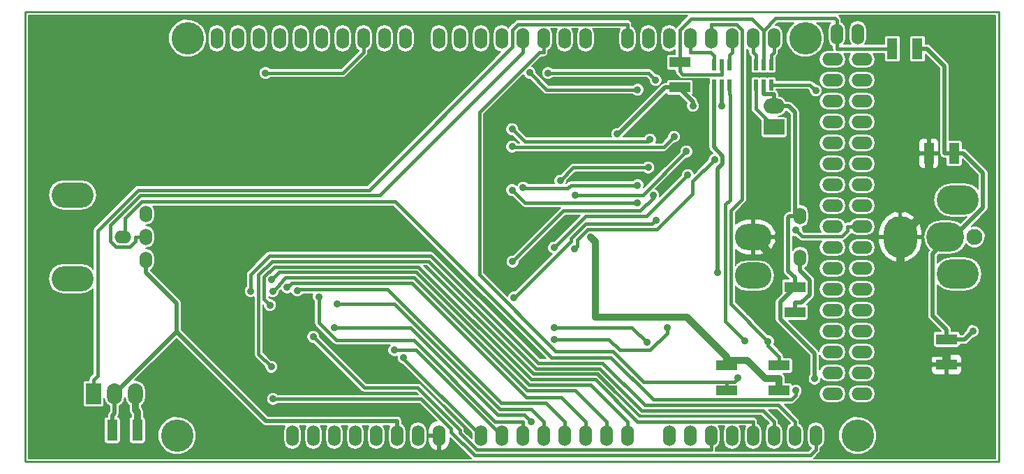
<source format=gbl>
G04 #@! TF.FileFunction,Copper,L2,Bot,Signal*
%FSLAX46Y46*%
G04 Gerber Fmt 4.6, Leading zero omitted, Abs format (unit mm)*
G04 Created by KiCad (PCBNEW 0.201505061231+5645~23~ubuntu14.04.1-product) date Fri 08 May 2015 03:52:48 PM EDT*
%MOMM*%
G01*
G04 APERTURE LIST*
%ADD10C,0.100000*%
%ADD11C,0.228600*%
%ADD12O,2.540000X1.854200*%
%ADD13R,2.540000X1.854200*%
%ADD14O,1.854200X2.540000*%
%ADD15R,1.854200X2.540000*%
%ADD16O,4.445000X3.175000*%
%ADD17O,1.524000X2.032000*%
%ADD18O,5.080000X3.048000*%
%ADD19O,2.032000X1.524000*%
%ADD20R,2.540000X1.270000*%
%ADD21C,3.937000*%
%ADD22O,1.524000X2.540000*%
%ADD23O,2.540000X1.524000*%
%ADD24C,1.930400*%
%ADD25O,4.572000X3.556000*%
%ADD26O,4.064000X5.080000*%
%ADD27O,5.080000X3.556000*%
%ADD28R,1.270000X2.540000*%
%ADD29R,0.558800X1.330960*%
%ADD30C,0.889000*%
%ADD31C,1.016000*%
%ADD32C,0.508000*%
%ADD33C,0.812800*%
%ADD34C,0.406400*%
%ADD35C,0.203200*%
G04 APERTURE END LIST*
D10*
D11*
X211455000Y-75565000D02*
X93345000Y-75565000D01*
X211455000Y-130175000D02*
X211455000Y-75565000D01*
X93345000Y-130175000D02*
X211455000Y-130175000D01*
X93345000Y-75565000D02*
X93345000Y-130175000D01*
D12*
X184150000Y-86995000D03*
D13*
X184150000Y-89535000D03*
D14*
X104140000Y-121920000D03*
X106680000Y-121920000D03*
D15*
X101600000Y-121920000D03*
D16*
X181610000Y-102870000D03*
X181610000Y-107569000D03*
D17*
X187325000Y-105410000D03*
X187325000Y-100330000D03*
D18*
X99060000Y-107950000D03*
X99060000Y-97790000D03*
D19*
X105156000Y-102870000D03*
D17*
X107950000Y-102870000D03*
X107950000Y-100076000D03*
X107950000Y-105664000D03*
D20*
X186690000Y-112014000D03*
X186690000Y-108966000D03*
D21*
X111760000Y-127000000D03*
X113030000Y-78740000D03*
X194310000Y-127000000D03*
X187960000Y-78740000D03*
D22*
X125730000Y-127000000D03*
X128270000Y-127000000D03*
X130810000Y-127000000D03*
X133350000Y-127000000D03*
X135890000Y-127000000D03*
X138430000Y-127000000D03*
X140970000Y-127000000D03*
X143510000Y-127000000D03*
X148590000Y-127000000D03*
X151130000Y-127000000D03*
X153670000Y-127000000D03*
X156210000Y-127000000D03*
X158750000Y-127000000D03*
X161290000Y-127000000D03*
X163830000Y-127000000D03*
X166370000Y-127000000D03*
X171450000Y-127000000D03*
X173990000Y-127000000D03*
X176530000Y-127000000D03*
X179070000Y-127000000D03*
X181610000Y-127000000D03*
X184150000Y-127000000D03*
X186690000Y-127000000D03*
X189230000Y-127000000D03*
X116586000Y-78740000D03*
X119126000Y-78740000D03*
X121666000Y-78740000D03*
X124206000Y-78740000D03*
X126746000Y-78740000D03*
X129286000Y-78740000D03*
X131826000Y-78740000D03*
X134366000Y-78740000D03*
X136906000Y-78740000D03*
X139446000Y-78740000D03*
X143510000Y-78740000D03*
X161290000Y-78740000D03*
X158750000Y-78740000D03*
X156210000Y-78740000D03*
X153670000Y-78740000D03*
X151130000Y-78740000D03*
X148590000Y-78740000D03*
X146050000Y-78740000D03*
X166370000Y-78740000D03*
X168910000Y-78740000D03*
X171450000Y-78740000D03*
X173990000Y-78740000D03*
X176530000Y-78740000D03*
X179070000Y-78740000D03*
X181610000Y-78740000D03*
X184150000Y-78740000D03*
X191770000Y-78232000D03*
X194310000Y-78232000D03*
D23*
X191262000Y-81280000D03*
X194818000Y-81280000D03*
X191262000Y-83820000D03*
X194818000Y-83820000D03*
X191262000Y-86360000D03*
X194818000Y-86360000D03*
X191262000Y-88900000D03*
X194818000Y-88900000D03*
X191262000Y-91440000D03*
X194818000Y-91440000D03*
X191262000Y-93980000D03*
X194818000Y-93980000D03*
X191262000Y-96520000D03*
X194818000Y-96520000D03*
X191262000Y-99060000D03*
X194818000Y-99060000D03*
X191262000Y-101600000D03*
X194818000Y-101600000D03*
X191262000Y-104140000D03*
X194818000Y-104140000D03*
X191262000Y-106680000D03*
X194818000Y-106680000D03*
X191262000Y-109220000D03*
X194818000Y-109220000D03*
X191262000Y-111760000D03*
X194818000Y-111760000D03*
X191262000Y-114300000D03*
X194818000Y-114300000D03*
X191262000Y-116840000D03*
X194818000Y-116840000D03*
X191262000Y-119380000D03*
X194818000Y-119380000D03*
X191262000Y-121920000D03*
X194818000Y-121920000D03*
D24*
X208457800Y-102870000D03*
D25*
X204952600Y-102870000D03*
D26*
X199466200Y-102870000D03*
D27*
X206451200Y-98374200D03*
X206451200Y-107365800D03*
D28*
X202946000Y-92710000D03*
X205994000Y-92710000D03*
D20*
X205105000Y-118364000D03*
X205105000Y-115316000D03*
D28*
X106934000Y-126365000D03*
X103886000Y-126365000D03*
D20*
X172720000Y-81661000D03*
X172720000Y-84709000D03*
D28*
X198501000Y-80010000D03*
X201549000Y-80010000D03*
D20*
X184785000Y-121539000D03*
X184785000Y-118491000D03*
X178435000Y-118491000D03*
X178435000Y-121539000D03*
D29*
X178749960Y-84383880D03*
X177800000Y-84383880D03*
X176850040Y-84383880D03*
X176850040Y-81986120D03*
X177800000Y-81986120D03*
X178749960Y-81986120D03*
X183829960Y-84383880D03*
X182880000Y-84383880D03*
X181930040Y-84383880D03*
X181930040Y-81986120D03*
X182880000Y-81986120D03*
X183829960Y-81986120D03*
D30*
X149400200Y-90504400D03*
X162560000Y-88546300D03*
X149400200Y-106628000D03*
X181244900Y-111967800D03*
X208280000Y-114300000D03*
X177853600Y-86939700D03*
X165155500Y-90379000D03*
X174310200Y-86944600D03*
X189070100Y-120082000D03*
X184731100Y-120062400D03*
X162509300Y-112623500D03*
X161939600Y-102875900D03*
X180647000Y-115520400D03*
X179786000Y-120015100D03*
X183432200Y-115536300D03*
X177273900Y-107178100D03*
X186766200Y-121517600D03*
X189230800Y-85090000D03*
X139241100Y-117559900D03*
X138098800Y-116625600D03*
X128955800Y-110126000D03*
X131145000Y-111028000D03*
X126351000Y-109360400D03*
X125107900Y-109006400D03*
X123363900Y-109479300D03*
X123226200Y-108051700D03*
X154683200Y-125272500D03*
X130794400Y-113842800D03*
X128262300Y-114989100D03*
X123020800Y-111137400D03*
X123173200Y-118630200D03*
X120687100Y-109438200D03*
X123386400Y-122542600D03*
X122476000Y-82948800D03*
X156743600Y-82940900D03*
X169792300Y-83820000D03*
X154512000Y-82920200D03*
X167610800Y-84995600D03*
X152400000Y-91897200D03*
X172045300Y-90685900D03*
X152400000Y-89765000D03*
X169115700Y-91032100D03*
X160020000Y-97786700D03*
X173515600Y-92500400D03*
X159967400Y-104341600D03*
X176940100Y-93481100D03*
X158219300Y-96018300D03*
X168902500Y-94439100D03*
X157480000Y-104171300D03*
X173692000Y-95354000D03*
X153718100Y-96898500D03*
X167605900Y-96590300D03*
X152456100Y-105867200D03*
X169501600Y-97790000D03*
X152400000Y-97167400D03*
X167582300Y-98739400D03*
X152595300Y-110229700D03*
X169836200Y-100811400D03*
X186808200Y-102055100D03*
X157518800Y-115283000D03*
X171175500Y-113901000D03*
X157504800Y-113842800D03*
X168720200Y-115697700D03*
D31*
X205105000Y-118364000D02*
X205105000Y-116966700D01*
X202946000Y-99390200D02*
X202946000Y-92710000D01*
X199466200Y-102870000D02*
X202946000Y-99390200D01*
X151358300Y-88546300D02*
X149400200Y-90504400D01*
X162560000Y-88546300D02*
X151358300Y-88546300D01*
X184657600Y-108555100D02*
X181244900Y-111967800D01*
X184657600Y-105917600D02*
X184657600Y-108555100D01*
X181610000Y-102870000D02*
X184657600Y-105917600D01*
X202539600Y-116966700D02*
X205105000Y-116966700D01*
X202487300Y-116914400D02*
X202539600Y-116966700D01*
X199466200Y-113893300D02*
X202487300Y-116914400D01*
X199466200Y-102870000D02*
X199466200Y-113893300D01*
X149400200Y-90504400D02*
X149400200Y-106628000D01*
X195957300Y-123444400D02*
X202487300Y-116914400D01*
X190116300Y-123444400D02*
X195957300Y-123444400D01*
X188027300Y-121355400D02*
X190116300Y-123444400D01*
X188027300Y-120842000D02*
X188027300Y-121355400D01*
X187863300Y-120678000D02*
X188027300Y-120842000D01*
X187863300Y-118232600D02*
X187863300Y-120678000D01*
X181598500Y-111967800D02*
X187863300Y-118232600D01*
X181244900Y-111967800D02*
X181598500Y-111967800D01*
D32*
X205105000Y-115316000D02*
X207264000Y-115316000D01*
X207264000Y-115316000D02*
X208280000Y-114300000D01*
X204850700Y-82168400D02*
X204850700Y-92710000D01*
X202692300Y-80010000D02*
X204850700Y-82168400D01*
X205994000Y-92710000D02*
X204850700Y-92710000D01*
X103886000Y-126365000D02*
X103886000Y-124586700D01*
X205994000Y-92710000D02*
X207137300Y-92710000D01*
X205105000Y-115316000D02*
X205105000Y-114172700D01*
X209511400Y-95084100D02*
X207137300Y-92710000D01*
X209511400Y-99320000D02*
X209511400Y-95084100D01*
X205961400Y-102870000D02*
X209511400Y-99320000D01*
X205460600Y-102870000D02*
X205961400Y-102870000D01*
X203395900Y-112463600D02*
X205105000Y-114172700D01*
X203395900Y-104934700D02*
X203395900Y-112463600D01*
X205460600Y-102870000D02*
X203395900Y-104934700D01*
X107950000Y-105410000D02*
X107950000Y-107188300D01*
X104140000Y-124332700D02*
X104140000Y-121920000D01*
X103886000Y-124586700D02*
X104140000Y-124332700D01*
X177800000Y-86886100D02*
X177800000Y-84383900D01*
X177853600Y-86939700D02*
X177800000Y-86886100D01*
X171830900Y-84709000D02*
X172074600Y-84709000D01*
X171830900Y-84709000D02*
X170941700Y-84709000D01*
X172720000Y-84709000D02*
X172558700Y-84709000D01*
X172558700Y-84709000D02*
X172074600Y-84709000D01*
X174310200Y-86460500D02*
X174310200Y-86944600D01*
X172558700Y-84709000D02*
X174310200Y-86460500D01*
X201549000Y-80010000D02*
X202692300Y-80010000D01*
X182881900Y-85559600D02*
X182880000Y-85557700D01*
X184150000Y-85559600D02*
X182881900Y-85559600D01*
X184150000Y-86995000D02*
X184150000Y-85559600D01*
X182880000Y-84383900D02*
X182880000Y-85557700D01*
X187325000Y-100330000D02*
X186689900Y-100330000D01*
X186689900Y-100330000D02*
X186054700Y-100330000D01*
X186689900Y-87756600D02*
X185928300Y-86995000D01*
X186689900Y-100330000D02*
X186689900Y-87756600D01*
X184150000Y-86995000D02*
X185928300Y-86995000D01*
X185855300Y-100529400D02*
X186054700Y-100330000D01*
X185855300Y-106988000D02*
X185855300Y-100529400D01*
X186690000Y-107822700D02*
X185855300Y-106988000D01*
X165271700Y-90379000D02*
X165155500Y-90379000D01*
X170941700Y-84709000D02*
X165271700Y-90379000D01*
X138430000Y-127000000D02*
X138430000Y-125221700D01*
X122567300Y-125221700D02*
X111702800Y-114357200D01*
X138430000Y-125221700D02*
X122567300Y-125221700D01*
X104140000Y-121920000D02*
X111702800Y-114357200D01*
X111702800Y-110941100D02*
X107950000Y-107188300D01*
X111702800Y-114357200D02*
X111702800Y-110941100D01*
X186690000Y-108394300D02*
X186690000Y-107822700D01*
X186690000Y-108966000D02*
X186690000Y-108394300D01*
X189070100Y-117026300D02*
X189070100Y-120082000D01*
X184899400Y-112855600D02*
X189070100Y-117026300D01*
X184899400Y-110756600D02*
X184899400Y-112855600D01*
X186690000Y-108966000D02*
X184899400Y-110756600D01*
D33*
X184785000Y-121539000D02*
X184785000Y-120243300D01*
X106934000Y-124104700D02*
X106934000Y-126365000D01*
X106680000Y-123850700D02*
X106934000Y-124104700D01*
X106680000Y-121920000D02*
X106680000Y-123850700D01*
X173619600Y-112623500D02*
X178435000Y-117438900D01*
X162509300Y-112623500D02*
X173619600Y-112623500D01*
X184731100Y-120189400D02*
X184731100Y-120062400D01*
X184785000Y-120243300D02*
X184731100Y-120189400D01*
X178435000Y-118491000D02*
X178435000Y-117829500D01*
X178435000Y-117829500D02*
X178435000Y-117438900D01*
X183125000Y-120062400D02*
X184731100Y-120062400D01*
X180892100Y-117829500D02*
X183125000Y-120062400D01*
X178435000Y-117829500D02*
X180892100Y-117829500D01*
X162509300Y-103445600D02*
X161939600Y-102875900D01*
X162509300Y-112623500D02*
X162509300Y-103445600D01*
D34*
X178750000Y-84383900D02*
X178750000Y-85506900D01*
X178249700Y-113123100D02*
X180647000Y-115520400D01*
X178249700Y-98930300D02*
X178249700Y-113123100D01*
X178828000Y-98352000D02*
X178249700Y-98930300D01*
X178828000Y-85584900D02*
X178828000Y-98352000D01*
X178750000Y-85506900D02*
X178828000Y-85584900D01*
X179354600Y-120446500D02*
X179786000Y-120015100D01*
X178435000Y-120446500D02*
X179354600Y-120446500D01*
X178435000Y-121539000D02*
X178435000Y-120446500D01*
X168353000Y-120446500D02*
X178435000Y-120446500D01*
X164631200Y-116724700D02*
X168353000Y-120446500D01*
X157685000Y-116724700D02*
X164631200Y-116724700D01*
X148399700Y-107439400D02*
X157685000Y-116724700D01*
X148399700Y-87755100D02*
X148399700Y-107439400D01*
X155687300Y-80467500D02*
X148399700Y-87755100D01*
X156210000Y-80467500D02*
X155687300Y-80467500D01*
X156210000Y-78740000D02*
X156210000Y-80467500D01*
X184785000Y-118491000D02*
X184785000Y-117398500D01*
X183432200Y-116045700D02*
X183432200Y-115536300D01*
X184785000Y-117398500D02*
X183432200Y-116045700D01*
X179617100Y-77012500D02*
X176530000Y-77012500D01*
X180307400Y-77702800D02*
X179617100Y-77012500D01*
X180307400Y-98274100D02*
X180307400Y-77702800D01*
X178910600Y-99670900D02*
X180307400Y-98274100D01*
X178910600Y-111014700D02*
X178910600Y-99670900D01*
X183432200Y-115536300D02*
X178910600Y-111014700D01*
X176530000Y-78740000D02*
X176530000Y-77012500D01*
X166370000Y-78740000D02*
X166370000Y-77012500D01*
X101600000Y-121920000D02*
X101600000Y-120192500D01*
X102094600Y-119697900D02*
X101600000Y-120192500D01*
X102094600Y-102070600D02*
X102094600Y-119697900D01*
X107000100Y-97165100D02*
X102094600Y-102070600D01*
X135018400Y-97165100D02*
X107000100Y-97165100D01*
X152400000Y-79783500D02*
X135018400Y-97165100D01*
X152400000Y-77731100D02*
X152400000Y-79783500D01*
X153118600Y-77012500D02*
X152400000Y-77731100D01*
X166370000Y-77012500D02*
X153118600Y-77012500D01*
X178750000Y-80787500D02*
X179070000Y-80467500D01*
X178750000Y-81986100D02*
X178750000Y-80787500D01*
X179070000Y-78740000D02*
X179070000Y-80467500D01*
D32*
X187476000Y-110870700D02*
X186690000Y-110870700D01*
X188480800Y-109865900D02*
X187476000Y-110870700D01*
X188480800Y-108090100D02*
X188480800Y-109865900D01*
X187325000Y-106934300D02*
X188480800Y-108090100D01*
X187325000Y-105410000D02*
X187325000Y-106934300D01*
X186690000Y-112014000D02*
X186690000Y-110870700D01*
X176850000Y-91975100D02*
X176850000Y-84383900D01*
X177892900Y-93018000D02*
X176850000Y-91975100D01*
X177892900Y-93944300D02*
X177892900Y-93018000D01*
X177273900Y-94563300D02*
X177892900Y-93944300D01*
X177273900Y-107178100D02*
X177273900Y-94563300D01*
D34*
X105410000Y-102870000D02*
X105410000Y-101650500D01*
X186766200Y-122118100D02*
X186766200Y-121517600D01*
X186252700Y-122631600D02*
X186766200Y-122118100D01*
X169490700Y-122631600D02*
X186252700Y-122631600D01*
X164393200Y-117534100D02*
X169490700Y-122631600D01*
X157154600Y-117534100D02*
X164393200Y-117534100D01*
X138194500Y-98574000D02*
X157154600Y-117534100D01*
X107460000Y-98574000D02*
X138194500Y-98574000D01*
X105410000Y-100624000D02*
X107460000Y-98574000D01*
X105410000Y-101650500D02*
X105410000Y-100624000D01*
X106730500Y-103344600D02*
X106730500Y-102870000D01*
X105983900Y-104091200D02*
X106730500Y-103344600D01*
X104364200Y-104091200D02*
X105983900Y-104091200D01*
X103670000Y-103397000D02*
X104364200Y-104091200D01*
X103670000Y-101429600D02*
X103670000Y-103397000D01*
X107273800Y-97825800D02*
X103670000Y-101429600D01*
X136311700Y-97825800D02*
X107273800Y-97825800D01*
X153670000Y-80467500D02*
X136311700Y-97825800D01*
X153670000Y-78740000D02*
X153670000Y-80467500D01*
X107950000Y-102870000D02*
X106730500Y-102870000D01*
X176454400Y-80467500D02*
X173990000Y-80467500D01*
X176850000Y-80863100D02*
X176454400Y-80467500D01*
X176850000Y-81986100D02*
X176850000Y-80863100D01*
X173990000Y-78740000D02*
X173990000Y-80467500D01*
X183830000Y-80787500D02*
X184150000Y-80467500D01*
X183830000Y-81986100D02*
X183830000Y-80787500D01*
X184150000Y-78740000D02*
X184150000Y-80467500D01*
X177800000Y-81986100D02*
X177800000Y-83109100D01*
X173075600Y-83109100D02*
X177800000Y-83109100D01*
X172720000Y-82753500D02*
X173075600Y-83109100D01*
X172720000Y-81661000D02*
X172720000Y-82753500D01*
X191770000Y-78740000D02*
X191770000Y-76504500D01*
X191820500Y-80010000D02*
X191770000Y-79959500D01*
X198501000Y-80010000D02*
X191820500Y-80010000D01*
X191770000Y-78740000D02*
X191770000Y-79959500D01*
X191570900Y-76305400D02*
X191770000Y-76504500D01*
X184352000Y-76305400D02*
X191570900Y-76305400D01*
X182880000Y-77777400D02*
X184352000Y-76305400D01*
X182880000Y-81986100D02*
X182880000Y-77777400D01*
X172720000Y-77754400D02*
X172720000Y-81661000D01*
X174122700Y-76351700D02*
X172720000Y-77754400D01*
X181454300Y-76351700D02*
X174122700Y-76351700D01*
X182880000Y-77777400D02*
X181454300Y-76351700D01*
X188524700Y-84383900D02*
X189230800Y-85090000D01*
X183830000Y-84383900D02*
X188524700Y-84383900D01*
X181930000Y-80787500D02*
X181610000Y-80467500D01*
X181930000Y-81986100D02*
X181930000Y-80787500D01*
X181610000Y-78740000D02*
X181610000Y-80467500D01*
X181930000Y-87315000D02*
X181930000Y-84383900D01*
X184150000Y-89535000D02*
X181930000Y-87315000D01*
X139241100Y-117651100D02*
X139241100Y-117559900D01*
X148590000Y-127000000D02*
X139241100Y-117651100D01*
X140755600Y-116625600D02*
X151130000Y-127000000D01*
X138098800Y-116625600D02*
X140755600Y-116625600D01*
X153670000Y-127000000D02*
X153670000Y-125272500D01*
X150336900Y-125272500D02*
X153670000Y-125272500D01*
X140484000Y-115419600D02*
X150336900Y-125272500D01*
X131091500Y-115419600D02*
X140484000Y-115419600D01*
X128955800Y-113283900D02*
X131091500Y-115419600D01*
X128955800Y-110126000D02*
X128955800Y-113283900D01*
X156210000Y-127000000D02*
X156210000Y-125272500D01*
X154711700Y-123774200D02*
X156210000Y-125272500D01*
X150891900Y-123774200D02*
X154711700Y-123774200D01*
X138145700Y-111028000D02*
X150891900Y-123774200D01*
X131145000Y-111028000D02*
X138145700Y-111028000D01*
X156484900Y-123007400D02*
X158750000Y-125272500D01*
X151059600Y-123007400D02*
X156484900Y-123007400D01*
X137276100Y-109223900D02*
X151059600Y-123007400D01*
X126487500Y-109223900D02*
X137276100Y-109223900D01*
X126351000Y-109360400D02*
X126487500Y-109223900D01*
X158750000Y-127000000D02*
X158750000Y-125272500D01*
X161290000Y-127000000D02*
X161290000Y-125272500D01*
X125655900Y-108458400D02*
X125107900Y-109006400D01*
X140187600Y-108458400D02*
X125655900Y-108458400D01*
X154075800Y-122346600D02*
X140187600Y-108458400D01*
X158364100Y-122346600D02*
X154075800Y-122346600D01*
X161290000Y-125272500D02*
X158364100Y-122346600D01*
X163830000Y-127000000D02*
X163830000Y-125272500D01*
X124133600Y-108709600D02*
X123363900Y-109479300D01*
X124133700Y-108709600D02*
X124133600Y-108709600D01*
X124133700Y-108592700D02*
X124133700Y-108709600D01*
X124928700Y-107797700D02*
X124133700Y-108592700D01*
X140461300Y-107797700D02*
X124928700Y-107797700D01*
X154162000Y-121498400D02*
X140461300Y-107797700D01*
X160055900Y-121498400D02*
X154162000Y-121498400D01*
X163830000Y-125272500D02*
X160055900Y-121498400D01*
X166370000Y-127000000D02*
X166370000Y-125272500D01*
X161935100Y-120837600D02*
X166370000Y-125272500D01*
X154435600Y-120837600D02*
X161935100Y-120837600D01*
X140735000Y-107137000D02*
X154435600Y-120837600D01*
X124140900Y-107137000D02*
X140735000Y-107137000D01*
X123226200Y-108051700D02*
X124140900Y-107137000D01*
X140026100Y-113842800D02*
X130794400Y-113842800D01*
X150618200Y-124434900D02*
X140026100Y-113842800D01*
X153845600Y-124434900D02*
X150618200Y-124434900D01*
X154683200Y-125272500D02*
X153845600Y-124434900D01*
X176530000Y-127000000D02*
X176530000Y-128727500D01*
X134449000Y-121175800D02*
X128262300Y-114989100D01*
X140928900Y-121175800D02*
X134449000Y-121175800D01*
X146045900Y-126292800D02*
X140928900Y-121175800D01*
X146045900Y-126694900D02*
X146045900Y-126292800D01*
X148078500Y-128727500D02*
X146045900Y-126694900D01*
X176530000Y-128727500D02*
X148078500Y-128727500D01*
X181610000Y-127000000D02*
X181610000Y-125272500D01*
X167572400Y-125272500D02*
X181610000Y-125272500D01*
X162476800Y-120176900D02*
X167572400Y-125272500D01*
X154709300Y-120176900D02*
X162476800Y-120176900D01*
X141008700Y-106476300D02*
X154709300Y-120176900D01*
X123526000Y-106476300D02*
X141008700Y-106476300D01*
X122311000Y-107691300D02*
X123526000Y-106476300D01*
X122311000Y-110427600D02*
X122311000Y-107691300D01*
X123020800Y-111137400D02*
X122311000Y-110427600D01*
X184150000Y-127000000D02*
X184150000Y-125272500D01*
X182830700Y-123953200D02*
X184150000Y-125272500D01*
X168122000Y-123953200D02*
X182830700Y-123953200D01*
X163024400Y-118855600D02*
X168122000Y-123953200D01*
X155256800Y-118855600D02*
X163024400Y-118855600D01*
X142216800Y-105815600D02*
X155256800Y-118855600D01*
X123252300Y-105815600D02*
X142216800Y-105815600D01*
X121631200Y-107436700D02*
X123252300Y-105815600D01*
X121631200Y-117088200D02*
X121631200Y-107436700D01*
X123173200Y-118630200D02*
X121631200Y-117088200D01*
X186690000Y-127000000D02*
X186690000Y-125272500D01*
X184709900Y-123292400D02*
X186690000Y-125272500D01*
X168476200Y-123292400D02*
X184709900Y-123292400D01*
X163378700Y-118194900D02*
X168476200Y-123292400D01*
X155530500Y-118194900D02*
X163378700Y-118194900D01*
X142490500Y-105154900D02*
X155530500Y-118194900D01*
X122943100Y-105154900D02*
X142490500Y-105154900D01*
X120687100Y-107410900D02*
X122943100Y-105154900D01*
X120687100Y-109438200D02*
X120687100Y-107410900D01*
X189230000Y-127000000D02*
X189230000Y-128727500D01*
X141361200Y-122542600D02*
X123386400Y-122542600D01*
X144975400Y-126156800D02*
X141361200Y-122542600D01*
X144975400Y-126558900D02*
X144975400Y-126156800D01*
X147805500Y-129389000D02*
X144975400Y-126558900D01*
X188568500Y-129389000D02*
X147805500Y-129389000D01*
X189230000Y-128727500D02*
X188568500Y-129389000D01*
X134366000Y-78740000D02*
X134366000Y-80467500D01*
X131884700Y-82948800D02*
X122476000Y-82948800D01*
X134366000Y-80467500D02*
X131884700Y-82948800D01*
X168913200Y-82940900D02*
X156743600Y-82940900D01*
X169792300Y-83820000D02*
X168913200Y-82940900D01*
X156587400Y-84995600D02*
X167610800Y-84995600D01*
X154512000Y-82920200D02*
X156587400Y-84995600D01*
X170754500Y-91976700D02*
X172045300Y-90685900D01*
X152479500Y-91976700D02*
X170754500Y-91976700D01*
X152400000Y-91897200D02*
X152479500Y-91976700D01*
X168866700Y-91281100D02*
X169115700Y-91032100D01*
X153916100Y-91281100D02*
X168866700Y-91281100D01*
X152400000Y-89765000D02*
X153916100Y-91281100D01*
X168229300Y-97786700D02*
X173515600Y-92500400D01*
X160020000Y-97786700D02*
X168229300Y-97786700D01*
X174281900Y-96139300D02*
X176940100Y-93481100D01*
X174281900Y-97649400D02*
X174281900Y-96139300D01*
X169965700Y-101965600D02*
X174281900Y-97649400D01*
X161574100Y-101965600D02*
X169965700Y-101965600D01*
X160296300Y-103243400D02*
X161574100Y-101965600D01*
X160296300Y-104012700D02*
X160296300Y-103243400D01*
X159967400Y-104341600D02*
X160296300Y-104012700D01*
X159798500Y-94439100D02*
X168902500Y-94439100D01*
X158219300Y-96018300D02*
X159798500Y-94439100D01*
X168693100Y-100352900D02*
X173692000Y-95354000D01*
X161298400Y-100352900D02*
X168693100Y-100352900D01*
X157480000Y-104171300D02*
X161298400Y-100352900D01*
X159498000Y-96590300D02*
X167605900Y-96590300D01*
X159137500Y-96950800D02*
X159498000Y-96590300D01*
X153770400Y-96950800D02*
X159137500Y-96950800D01*
X153718100Y-96898500D02*
X153770400Y-96950800D01*
X169501600Y-98108900D02*
X169501600Y-97790000D01*
X167918300Y-99692200D02*
X169501600Y-98108900D01*
X158631100Y-99692200D02*
X167918300Y-99692200D01*
X152456100Y-105867200D02*
X158631100Y-99692200D01*
X153972000Y-98739400D02*
X152400000Y-97167400D01*
X167582300Y-98739400D02*
X153972000Y-98739400D01*
X193090500Y-102105300D02*
X193090500Y-101600000D01*
X192376200Y-102819600D02*
X193090500Y-102105300D01*
X187572700Y-102819600D02*
X192376200Y-102819600D01*
X186808200Y-102055100D02*
X187572700Y-102819600D01*
X194310000Y-101600000D02*
X193090500Y-101600000D01*
X169351200Y-101296400D02*
X169836200Y-100811400D01*
X161308500Y-101296400D02*
X169351200Y-101296400D01*
X159543900Y-103061000D02*
X161308500Y-101296400D01*
X159543900Y-103396700D02*
X159543900Y-103061000D01*
X152710900Y-110229700D02*
X159543900Y-103396700D01*
X152595300Y-110229700D02*
X152710900Y-110229700D01*
X164123900Y-115283000D02*
X157518800Y-115283000D01*
X165440600Y-116599700D02*
X164123900Y-115283000D01*
X169093900Y-116599700D02*
X165440600Y-116599700D01*
X171175500Y-114518100D02*
X169093900Y-116599700D01*
X171175500Y-113901000D02*
X171175500Y-114518100D01*
X166865300Y-113842800D02*
X157504800Y-113842800D01*
X168720200Y-115697700D02*
X166865300Y-113842800D01*
D35*
G36*
X176719383Y-92706588D02*
X176487472Y-92802413D01*
X176262204Y-93027288D01*
X176140139Y-93321252D01*
X176139990Y-93490946D01*
X175110439Y-94520497D01*
X175110439Y-86786148D01*
X174988887Y-86491972D01*
X174910426Y-86413373D01*
X174873397Y-86227216D01*
X174741252Y-86029448D01*
X174272574Y-85560770D01*
X174324531Y-85483799D01*
X174352567Y-85344000D01*
X174352567Y-84074000D01*
X174326259Y-83938411D01*
X174247977Y-83819241D01*
X174129799Y-83739469D01*
X173990000Y-83711433D01*
X171450000Y-83711433D01*
X171314411Y-83737741D01*
X171195241Y-83816023D01*
X171115469Y-83934201D01*
X171087433Y-84074000D01*
X171087433Y-84099400D01*
X170941700Y-84099400D01*
X170708416Y-84145803D01*
X170592539Y-84223229D01*
X170592539Y-83661548D01*
X170470987Y-83367372D01*
X170246112Y-83142104D01*
X170027600Y-83051369D01*
X170027600Y-79279847D01*
X170027600Y-78200153D01*
X169942528Y-77772466D01*
X169700263Y-77409890D01*
X169337687Y-77167625D01*
X168910000Y-77082553D01*
X168482313Y-77167625D01*
X168119737Y-77409890D01*
X167877472Y-77772466D01*
X167792400Y-78200153D01*
X167792400Y-79279847D01*
X167877472Y-79707534D01*
X168119737Y-80070110D01*
X168482313Y-80312375D01*
X168910000Y-80397447D01*
X169337687Y-80312375D01*
X169700263Y-80070110D01*
X169942528Y-79707534D01*
X170027600Y-79279847D01*
X170027600Y-83051369D01*
X169952148Y-83020039D01*
X169782452Y-83019890D01*
X169308331Y-82545769D01*
X169127044Y-82424636D01*
X168913200Y-82382100D01*
X157316300Y-82382100D01*
X157197412Y-82263004D01*
X156903448Y-82140939D01*
X156585148Y-82140661D01*
X156290972Y-82262213D01*
X156065704Y-82487088D01*
X155943639Y-82781052D01*
X155943361Y-83099352D01*
X156064913Y-83393528D01*
X156289788Y-83618796D01*
X156583752Y-83740861D01*
X156902052Y-83741139D01*
X157196228Y-83619587D01*
X157316324Y-83499700D01*
X168681738Y-83499700D01*
X168992207Y-83810169D01*
X168992061Y-83978452D01*
X169113613Y-84272628D01*
X169338488Y-84497896D01*
X169632452Y-84619961D01*
X169950752Y-84620239D01*
X170244928Y-84498687D01*
X170470196Y-84273812D01*
X170592261Y-83979848D01*
X170592539Y-83661548D01*
X170592539Y-84223229D01*
X170510648Y-84277948D01*
X165209649Y-89578946D01*
X164997048Y-89578761D01*
X164702872Y-89700313D01*
X164477604Y-89925188D01*
X164355539Y-90219152D01*
X164355261Y-90537452D01*
X164431639Y-90722300D01*
X154147562Y-90722300D01*
X153200092Y-89774830D01*
X153200239Y-89606548D01*
X153078687Y-89312372D01*
X152853812Y-89087104D01*
X152559848Y-88965039D01*
X152241548Y-88964761D01*
X151947372Y-89086313D01*
X151722104Y-89311188D01*
X151600039Y-89605152D01*
X151599761Y-89923452D01*
X151721313Y-90217628D01*
X151946188Y-90442896D01*
X152240152Y-90564961D01*
X152409847Y-90565109D01*
X153262637Y-91417900D01*
X153052061Y-91417900D01*
X152853812Y-91219304D01*
X152559848Y-91097239D01*
X152241548Y-91096961D01*
X151947372Y-91218513D01*
X151722104Y-91443388D01*
X151600039Y-91737352D01*
X151599761Y-92055652D01*
X151721313Y-92349828D01*
X151946188Y-92575096D01*
X152240152Y-92697161D01*
X152558452Y-92697439D01*
X152852628Y-92575887D01*
X152893085Y-92535500D01*
X170754500Y-92535500D01*
X170968343Y-92492964D01*
X170968344Y-92492964D01*
X171149631Y-92371831D01*
X172035469Y-91485992D01*
X172203752Y-91486139D01*
X172497928Y-91364587D01*
X172723196Y-91139712D01*
X172845261Y-90845748D01*
X172845539Y-90527448D01*
X172723987Y-90233272D01*
X172499112Y-90008004D01*
X172205148Y-89885939D01*
X171886848Y-89885661D01*
X171592672Y-90007213D01*
X171367404Y-90232088D01*
X171245339Y-90526052D01*
X171245190Y-90695747D01*
X170523037Y-91417900D01*
X169821837Y-91417900D01*
X169915661Y-91191948D01*
X169915939Y-90873648D01*
X169794387Y-90579472D01*
X169569512Y-90354204D01*
X169275548Y-90232139D01*
X168957248Y-90231861D01*
X168663072Y-90353413D01*
X168437804Y-90578288D01*
X168378004Y-90722300D01*
X165879284Y-90722300D01*
X165942327Y-90570476D01*
X171100655Y-85412148D01*
X171113741Y-85479589D01*
X171192023Y-85598759D01*
X171310201Y-85678531D01*
X171450000Y-85706567D01*
X172694163Y-85706567D01*
X173587143Y-86599547D01*
X173510239Y-86784752D01*
X173509961Y-87103052D01*
X173631513Y-87397228D01*
X173856388Y-87622496D01*
X174150352Y-87744561D01*
X174468652Y-87744839D01*
X174762828Y-87623287D01*
X174988096Y-87398412D01*
X175110161Y-87104448D01*
X175110439Y-86786148D01*
X175110439Y-94520497D01*
X174475617Y-95155320D01*
X174370687Y-94901372D01*
X174145812Y-94676104D01*
X173851848Y-94554039D01*
X173533548Y-94553761D01*
X173239372Y-94675313D01*
X173014104Y-94900188D01*
X172892039Y-95194152D01*
X172891890Y-95363847D01*
X170298486Y-97957251D01*
X170301561Y-97949848D01*
X170301839Y-97631548D01*
X170180287Y-97337372D01*
X169955412Y-97112104D01*
X169770811Y-97035450D01*
X173505769Y-93300492D01*
X173674052Y-93300639D01*
X173968228Y-93179087D01*
X174193496Y-92954212D01*
X174315561Y-92660248D01*
X174315839Y-92341948D01*
X174194287Y-92047772D01*
X173969412Y-91822504D01*
X173675448Y-91700439D01*
X173357148Y-91700161D01*
X173062972Y-91821713D01*
X172837704Y-92046588D01*
X172715639Y-92340552D01*
X172715490Y-92510247D01*
X168356346Y-96869391D01*
X168405861Y-96750148D01*
X168406139Y-96431848D01*
X168284587Y-96137672D01*
X168059712Y-95912404D01*
X167765748Y-95790339D01*
X167447448Y-95790061D01*
X167153272Y-95911613D01*
X167033175Y-96031500D01*
X159498000Y-96031500D01*
X159284156Y-96074036D01*
X159102869Y-96195169D01*
X158947804Y-96350233D01*
X159019261Y-96178148D01*
X159019409Y-96008452D01*
X160029962Y-94997900D01*
X168329799Y-94997900D01*
X168448688Y-95116996D01*
X168742652Y-95239061D01*
X169060952Y-95239339D01*
X169355128Y-95117787D01*
X169580396Y-94892912D01*
X169702461Y-94598948D01*
X169702739Y-94280648D01*
X169581187Y-93986472D01*
X169356312Y-93761204D01*
X169062348Y-93639139D01*
X168744048Y-93638861D01*
X168449872Y-93760413D01*
X168329775Y-93880300D01*
X159798500Y-93880300D01*
X159584656Y-93922836D01*
X159403369Y-94043969D01*
X158229130Y-95218207D01*
X158060848Y-95218061D01*
X157766672Y-95339613D01*
X157541404Y-95564488D01*
X157419339Y-95858452D01*
X157419061Y-96176752D01*
X157508000Y-96392000D01*
X154343008Y-96392000D01*
X154171912Y-96220604D01*
X153877948Y-96098539D01*
X153559648Y-96098261D01*
X153265472Y-96219813D01*
X153040204Y-96444688D01*
X152972305Y-96608204D01*
X152853812Y-96489504D01*
X152559848Y-96367439D01*
X152241548Y-96367161D01*
X151947372Y-96488713D01*
X151722104Y-96713588D01*
X151600039Y-97007552D01*
X151599761Y-97325852D01*
X151721313Y-97620028D01*
X151946188Y-97845296D01*
X152240152Y-97967361D01*
X152409847Y-97967509D01*
X153576869Y-99134531D01*
X153758156Y-99255664D01*
X153758157Y-99255665D01*
X153972000Y-99298200D01*
X158234838Y-99298200D01*
X152465930Y-105067107D01*
X152297648Y-105066961D01*
X152003472Y-105188513D01*
X151778204Y-105413388D01*
X151656139Y-105707352D01*
X151655861Y-106025652D01*
X151777413Y-106319828D01*
X152002288Y-106545096D01*
X152296252Y-106667161D01*
X152614552Y-106667439D01*
X152908728Y-106545887D01*
X153133996Y-106321012D01*
X153256061Y-106027048D01*
X153256209Y-105857352D01*
X158862561Y-100251000D01*
X160610038Y-100251000D01*
X157489830Y-103371207D01*
X157321548Y-103371061D01*
X157027372Y-103492613D01*
X156802104Y-103717488D01*
X156680039Y-104011452D01*
X156679761Y-104329752D01*
X156801313Y-104623928D01*
X157026188Y-104849196D01*
X157220469Y-104929868D01*
X152720629Y-109429708D01*
X152436848Y-109429461D01*
X152142672Y-109551013D01*
X151917404Y-109775888D01*
X151802696Y-110052134D01*
X148958500Y-107207938D01*
X148958500Y-87986562D01*
X153756977Y-83188084D01*
X153833313Y-83372828D01*
X154058188Y-83598096D01*
X154352152Y-83720161D01*
X154521847Y-83720309D01*
X156192269Y-85390731D01*
X156373556Y-85511864D01*
X156373557Y-85511864D01*
X156587400Y-85554400D01*
X167038099Y-85554400D01*
X167156988Y-85673496D01*
X167450952Y-85795561D01*
X167769252Y-85795839D01*
X168063428Y-85674287D01*
X168288696Y-85449412D01*
X168410761Y-85155448D01*
X168411039Y-84837148D01*
X168289487Y-84542972D01*
X168064612Y-84317704D01*
X167770648Y-84195639D01*
X167452348Y-84195361D01*
X167158172Y-84316913D01*
X167038075Y-84436800D01*
X156818862Y-84436800D01*
X155312092Y-82930030D01*
X155312239Y-82761748D01*
X155190687Y-82467572D01*
X154965812Y-82242304D01*
X154779939Y-82165122D01*
X155918762Y-81026300D01*
X156210000Y-81026300D01*
X156423844Y-80983764D01*
X156605131Y-80862631D01*
X156726264Y-80681344D01*
X156768800Y-80467500D01*
X156768800Y-80224768D01*
X157000263Y-80070110D01*
X157242528Y-79707534D01*
X157327600Y-79279847D01*
X157327600Y-78200153D01*
X157242528Y-77772466D01*
X157108113Y-77571300D01*
X157851886Y-77571300D01*
X157717472Y-77772466D01*
X157632400Y-78200153D01*
X157632400Y-79279847D01*
X157717472Y-79707534D01*
X157959737Y-80070110D01*
X158322313Y-80312375D01*
X158750000Y-80397447D01*
X159177687Y-80312375D01*
X159540263Y-80070110D01*
X159782528Y-79707534D01*
X159867600Y-79279847D01*
X159867600Y-78200153D01*
X159782528Y-77772466D01*
X159648113Y-77571300D01*
X160391886Y-77571300D01*
X160257472Y-77772466D01*
X160172400Y-78200153D01*
X160172400Y-79279847D01*
X160257472Y-79707534D01*
X160499737Y-80070110D01*
X160862313Y-80312375D01*
X161290000Y-80397447D01*
X161717687Y-80312375D01*
X162080263Y-80070110D01*
X162322528Y-79707534D01*
X162407600Y-79279847D01*
X162407600Y-78200153D01*
X162322528Y-77772466D01*
X162188113Y-77571300D01*
X165471886Y-77571300D01*
X165337472Y-77772466D01*
X165252400Y-78200153D01*
X165252400Y-79279847D01*
X165337472Y-79707534D01*
X165579737Y-80070110D01*
X165942313Y-80312375D01*
X166370000Y-80397447D01*
X166797687Y-80312375D01*
X167160263Y-80070110D01*
X167402528Y-79707534D01*
X167487600Y-79279847D01*
X167487600Y-78200153D01*
X167402528Y-77772466D01*
X167160263Y-77409890D01*
X166928800Y-77255231D01*
X166928800Y-77012500D01*
X166886264Y-76798656D01*
X166765131Y-76617369D01*
X166583844Y-76496236D01*
X166370000Y-76453700D01*
X153118600Y-76453700D01*
X152904756Y-76496236D01*
X152723469Y-76617369D01*
X152004869Y-77335969D01*
X151937869Y-77436240D01*
X151920263Y-77409890D01*
X151557687Y-77167625D01*
X151130000Y-77082553D01*
X150702313Y-77167625D01*
X150339737Y-77409890D01*
X150097472Y-77772466D01*
X150012400Y-78200153D01*
X150012400Y-79279847D01*
X150097472Y-79707534D01*
X150339737Y-80070110D01*
X150702313Y-80312375D01*
X151018056Y-80375180D01*
X149707600Y-81685636D01*
X149707600Y-79279847D01*
X149707600Y-78200153D01*
X149622528Y-77772466D01*
X149380263Y-77409890D01*
X149017687Y-77167625D01*
X148590000Y-77082553D01*
X148162313Y-77167625D01*
X147799737Y-77409890D01*
X147557472Y-77772466D01*
X147472400Y-78200153D01*
X147472400Y-79279847D01*
X147557472Y-79707534D01*
X147799737Y-80070110D01*
X148162313Y-80312375D01*
X148590000Y-80397447D01*
X149017687Y-80312375D01*
X149380263Y-80070110D01*
X149622528Y-79707534D01*
X149707600Y-79279847D01*
X149707600Y-81685636D01*
X147167600Y-84225636D01*
X147167600Y-79279847D01*
X147167600Y-78200153D01*
X147082528Y-77772466D01*
X146840263Y-77409890D01*
X146477687Y-77167625D01*
X146050000Y-77082553D01*
X145622313Y-77167625D01*
X145259737Y-77409890D01*
X145017472Y-77772466D01*
X144932400Y-78200153D01*
X144932400Y-79279847D01*
X145017472Y-79707534D01*
X145259737Y-80070110D01*
X145622313Y-80312375D01*
X146050000Y-80397447D01*
X146477687Y-80312375D01*
X146840263Y-80070110D01*
X147082528Y-79707534D01*
X147167600Y-79279847D01*
X147167600Y-84225636D01*
X144627600Y-86765636D01*
X144627600Y-79279847D01*
X144627600Y-78200153D01*
X144542528Y-77772466D01*
X144300263Y-77409890D01*
X143937687Y-77167625D01*
X143510000Y-77082553D01*
X143082313Y-77167625D01*
X142719737Y-77409890D01*
X142477472Y-77772466D01*
X142392400Y-78200153D01*
X142392400Y-79279847D01*
X142477472Y-79707534D01*
X142719737Y-80070110D01*
X143082313Y-80312375D01*
X143510000Y-80397447D01*
X143937687Y-80312375D01*
X144300263Y-80070110D01*
X144542528Y-79707534D01*
X144627600Y-79279847D01*
X144627600Y-86765636D01*
X140563600Y-90829636D01*
X140563600Y-79279847D01*
X140563600Y-78200153D01*
X140478528Y-77772466D01*
X140236263Y-77409890D01*
X139873687Y-77167625D01*
X139446000Y-77082553D01*
X139018313Y-77167625D01*
X138655737Y-77409890D01*
X138413472Y-77772466D01*
X138328400Y-78200153D01*
X138328400Y-79279847D01*
X138413472Y-79707534D01*
X138655737Y-80070110D01*
X139018313Y-80312375D01*
X139446000Y-80397447D01*
X139873687Y-80312375D01*
X140236263Y-80070110D01*
X140478528Y-79707534D01*
X140563600Y-79279847D01*
X140563600Y-90829636D01*
X138023600Y-93369636D01*
X138023600Y-79279847D01*
X138023600Y-78200153D01*
X137938528Y-77772466D01*
X137696263Y-77409890D01*
X137333687Y-77167625D01*
X136906000Y-77082553D01*
X136478313Y-77167625D01*
X136115737Y-77409890D01*
X135873472Y-77772466D01*
X135788400Y-78200153D01*
X135788400Y-79279847D01*
X135873472Y-79707534D01*
X136115737Y-80070110D01*
X136478313Y-80312375D01*
X136906000Y-80397447D01*
X137333687Y-80312375D01*
X137696263Y-80070110D01*
X137938528Y-79707534D01*
X138023600Y-79279847D01*
X138023600Y-93369636D01*
X135483600Y-95909636D01*
X135483600Y-79279847D01*
X135483600Y-78200153D01*
X135398528Y-77772466D01*
X135156263Y-77409890D01*
X134793687Y-77167625D01*
X134366000Y-77082553D01*
X133938313Y-77167625D01*
X133575737Y-77409890D01*
X133333472Y-77772466D01*
X133248400Y-78200153D01*
X133248400Y-79279847D01*
X133333472Y-79707534D01*
X133575737Y-80070110D01*
X133807200Y-80224768D01*
X133807200Y-80236038D01*
X132943600Y-81099638D01*
X132943600Y-79279847D01*
X132943600Y-78200153D01*
X132858528Y-77772466D01*
X132616263Y-77409890D01*
X132253687Y-77167625D01*
X131826000Y-77082553D01*
X131398313Y-77167625D01*
X131035737Y-77409890D01*
X130793472Y-77772466D01*
X130708400Y-78200153D01*
X130708400Y-79279847D01*
X130793472Y-79707534D01*
X131035737Y-80070110D01*
X131398313Y-80312375D01*
X131826000Y-80397447D01*
X132253687Y-80312375D01*
X132616263Y-80070110D01*
X132858528Y-79707534D01*
X132943600Y-79279847D01*
X132943600Y-81099638D01*
X131653238Y-82390000D01*
X130403600Y-82390000D01*
X130403600Y-79279847D01*
X130403600Y-78200153D01*
X130318528Y-77772466D01*
X130076263Y-77409890D01*
X129713687Y-77167625D01*
X129286000Y-77082553D01*
X128858313Y-77167625D01*
X128495737Y-77409890D01*
X128253472Y-77772466D01*
X128168400Y-78200153D01*
X128168400Y-79279847D01*
X128253472Y-79707534D01*
X128495737Y-80070110D01*
X128858313Y-80312375D01*
X129286000Y-80397447D01*
X129713687Y-80312375D01*
X130076263Y-80070110D01*
X130318528Y-79707534D01*
X130403600Y-79279847D01*
X130403600Y-82390000D01*
X127863600Y-82390000D01*
X127863600Y-79279847D01*
X127863600Y-78200153D01*
X127778528Y-77772466D01*
X127536263Y-77409890D01*
X127173687Y-77167625D01*
X126746000Y-77082553D01*
X126318313Y-77167625D01*
X125955737Y-77409890D01*
X125713472Y-77772466D01*
X125628400Y-78200153D01*
X125628400Y-79279847D01*
X125713472Y-79707534D01*
X125955737Y-80070110D01*
X126318313Y-80312375D01*
X126746000Y-80397447D01*
X127173687Y-80312375D01*
X127536263Y-80070110D01*
X127778528Y-79707534D01*
X127863600Y-79279847D01*
X127863600Y-82390000D01*
X125323600Y-82390000D01*
X125323600Y-79279847D01*
X125323600Y-78200153D01*
X125238528Y-77772466D01*
X124996263Y-77409890D01*
X124633687Y-77167625D01*
X124206000Y-77082553D01*
X123778313Y-77167625D01*
X123415737Y-77409890D01*
X123173472Y-77772466D01*
X123088400Y-78200153D01*
X123088400Y-79279847D01*
X123173472Y-79707534D01*
X123415737Y-80070110D01*
X123778313Y-80312375D01*
X124206000Y-80397447D01*
X124633687Y-80312375D01*
X124996263Y-80070110D01*
X125238528Y-79707534D01*
X125323600Y-79279847D01*
X125323600Y-82390000D01*
X123048700Y-82390000D01*
X122929812Y-82270904D01*
X122783600Y-82210191D01*
X122783600Y-79279847D01*
X122783600Y-78200153D01*
X122698528Y-77772466D01*
X122456263Y-77409890D01*
X122093687Y-77167625D01*
X121666000Y-77082553D01*
X121238313Y-77167625D01*
X120875737Y-77409890D01*
X120633472Y-77772466D01*
X120548400Y-78200153D01*
X120548400Y-79279847D01*
X120633472Y-79707534D01*
X120875737Y-80070110D01*
X121238313Y-80312375D01*
X121666000Y-80397447D01*
X122093687Y-80312375D01*
X122456263Y-80070110D01*
X122698528Y-79707534D01*
X122783600Y-79279847D01*
X122783600Y-82210191D01*
X122635848Y-82148839D01*
X122317548Y-82148561D01*
X122023372Y-82270113D01*
X121798104Y-82494988D01*
X121676039Y-82788952D01*
X121675761Y-83107252D01*
X121797313Y-83401428D01*
X122022188Y-83626696D01*
X122316152Y-83748761D01*
X122634452Y-83749039D01*
X122928628Y-83627487D01*
X123048724Y-83507600D01*
X131884700Y-83507600D01*
X132098543Y-83465064D01*
X132098544Y-83465064D01*
X132279831Y-83343931D01*
X134761131Y-80862631D01*
X134882264Y-80681344D01*
X134882264Y-80681343D01*
X134924800Y-80467500D01*
X134924800Y-80224768D01*
X135156263Y-80070110D01*
X135398528Y-79707534D01*
X135483600Y-79279847D01*
X135483600Y-95909636D01*
X134786937Y-96606300D01*
X120243600Y-96606300D01*
X120243600Y-79279847D01*
X120243600Y-78200153D01*
X120158528Y-77772466D01*
X119916263Y-77409890D01*
X119553687Y-77167625D01*
X119126000Y-77082553D01*
X118698313Y-77167625D01*
X118335737Y-77409890D01*
X118093472Y-77772466D01*
X118008400Y-78200153D01*
X118008400Y-79279847D01*
X118093472Y-79707534D01*
X118335737Y-80070110D01*
X118698313Y-80312375D01*
X119126000Y-80397447D01*
X119553687Y-80312375D01*
X119916263Y-80070110D01*
X120158528Y-79707534D01*
X120243600Y-79279847D01*
X120243600Y-96606300D01*
X117703600Y-96606300D01*
X117703600Y-79279847D01*
X117703600Y-78200153D01*
X117618528Y-77772466D01*
X117376263Y-77409890D01*
X117013687Y-77167625D01*
X116586000Y-77082553D01*
X116158313Y-77167625D01*
X115795737Y-77409890D01*
X115553472Y-77772466D01*
X115468400Y-78200153D01*
X115468400Y-79279847D01*
X115553472Y-79707534D01*
X115795737Y-80070110D01*
X116158313Y-80312375D01*
X116586000Y-80397447D01*
X117013687Y-80312375D01*
X117376263Y-80070110D01*
X117618528Y-79707534D01*
X117703600Y-79279847D01*
X117703600Y-96606300D01*
X115354503Y-96606300D01*
X115354503Y-78279736D01*
X115001425Y-77425223D01*
X114348216Y-76770873D01*
X113494320Y-76416304D01*
X112569736Y-76415497D01*
X111715223Y-76768575D01*
X111060873Y-77421784D01*
X110706304Y-78275680D01*
X110705497Y-79200264D01*
X111058575Y-80054777D01*
X111711784Y-80709127D01*
X112565680Y-81063696D01*
X113490264Y-81064503D01*
X114344777Y-80711425D01*
X114999127Y-80058216D01*
X115353696Y-79204320D01*
X115354503Y-78279736D01*
X115354503Y-96606300D01*
X107000100Y-96606300D01*
X106786257Y-96648835D01*
X106604969Y-96769968D01*
X102012328Y-101362609D01*
X102012328Y-97790000D01*
X101869252Y-97070708D01*
X101461806Y-96460922D01*
X100852020Y-96053476D01*
X100132728Y-95910400D01*
X97987272Y-95910400D01*
X97267980Y-96053476D01*
X96658194Y-96460922D01*
X96250748Y-97070708D01*
X96107672Y-97790000D01*
X96250748Y-98509292D01*
X96658194Y-99119078D01*
X97267980Y-99526524D01*
X97987272Y-99669600D01*
X100132728Y-99669600D01*
X100852020Y-99526524D01*
X101461806Y-99119078D01*
X101869252Y-98509292D01*
X102012328Y-97790000D01*
X102012328Y-101362609D01*
X101699469Y-101675469D01*
X101578336Y-101856756D01*
X101535800Y-102070600D01*
X101535800Y-106731661D01*
X101461806Y-106620922D01*
X100852020Y-106213476D01*
X100132728Y-106070400D01*
X97987272Y-106070400D01*
X97267980Y-106213476D01*
X96658194Y-106620922D01*
X96250748Y-107230708D01*
X96107672Y-107950000D01*
X96250748Y-108669292D01*
X96658194Y-109279078D01*
X97267980Y-109686524D01*
X97987272Y-109829600D01*
X100132728Y-109829600D01*
X100852020Y-109686524D01*
X101461806Y-109279078D01*
X101535800Y-109168338D01*
X101535800Y-119466438D01*
X101204869Y-119797369D01*
X101083736Y-119978656D01*
X101041200Y-120192500D01*
X101041200Y-120287433D01*
X100672900Y-120287433D01*
X100537311Y-120313741D01*
X100418141Y-120392023D01*
X100338369Y-120510201D01*
X100310333Y-120650000D01*
X100310333Y-123190000D01*
X100336641Y-123325589D01*
X100414923Y-123444759D01*
X100533101Y-123524531D01*
X100672900Y-123552567D01*
X102527100Y-123552567D01*
X102662689Y-123526259D01*
X102781859Y-123447977D01*
X102861631Y-123329799D01*
X102889667Y-123190000D01*
X102889667Y-122457466D01*
X102954940Y-122785615D01*
X103232994Y-123201753D01*
X103530400Y-123400472D01*
X103530400Y-124080196D01*
X103454948Y-124155648D01*
X103322803Y-124353416D01*
X103276400Y-124586700D01*
X103276400Y-124732433D01*
X103251000Y-124732433D01*
X103115411Y-124758741D01*
X102996241Y-124837023D01*
X102916469Y-124955201D01*
X102888433Y-125095000D01*
X102888433Y-127635000D01*
X102914741Y-127770589D01*
X102993023Y-127889759D01*
X103111201Y-127969531D01*
X103251000Y-127997567D01*
X104521000Y-127997567D01*
X104656589Y-127971259D01*
X104775759Y-127892977D01*
X104855531Y-127774799D01*
X104883567Y-127635000D01*
X104883567Y-125095000D01*
X104857259Y-124959411D01*
X104778977Y-124840241D01*
X104660799Y-124760469D01*
X104583591Y-124744985D01*
X104703197Y-124565984D01*
X104749599Y-124332700D01*
X104749600Y-124332700D01*
X104749600Y-123400472D01*
X105047006Y-123201753D01*
X105325060Y-122785615D01*
X105410000Y-122358594D01*
X105494940Y-122785615D01*
X105772994Y-123201753D01*
X105918000Y-123298642D01*
X105918000Y-123850700D01*
X105976004Y-124142305D01*
X106141185Y-124389515D01*
X106172000Y-124420330D01*
X106172000Y-124757074D01*
X106163411Y-124758741D01*
X106044241Y-124837023D01*
X105964469Y-124955201D01*
X105936433Y-125095000D01*
X105936433Y-127635000D01*
X105962741Y-127770589D01*
X106041023Y-127889759D01*
X106159201Y-127969531D01*
X106299000Y-127997567D01*
X107569000Y-127997567D01*
X107704589Y-127971259D01*
X107823759Y-127892977D01*
X107903531Y-127774799D01*
X107931567Y-127635000D01*
X107931567Y-125095000D01*
X107905259Y-124959411D01*
X107826977Y-124840241D01*
X107708799Y-124760469D01*
X107696000Y-124757902D01*
X107696000Y-124104700D01*
X107637996Y-123813095D01*
X107472815Y-123565885D01*
X107472815Y-123565884D01*
X107442000Y-123535069D01*
X107442000Y-123298642D01*
X107587006Y-123201753D01*
X107865060Y-122785615D01*
X107962700Y-122294747D01*
X107962700Y-121545253D01*
X107865060Y-121054385D01*
X107587006Y-120638247D01*
X107170868Y-120360193D01*
X106680000Y-120262553D01*
X106654473Y-120267630D01*
X111702800Y-115219304D01*
X122136248Y-125652752D01*
X122334016Y-125784897D01*
X122567300Y-125831300D01*
X124831886Y-125831300D01*
X124697472Y-126032466D01*
X124612400Y-126460153D01*
X124612400Y-127539847D01*
X124697472Y-127967534D01*
X124939737Y-128330110D01*
X125302313Y-128572375D01*
X125730000Y-128657447D01*
X126157687Y-128572375D01*
X126520263Y-128330110D01*
X126762528Y-127967534D01*
X126847600Y-127539847D01*
X126847600Y-126460153D01*
X126762528Y-126032466D01*
X126628113Y-125831300D01*
X127371886Y-125831300D01*
X127237472Y-126032466D01*
X127152400Y-126460153D01*
X127152400Y-127539847D01*
X127237472Y-127967534D01*
X127479737Y-128330110D01*
X127842313Y-128572375D01*
X128270000Y-128657447D01*
X128697687Y-128572375D01*
X129060263Y-128330110D01*
X129302528Y-127967534D01*
X129387600Y-127539847D01*
X129387600Y-126460153D01*
X129302528Y-126032466D01*
X129168113Y-125831300D01*
X129911886Y-125831300D01*
X129777472Y-126032466D01*
X129692400Y-126460153D01*
X129692400Y-127539847D01*
X129777472Y-127967534D01*
X130019737Y-128330110D01*
X130382313Y-128572375D01*
X130810000Y-128657447D01*
X131237687Y-128572375D01*
X131600263Y-128330110D01*
X131842528Y-127967534D01*
X131927600Y-127539847D01*
X131927600Y-126460153D01*
X131842528Y-126032466D01*
X131708113Y-125831300D01*
X132451886Y-125831300D01*
X132317472Y-126032466D01*
X132232400Y-126460153D01*
X132232400Y-127539847D01*
X132317472Y-127967534D01*
X132559737Y-128330110D01*
X132922313Y-128572375D01*
X133350000Y-128657447D01*
X133777687Y-128572375D01*
X134140263Y-128330110D01*
X134382528Y-127967534D01*
X134467600Y-127539847D01*
X134467600Y-126460153D01*
X134382528Y-126032466D01*
X134248113Y-125831300D01*
X134991886Y-125831300D01*
X134857472Y-126032466D01*
X134772400Y-126460153D01*
X134772400Y-127539847D01*
X134857472Y-127967534D01*
X135099737Y-128330110D01*
X135462313Y-128572375D01*
X135890000Y-128657447D01*
X136317687Y-128572375D01*
X136680263Y-128330110D01*
X136922528Y-127967534D01*
X137007600Y-127539847D01*
X137007600Y-126460153D01*
X136922528Y-126032466D01*
X136788113Y-125831300D01*
X137531886Y-125831300D01*
X137397472Y-126032466D01*
X137312400Y-126460153D01*
X137312400Y-127539847D01*
X137397472Y-127967534D01*
X137639737Y-128330110D01*
X138002313Y-128572375D01*
X138430000Y-128657447D01*
X138857687Y-128572375D01*
X139220263Y-128330110D01*
X139462528Y-127967534D01*
X139547600Y-127539847D01*
X139547600Y-126460153D01*
X139462528Y-126032466D01*
X139220263Y-125669890D01*
X139039600Y-125549175D01*
X139039600Y-125221700D01*
X138993197Y-124988416D01*
X138861052Y-124790648D01*
X138663284Y-124658503D01*
X138430000Y-124612100D01*
X122819804Y-124612100D01*
X112312400Y-114104696D01*
X112312400Y-110941100D01*
X112265997Y-110707817D01*
X112265997Y-110707816D01*
X112213067Y-110628601D01*
X112133853Y-110510048D01*
X108559600Y-106935795D01*
X108559600Y-106855848D01*
X108740263Y-106735134D01*
X108982528Y-106372558D01*
X109067600Y-105944871D01*
X109067600Y-105383129D01*
X108982528Y-104955442D01*
X108740263Y-104592866D01*
X108377687Y-104350601D01*
X107957395Y-104267000D01*
X108377687Y-104183399D01*
X108740263Y-103941134D01*
X108982528Y-103578558D01*
X109067600Y-103150871D01*
X109067600Y-102589129D01*
X108982528Y-102161442D01*
X108740263Y-101798866D01*
X108377687Y-101556601D01*
X107957395Y-101473000D01*
X108377687Y-101389399D01*
X108740263Y-101147134D01*
X108982528Y-100784558D01*
X109067600Y-100356871D01*
X109067600Y-99795129D01*
X108982528Y-99367442D01*
X108825745Y-99132800D01*
X137963037Y-99132800D01*
X156466337Y-117636100D01*
X155761961Y-117636100D01*
X142885631Y-104759769D01*
X142704344Y-104638636D01*
X142490500Y-104596100D01*
X122943100Y-104596100D01*
X122729256Y-104638636D01*
X122547969Y-104759769D01*
X120291969Y-107015769D01*
X120170836Y-107197056D01*
X120128300Y-107410900D01*
X120128300Y-108865499D01*
X120009204Y-108984388D01*
X119887139Y-109278352D01*
X119886861Y-109596652D01*
X120008413Y-109890828D01*
X120233288Y-110116096D01*
X120527252Y-110238161D01*
X120845552Y-110238439D01*
X121072400Y-110144706D01*
X121072400Y-117088200D01*
X121114936Y-117302044D01*
X121236069Y-117483331D01*
X122373107Y-118620369D01*
X122372961Y-118788652D01*
X122494513Y-119082828D01*
X122719388Y-119308096D01*
X123013352Y-119430161D01*
X123331652Y-119430439D01*
X123625828Y-119308887D01*
X123851096Y-119084012D01*
X123973161Y-118790048D01*
X123973439Y-118471748D01*
X123851887Y-118177572D01*
X123627012Y-117952304D01*
X123333048Y-117830239D01*
X123163352Y-117830090D01*
X122190000Y-116856738D01*
X122190000Y-111096862D01*
X122220707Y-111127569D01*
X122220561Y-111295852D01*
X122342113Y-111590028D01*
X122566988Y-111815296D01*
X122860952Y-111937361D01*
X123179252Y-111937639D01*
X123473428Y-111816087D01*
X123698696Y-111591212D01*
X123820761Y-111297248D01*
X123821039Y-110978948D01*
X123699487Y-110684772D01*
X123474612Y-110459504D01*
X123180648Y-110337439D01*
X123010952Y-110337290D01*
X122869800Y-110196138D01*
X122869800Y-110116837D01*
X122910088Y-110157196D01*
X123204052Y-110279261D01*
X123522352Y-110279539D01*
X123816528Y-110157987D01*
X124041796Y-109933112D01*
X124163861Y-109639148D01*
X124164009Y-109469452D01*
X124354719Y-109278742D01*
X124429213Y-109459028D01*
X124654088Y-109684296D01*
X124948052Y-109806361D01*
X125266352Y-109806639D01*
X125560528Y-109685087D01*
X125602242Y-109643445D01*
X125672313Y-109813028D01*
X125897188Y-110038296D01*
X126191152Y-110160361D01*
X126509452Y-110160639D01*
X126803628Y-110039087D01*
X127028896Y-109814212D01*
X127041980Y-109782700D01*
X128232015Y-109782700D01*
X128155839Y-109966152D01*
X128155561Y-110284452D01*
X128277113Y-110578628D01*
X128397000Y-110698724D01*
X128397000Y-113283900D01*
X128439536Y-113497744D01*
X128560669Y-113679031D01*
X130696369Y-115814731D01*
X130877656Y-115935864D01*
X130877657Y-115935864D01*
X131091500Y-115978400D01*
X137614629Y-115978400D01*
X137420904Y-116171788D01*
X137298839Y-116465752D01*
X137298561Y-116784052D01*
X137420113Y-117078228D01*
X137644988Y-117303496D01*
X137938952Y-117425561D01*
X138257252Y-117425839D01*
X138466298Y-117339462D01*
X138441139Y-117400052D01*
X138440861Y-117718352D01*
X138562413Y-118012528D01*
X138787288Y-118237796D01*
X139081252Y-118359861D01*
X139159667Y-118359929D01*
X147472400Y-126672662D01*
X147472400Y-127331137D01*
X146604700Y-126463437D01*
X146604700Y-126292800D01*
X146562164Y-126078957D01*
X146562164Y-126078956D01*
X146441031Y-125897669D01*
X141324031Y-120780669D01*
X141142744Y-120659536D01*
X140928900Y-120617000D01*
X134680462Y-120617000D01*
X129062392Y-114998930D01*
X129062539Y-114830648D01*
X128940987Y-114536472D01*
X128716112Y-114311204D01*
X128422148Y-114189139D01*
X128103848Y-114188861D01*
X127809672Y-114310413D01*
X127584404Y-114535288D01*
X127462339Y-114829252D01*
X127462061Y-115147552D01*
X127583613Y-115441728D01*
X127808488Y-115666996D01*
X128102452Y-115789061D01*
X128272147Y-115789209D01*
X134053869Y-121570931D01*
X134235156Y-121692064D01*
X134235157Y-121692064D01*
X134449000Y-121734600D01*
X140697438Y-121734600D01*
X140946638Y-121983800D01*
X123959100Y-121983800D01*
X123840212Y-121864704D01*
X123546248Y-121742639D01*
X123227948Y-121742361D01*
X122933772Y-121863913D01*
X122708504Y-122088788D01*
X122586439Y-122382752D01*
X122586161Y-122701052D01*
X122707713Y-122995228D01*
X122932588Y-123220496D01*
X123226552Y-123342561D01*
X123544852Y-123342839D01*
X123839028Y-123221287D01*
X123959124Y-123101400D01*
X141129737Y-123101400D01*
X143256977Y-125228639D01*
X143146239Y-125169516D01*
X142647896Y-125414369D01*
X142301128Y-125826312D01*
X142138400Y-126339600D01*
X142138400Y-126847600D01*
X143357600Y-126847600D01*
X143357600Y-126827600D01*
X143662400Y-126827600D01*
X143662400Y-126847600D01*
X143682400Y-126847600D01*
X143682400Y-127152400D01*
X143662400Y-127152400D01*
X143662400Y-128717637D01*
X143873761Y-128830484D01*
X144372104Y-128585631D01*
X144718872Y-128173688D01*
X144881600Y-127660400D01*
X144881600Y-127255362D01*
X147382138Y-129755900D01*
X143357600Y-129755900D01*
X143357600Y-128717637D01*
X143357600Y-127152400D01*
X142138400Y-127152400D01*
X142138400Y-127660400D01*
X142301128Y-128173688D01*
X142647896Y-128585631D01*
X143146239Y-128830484D01*
X143357600Y-128717637D01*
X143357600Y-129755900D01*
X142087600Y-129755900D01*
X142087600Y-127539847D01*
X142087600Y-126460153D01*
X142002528Y-126032466D01*
X141760263Y-125669890D01*
X141397687Y-125427625D01*
X140970000Y-125342553D01*
X140542313Y-125427625D01*
X140179737Y-125669890D01*
X139937472Y-126032466D01*
X139852400Y-126460153D01*
X139852400Y-127539847D01*
X139937472Y-127967534D01*
X140179737Y-128330110D01*
X140542313Y-128572375D01*
X140970000Y-128657447D01*
X141397687Y-128572375D01*
X141760263Y-128330110D01*
X142002528Y-127967534D01*
X142087600Y-127539847D01*
X142087600Y-129755900D01*
X114084503Y-129755900D01*
X114084503Y-126539736D01*
X113731425Y-125685223D01*
X113078216Y-125030873D01*
X112224320Y-124676304D01*
X111299736Y-124675497D01*
X110445223Y-125028575D01*
X109790873Y-125681784D01*
X109436304Y-126535680D01*
X109435497Y-127460264D01*
X109788575Y-128314777D01*
X110441784Y-128969127D01*
X111295680Y-129323696D01*
X112220264Y-129324503D01*
X113074777Y-128971425D01*
X113729127Y-128318216D01*
X114083696Y-127464320D01*
X114084503Y-126539736D01*
X114084503Y-129755900D01*
X93764100Y-129755900D01*
X93764100Y-75984100D01*
X173700037Y-75984100D01*
X172324869Y-77359269D01*
X172265653Y-77447890D01*
X172240263Y-77409890D01*
X171877687Y-77167625D01*
X171450000Y-77082553D01*
X171022313Y-77167625D01*
X170659737Y-77409890D01*
X170417472Y-77772466D01*
X170332400Y-78200153D01*
X170332400Y-79279847D01*
X170417472Y-79707534D01*
X170659737Y-80070110D01*
X171022313Y-80312375D01*
X171450000Y-80397447D01*
X171877687Y-80312375D01*
X172161200Y-80122938D01*
X172161200Y-80663433D01*
X171450000Y-80663433D01*
X171314411Y-80689741D01*
X171195241Y-80768023D01*
X171115469Y-80886201D01*
X171087433Y-81026000D01*
X171087433Y-82296000D01*
X171113741Y-82431589D01*
X171192023Y-82550759D01*
X171310201Y-82630531D01*
X171450000Y-82658567D01*
X172161200Y-82658567D01*
X172161200Y-82753500D01*
X172203736Y-82967344D01*
X172324869Y-83148631D01*
X172680468Y-83504231D01*
X172680469Y-83504231D01*
X172771112Y-83564797D01*
X172861756Y-83625364D01*
X172861757Y-83625364D01*
X173075600Y-83667900D01*
X176269996Y-83667900D01*
X176259869Y-83718400D01*
X176259869Y-84286022D01*
X176240400Y-84383900D01*
X176240400Y-91975100D01*
X176286803Y-92208384D01*
X176418948Y-92406152D01*
X176719383Y-92706588D01*
X176719383Y-92706588D01*
G37*
X176719383Y-92706588D02*
X176487472Y-92802413D01*
X176262204Y-93027288D01*
X176140139Y-93321252D01*
X176139990Y-93490946D01*
X175110439Y-94520497D01*
X175110439Y-86786148D01*
X174988887Y-86491972D01*
X174910426Y-86413373D01*
X174873397Y-86227216D01*
X174741252Y-86029448D01*
X174272574Y-85560770D01*
X174324531Y-85483799D01*
X174352567Y-85344000D01*
X174352567Y-84074000D01*
X174326259Y-83938411D01*
X174247977Y-83819241D01*
X174129799Y-83739469D01*
X173990000Y-83711433D01*
X171450000Y-83711433D01*
X171314411Y-83737741D01*
X171195241Y-83816023D01*
X171115469Y-83934201D01*
X171087433Y-84074000D01*
X171087433Y-84099400D01*
X170941700Y-84099400D01*
X170708416Y-84145803D01*
X170592539Y-84223229D01*
X170592539Y-83661548D01*
X170470987Y-83367372D01*
X170246112Y-83142104D01*
X170027600Y-83051369D01*
X170027600Y-79279847D01*
X170027600Y-78200153D01*
X169942528Y-77772466D01*
X169700263Y-77409890D01*
X169337687Y-77167625D01*
X168910000Y-77082553D01*
X168482313Y-77167625D01*
X168119737Y-77409890D01*
X167877472Y-77772466D01*
X167792400Y-78200153D01*
X167792400Y-79279847D01*
X167877472Y-79707534D01*
X168119737Y-80070110D01*
X168482313Y-80312375D01*
X168910000Y-80397447D01*
X169337687Y-80312375D01*
X169700263Y-80070110D01*
X169942528Y-79707534D01*
X170027600Y-79279847D01*
X170027600Y-83051369D01*
X169952148Y-83020039D01*
X169782452Y-83019890D01*
X169308331Y-82545769D01*
X169127044Y-82424636D01*
X168913200Y-82382100D01*
X157316300Y-82382100D01*
X157197412Y-82263004D01*
X156903448Y-82140939D01*
X156585148Y-82140661D01*
X156290972Y-82262213D01*
X156065704Y-82487088D01*
X155943639Y-82781052D01*
X155943361Y-83099352D01*
X156064913Y-83393528D01*
X156289788Y-83618796D01*
X156583752Y-83740861D01*
X156902052Y-83741139D01*
X157196228Y-83619587D01*
X157316324Y-83499700D01*
X168681738Y-83499700D01*
X168992207Y-83810169D01*
X168992061Y-83978452D01*
X169113613Y-84272628D01*
X169338488Y-84497896D01*
X169632452Y-84619961D01*
X169950752Y-84620239D01*
X170244928Y-84498687D01*
X170470196Y-84273812D01*
X170592261Y-83979848D01*
X170592539Y-83661548D01*
X170592539Y-84223229D01*
X170510648Y-84277948D01*
X165209649Y-89578946D01*
X164997048Y-89578761D01*
X164702872Y-89700313D01*
X164477604Y-89925188D01*
X164355539Y-90219152D01*
X164355261Y-90537452D01*
X164431639Y-90722300D01*
X154147562Y-90722300D01*
X153200092Y-89774830D01*
X153200239Y-89606548D01*
X153078687Y-89312372D01*
X152853812Y-89087104D01*
X152559848Y-88965039D01*
X152241548Y-88964761D01*
X151947372Y-89086313D01*
X151722104Y-89311188D01*
X151600039Y-89605152D01*
X151599761Y-89923452D01*
X151721313Y-90217628D01*
X151946188Y-90442896D01*
X152240152Y-90564961D01*
X152409847Y-90565109D01*
X153262637Y-91417900D01*
X153052061Y-91417900D01*
X152853812Y-91219304D01*
X152559848Y-91097239D01*
X152241548Y-91096961D01*
X151947372Y-91218513D01*
X151722104Y-91443388D01*
X151600039Y-91737352D01*
X151599761Y-92055652D01*
X151721313Y-92349828D01*
X151946188Y-92575096D01*
X152240152Y-92697161D01*
X152558452Y-92697439D01*
X152852628Y-92575887D01*
X152893085Y-92535500D01*
X170754500Y-92535500D01*
X170968343Y-92492964D01*
X170968344Y-92492964D01*
X171149631Y-92371831D01*
X172035469Y-91485992D01*
X172203752Y-91486139D01*
X172497928Y-91364587D01*
X172723196Y-91139712D01*
X172845261Y-90845748D01*
X172845539Y-90527448D01*
X172723987Y-90233272D01*
X172499112Y-90008004D01*
X172205148Y-89885939D01*
X171886848Y-89885661D01*
X171592672Y-90007213D01*
X171367404Y-90232088D01*
X171245339Y-90526052D01*
X171245190Y-90695747D01*
X170523037Y-91417900D01*
X169821837Y-91417900D01*
X169915661Y-91191948D01*
X169915939Y-90873648D01*
X169794387Y-90579472D01*
X169569512Y-90354204D01*
X169275548Y-90232139D01*
X168957248Y-90231861D01*
X168663072Y-90353413D01*
X168437804Y-90578288D01*
X168378004Y-90722300D01*
X165879284Y-90722300D01*
X165942327Y-90570476D01*
X171100655Y-85412148D01*
X171113741Y-85479589D01*
X171192023Y-85598759D01*
X171310201Y-85678531D01*
X171450000Y-85706567D01*
X172694163Y-85706567D01*
X173587143Y-86599547D01*
X173510239Y-86784752D01*
X173509961Y-87103052D01*
X173631513Y-87397228D01*
X173856388Y-87622496D01*
X174150352Y-87744561D01*
X174468652Y-87744839D01*
X174762828Y-87623287D01*
X174988096Y-87398412D01*
X175110161Y-87104448D01*
X175110439Y-86786148D01*
X175110439Y-94520497D01*
X174475617Y-95155320D01*
X174370687Y-94901372D01*
X174145812Y-94676104D01*
X173851848Y-94554039D01*
X173533548Y-94553761D01*
X173239372Y-94675313D01*
X173014104Y-94900188D01*
X172892039Y-95194152D01*
X172891890Y-95363847D01*
X170298486Y-97957251D01*
X170301561Y-97949848D01*
X170301839Y-97631548D01*
X170180287Y-97337372D01*
X169955412Y-97112104D01*
X169770811Y-97035450D01*
X173505769Y-93300492D01*
X173674052Y-93300639D01*
X173968228Y-93179087D01*
X174193496Y-92954212D01*
X174315561Y-92660248D01*
X174315839Y-92341948D01*
X174194287Y-92047772D01*
X173969412Y-91822504D01*
X173675448Y-91700439D01*
X173357148Y-91700161D01*
X173062972Y-91821713D01*
X172837704Y-92046588D01*
X172715639Y-92340552D01*
X172715490Y-92510247D01*
X168356346Y-96869391D01*
X168405861Y-96750148D01*
X168406139Y-96431848D01*
X168284587Y-96137672D01*
X168059712Y-95912404D01*
X167765748Y-95790339D01*
X167447448Y-95790061D01*
X167153272Y-95911613D01*
X167033175Y-96031500D01*
X159498000Y-96031500D01*
X159284156Y-96074036D01*
X159102869Y-96195169D01*
X158947804Y-96350233D01*
X159019261Y-96178148D01*
X159019409Y-96008452D01*
X160029962Y-94997900D01*
X168329799Y-94997900D01*
X168448688Y-95116996D01*
X168742652Y-95239061D01*
X169060952Y-95239339D01*
X169355128Y-95117787D01*
X169580396Y-94892912D01*
X169702461Y-94598948D01*
X169702739Y-94280648D01*
X169581187Y-93986472D01*
X169356312Y-93761204D01*
X169062348Y-93639139D01*
X168744048Y-93638861D01*
X168449872Y-93760413D01*
X168329775Y-93880300D01*
X159798500Y-93880300D01*
X159584656Y-93922836D01*
X159403369Y-94043969D01*
X158229130Y-95218207D01*
X158060848Y-95218061D01*
X157766672Y-95339613D01*
X157541404Y-95564488D01*
X157419339Y-95858452D01*
X157419061Y-96176752D01*
X157508000Y-96392000D01*
X154343008Y-96392000D01*
X154171912Y-96220604D01*
X153877948Y-96098539D01*
X153559648Y-96098261D01*
X153265472Y-96219813D01*
X153040204Y-96444688D01*
X152972305Y-96608204D01*
X152853812Y-96489504D01*
X152559848Y-96367439D01*
X152241548Y-96367161D01*
X151947372Y-96488713D01*
X151722104Y-96713588D01*
X151600039Y-97007552D01*
X151599761Y-97325852D01*
X151721313Y-97620028D01*
X151946188Y-97845296D01*
X152240152Y-97967361D01*
X152409847Y-97967509D01*
X153576869Y-99134531D01*
X153758156Y-99255664D01*
X153758157Y-99255665D01*
X153972000Y-99298200D01*
X158234838Y-99298200D01*
X152465930Y-105067107D01*
X152297648Y-105066961D01*
X152003472Y-105188513D01*
X151778204Y-105413388D01*
X151656139Y-105707352D01*
X151655861Y-106025652D01*
X151777413Y-106319828D01*
X152002288Y-106545096D01*
X152296252Y-106667161D01*
X152614552Y-106667439D01*
X152908728Y-106545887D01*
X153133996Y-106321012D01*
X153256061Y-106027048D01*
X153256209Y-105857352D01*
X158862561Y-100251000D01*
X160610038Y-100251000D01*
X157489830Y-103371207D01*
X157321548Y-103371061D01*
X157027372Y-103492613D01*
X156802104Y-103717488D01*
X156680039Y-104011452D01*
X156679761Y-104329752D01*
X156801313Y-104623928D01*
X157026188Y-104849196D01*
X157220469Y-104929868D01*
X152720629Y-109429708D01*
X152436848Y-109429461D01*
X152142672Y-109551013D01*
X151917404Y-109775888D01*
X151802696Y-110052134D01*
X148958500Y-107207938D01*
X148958500Y-87986562D01*
X153756977Y-83188084D01*
X153833313Y-83372828D01*
X154058188Y-83598096D01*
X154352152Y-83720161D01*
X154521847Y-83720309D01*
X156192269Y-85390731D01*
X156373556Y-85511864D01*
X156373557Y-85511864D01*
X156587400Y-85554400D01*
X167038099Y-85554400D01*
X167156988Y-85673496D01*
X167450952Y-85795561D01*
X167769252Y-85795839D01*
X168063428Y-85674287D01*
X168288696Y-85449412D01*
X168410761Y-85155448D01*
X168411039Y-84837148D01*
X168289487Y-84542972D01*
X168064612Y-84317704D01*
X167770648Y-84195639D01*
X167452348Y-84195361D01*
X167158172Y-84316913D01*
X167038075Y-84436800D01*
X156818862Y-84436800D01*
X155312092Y-82930030D01*
X155312239Y-82761748D01*
X155190687Y-82467572D01*
X154965812Y-82242304D01*
X154779939Y-82165122D01*
X155918762Y-81026300D01*
X156210000Y-81026300D01*
X156423844Y-80983764D01*
X156605131Y-80862631D01*
X156726264Y-80681344D01*
X156768800Y-80467500D01*
X156768800Y-80224768D01*
X157000263Y-80070110D01*
X157242528Y-79707534D01*
X157327600Y-79279847D01*
X157327600Y-78200153D01*
X157242528Y-77772466D01*
X157108113Y-77571300D01*
X157851886Y-77571300D01*
X157717472Y-77772466D01*
X157632400Y-78200153D01*
X157632400Y-79279847D01*
X157717472Y-79707534D01*
X157959737Y-80070110D01*
X158322313Y-80312375D01*
X158750000Y-80397447D01*
X159177687Y-80312375D01*
X159540263Y-80070110D01*
X159782528Y-79707534D01*
X159867600Y-79279847D01*
X159867600Y-78200153D01*
X159782528Y-77772466D01*
X159648113Y-77571300D01*
X160391886Y-77571300D01*
X160257472Y-77772466D01*
X160172400Y-78200153D01*
X160172400Y-79279847D01*
X160257472Y-79707534D01*
X160499737Y-80070110D01*
X160862313Y-80312375D01*
X161290000Y-80397447D01*
X161717687Y-80312375D01*
X162080263Y-80070110D01*
X162322528Y-79707534D01*
X162407600Y-79279847D01*
X162407600Y-78200153D01*
X162322528Y-77772466D01*
X162188113Y-77571300D01*
X165471886Y-77571300D01*
X165337472Y-77772466D01*
X165252400Y-78200153D01*
X165252400Y-79279847D01*
X165337472Y-79707534D01*
X165579737Y-80070110D01*
X165942313Y-80312375D01*
X166370000Y-80397447D01*
X166797687Y-80312375D01*
X167160263Y-80070110D01*
X167402528Y-79707534D01*
X167487600Y-79279847D01*
X167487600Y-78200153D01*
X167402528Y-77772466D01*
X167160263Y-77409890D01*
X166928800Y-77255231D01*
X166928800Y-77012500D01*
X166886264Y-76798656D01*
X166765131Y-76617369D01*
X166583844Y-76496236D01*
X166370000Y-76453700D01*
X153118600Y-76453700D01*
X152904756Y-76496236D01*
X152723469Y-76617369D01*
X152004869Y-77335969D01*
X151937869Y-77436240D01*
X151920263Y-77409890D01*
X151557687Y-77167625D01*
X151130000Y-77082553D01*
X150702313Y-77167625D01*
X150339737Y-77409890D01*
X150097472Y-77772466D01*
X150012400Y-78200153D01*
X150012400Y-79279847D01*
X150097472Y-79707534D01*
X150339737Y-80070110D01*
X150702313Y-80312375D01*
X151018056Y-80375180D01*
X149707600Y-81685636D01*
X149707600Y-79279847D01*
X149707600Y-78200153D01*
X149622528Y-77772466D01*
X149380263Y-77409890D01*
X149017687Y-77167625D01*
X148590000Y-77082553D01*
X148162313Y-77167625D01*
X147799737Y-77409890D01*
X147557472Y-77772466D01*
X147472400Y-78200153D01*
X147472400Y-79279847D01*
X147557472Y-79707534D01*
X147799737Y-80070110D01*
X148162313Y-80312375D01*
X148590000Y-80397447D01*
X149017687Y-80312375D01*
X149380263Y-80070110D01*
X149622528Y-79707534D01*
X149707600Y-79279847D01*
X149707600Y-81685636D01*
X147167600Y-84225636D01*
X147167600Y-79279847D01*
X147167600Y-78200153D01*
X147082528Y-77772466D01*
X146840263Y-77409890D01*
X146477687Y-77167625D01*
X146050000Y-77082553D01*
X145622313Y-77167625D01*
X145259737Y-77409890D01*
X145017472Y-77772466D01*
X144932400Y-78200153D01*
X144932400Y-79279847D01*
X145017472Y-79707534D01*
X145259737Y-80070110D01*
X145622313Y-80312375D01*
X146050000Y-80397447D01*
X146477687Y-80312375D01*
X146840263Y-80070110D01*
X147082528Y-79707534D01*
X147167600Y-79279847D01*
X147167600Y-84225636D01*
X144627600Y-86765636D01*
X144627600Y-79279847D01*
X144627600Y-78200153D01*
X144542528Y-77772466D01*
X144300263Y-77409890D01*
X143937687Y-77167625D01*
X143510000Y-77082553D01*
X143082313Y-77167625D01*
X142719737Y-77409890D01*
X142477472Y-77772466D01*
X142392400Y-78200153D01*
X142392400Y-79279847D01*
X142477472Y-79707534D01*
X142719737Y-80070110D01*
X143082313Y-80312375D01*
X143510000Y-80397447D01*
X143937687Y-80312375D01*
X144300263Y-80070110D01*
X144542528Y-79707534D01*
X144627600Y-79279847D01*
X144627600Y-86765636D01*
X140563600Y-90829636D01*
X140563600Y-79279847D01*
X140563600Y-78200153D01*
X140478528Y-77772466D01*
X140236263Y-77409890D01*
X139873687Y-77167625D01*
X139446000Y-77082553D01*
X139018313Y-77167625D01*
X138655737Y-77409890D01*
X138413472Y-77772466D01*
X138328400Y-78200153D01*
X138328400Y-79279847D01*
X138413472Y-79707534D01*
X138655737Y-80070110D01*
X139018313Y-80312375D01*
X139446000Y-80397447D01*
X139873687Y-80312375D01*
X140236263Y-80070110D01*
X140478528Y-79707534D01*
X140563600Y-79279847D01*
X140563600Y-90829636D01*
X138023600Y-93369636D01*
X138023600Y-79279847D01*
X138023600Y-78200153D01*
X137938528Y-77772466D01*
X137696263Y-77409890D01*
X137333687Y-77167625D01*
X136906000Y-77082553D01*
X136478313Y-77167625D01*
X136115737Y-77409890D01*
X135873472Y-77772466D01*
X135788400Y-78200153D01*
X135788400Y-79279847D01*
X135873472Y-79707534D01*
X136115737Y-80070110D01*
X136478313Y-80312375D01*
X136906000Y-80397447D01*
X137333687Y-80312375D01*
X137696263Y-80070110D01*
X137938528Y-79707534D01*
X138023600Y-79279847D01*
X138023600Y-93369636D01*
X135483600Y-95909636D01*
X135483600Y-79279847D01*
X135483600Y-78200153D01*
X135398528Y-77772466D01*
X135156263Y-77409890D01*
X134793687Y-77167625D01*
X134366000Y-77082553D01*
X133938313Y-77167625D01*
X133575737Y-77409890D01*
X133333472Y-77772466D01*
X133248400Y-78200153D01*
X133248400Y-79279847D01*
X133333472Y-79707534D01*
X133575737Y-80070110D01*
X133807200Y-80224768D01*
X133807200Y-80236038D01*
X132943600Y-81099638D01*
X132943600Y-79279847D01*
X132943600Y-78200153D01*
X132858528Y-77772466D01*
X132616263Y-77409890D01*
X132253687Y-77167625D01*
X131826000Y-77082553D01*
X131398313Y-77167625D01*
X131035737Y-77409890D01*
X130793472Y-77772466D01*
X130708400Y-78200153D01*
X130708400Y-79279847D01*
X130793472Y-79707534D01*
X131035737Y-80070110D01*
X131398313Y-80312375D01*
X131826000Y-80397447D01*
X132253687Y-80312375D01*
X132616263Y-80070110D01*
X132858528Y-79707534D01*
X132943600Y-79279847D01*
X132943600Y-81099638D01*
X131653238Y-82390000D01*
X130403600Y-82390000D01*
X130403600Y-79279847D01*
X130403600Y-78200153D01*
X130318528Y-77772466D01*
X130076263Y-77409890D01*
X129713687Y-77167625D01*
X129286000Y-77082553D01*
X128858313Y-77167625D01*
X128495737Y-77409890D01*
X128253472Y-77772466D01*
X128168400Y-78200153D01*
X128168400Y-79279847D01*
X128253472Y-79707534D01*
X128495737Y-80070110D01*
X128858313Y-80312375D01*
X129286000Y-80397447D01*
X129713687Y-80312375D01*
X130076263Y-80070110D01*
X130318528Y-79707534D01*
X130403600Y-79279847D01*
X130403600Y-82390000D01*
X127863600Y-82390000D01*
X127863600Y-79279847D01*
X127863600Y-78200153D01*
X127778528Y-77772466D01*
X127536263Y-77409890D01*
X127173687Y-77167625D01*
X126746000Y-77082553D01*
X126318313Y-77167625D01*
X125955737Y-77409890D01*
X125713472Y-77772466D01*
X125628400Y-78200153D01*
X125628400Y-79279847D01*
X125713472Y-79707534D01*
X125955737Y-80070110D01*
X126318313Y-80312375D01*
X126746000Y-80397447D01*
X127173687Y-80312375D01*
X127536263Y-80070110D01*
X127778528Y-79707534D01*
X127863600Y-79279847D01*
X127863600Y-82390000D01*
X125323600Y-82390000D01*
X125323600Y-79279847D01*
X125323600Y-78200153D01*
X125238528Y-77772466D01*
X124996263Y-77409890D01*
X124633687Y-77167625D01*
X124206000Y-77082553D01*
X123778313Y-77167625D01*
X123415737Y-77409890D01*
X123173472Y-77772466D01*
X123088400Y-78200153D01*
X123088400Y-79279847D01*
X123173472Y-79707534D01*
X123415737Y-80070110D01*
X123778313Y-80312375D01*
X124206000Y-80397447D01*
X124633687Y-80312375D01*
X124996263Y-80070110D01*
X125238528Y-79707534D01*
X125323600Y-79279847D01*
X125323600Y-82390000D01*
X123048700Y-82390000D01*
X122929812Y-82270904D01*
X122783600Y-82210191D01*
X122783600Y-79279847D01*
X122783600Y-78200153D01*
X122698528Y-77772466D01*
X122456263Y-77409890D01*
X122093687Y-77167625D01*
X121666000Y-77082553D01*
X121238313Y-77167625D01*
X120875737Y-77409890D01*
X120633472Y-77772466D01*
X120548400Y-78200153D01*
X120548400Y-79279847D01*
X120633472Y-79707534D01*
X120875737Y-80070110D01*
X121238313Y-80312375D01*
X121666000Y-80397447D01*
X122093687Y-80312375D01*
X122456263Y-80070110D01*
X122698528Y-79707534D01*
X122783600Y-79279847D01*
X122783600Y-82210191D01*
X122635848Y-82148839D01*
X122317548Y-82148561D01*
X122023372Y-82270113D01*
X121798104Y-82494988D01*
X121676039Y-82788952D01*
X121675761Y-83107252D01*
X121797313Y-83401428D01*
X122022188Y-83626696D01*
X122316152Y-83748761D01*
X122634452Y-83749039D01*
X122928628Y-83627487D01*
X123048724Y-83507600D01*
X131884700Y-83507600D01*
X132098543Y-83465064D01*
X132098544Y-83465064D01*
X132279831Y-83343931D01*
X134761131Y-80862631D01*
X134882264Y-80681344D01*
X134882264Y-80681343D01*
X134924800Y-80467500D01*
X134924800Y-80224768D01*
X135156263Y-80070110D01*
X135398528Y-79707534D01*
X135483600Y-79279847D01*
X135483600Y-95909636D01*
X134786937Y-96606300D01*
X120243600Y-96606300D01*
X120243600Y-79279847D01*
X120243600Y-78200153D01*
X120158528Y-77772466D01*
X119916263Y-77409890D01*
X119553687Y-77167625D01*
X119126000Y-77082553D01*
X118698313Y-77167625D01*
X118335737Y-77409890D01*
X118093472Y-77772466D01*
X118008400Y-78200153D01*
X118008400Y-79279847D01*
X118093472Y-79707534D01*
X118335737Y-80070110D01*
X118698313Y-80312375D01*
X119126000Y-80397447D01*
X119553687Y-80312375D01*
X119916263Y-80070110D01*
X120158528Y-79707534D01*
X120243600Y-79279847D01*
X120243600Y-96606300D01*
X117703600Y-96606300D01*
X117703600Y-79279847D01*
X117703600Y-78200153D01*
X117618528Y-77772466D01*
X117376263Y-77409890D01*
X117013687Y-77167625D01*
X116586000Y-77082553D01*
X116158313Y-77167625D01*
X115795737Y-77409890D01*
X115553472Y-77772466D01*
X115468400Y-78200153D01*
X115468400Y-79279847D01*
X115553472Y-79707534D01*
X115795737Y-80070110D01*
X116158313Y-80312375D01*
X116586000Y-80397447D01*
X117013687Y-80312375D01*
X117376263Y-80070110D01*
X117618528Y-79707534D01*
X117703600Y-79279847D01*
X117703600Y-96606300D01*
X115354503Y-96606300D01*
X115354503Y-78279736D01*
X115001425Y-77425223D01*
X114348216Y-76770873D01*
X113494320Y-76416304D01*
X112569736Y-76415497D01*
X111715223Y-76768575D01*
X111060873Y-77421784D01*
X110706304Y-78275680D01*
X110705497Y-79200264D01*
X111058575Y-80054777D01*
X111711784Y-80709127D01*
X112565680Y-81063696D01*
X113490264Y-81064503D01*
X114344777Y-80711425D01*
X114999127Y-80058216D01*
X115353696Y-79204320D01*
X115354503Y-78279736D01*
X115354503Y-96606300D01*
X107000100Y-96606300D01*
X106786257Y-96648835D01*
X106604969Y-96769968D01*
X102012328Y-101362609D01*
X102012328Y-97790000D01*
X101869252Y-97070708D01*
X101461806Y-96460922D01*
X100852020Y-96053476D01*
X100132728Y-95910400D01*
X97987272Y-95910400D01*
X97267980Y-96053476D01*
X96658194Y-96460922D01*
X96250748Y-97070708D01*
X96107672Y-97790000D01*
X96250748Y-98509292D01*
X96658194Y-99119078D01*
X97267980Y-99526524D01*
X97987272Y-99669600D01*
X100132728Y-99669600D01*
X100852020Y-99526524D01*
X101461806Y-99119078D01*
X101869252Y-98509292D01*
X102012328Y-97790000D01*
X102012328Y-101362609D01*
X101699469Y-101675469D01*
X101578336Y-101856756D01*
X101535800Y-102070600D01*
X101535800Y-106731661D01*
X101461806Y-106620922D01*
X100852020Y-106213476D01*
X100132728Y-106070400D01*
X97987272Y-106070400D01*
X97267980Y-106213476D01*
X96658194Y-106620922D01*
X96250748Y-107230708D01*
X96107672Y-107950000D01*
X96250748Y-108669292D01*
X96658194Y-109279078D01*
X97267980Y-109686524D01*
X97987272Y-109829600D01*
X100132728Y-109829600D01*
X100852020Y-109686524D01*
X101461806Y-109279078D01*
X101535800Y-109168338D01*
X101535800Y-119466438D01*
X101204869Y-119797369D01*
X101083736Y-119978656D01*
X101041200Y-120192500D01*
X101041200Y-120287433D01*
X100672900Y-120287433D01*
X100537311Y-120313741D01*
X100418141Y-120392023D01*
X100338369Y-120510201D01*
X100310333Y-120650000D01*
X100310333Y-123190000D01*
X100336641Y-123325589D01*
X100414923Y-123444759D01*
X100533101Y-123524531D01*
X100672900Y-123552567D01*
X102527100Y-123552567D01*
X102662689Y-123526259D01*
X102781859Y-123447977D01*
X102861631Y-123329799D01*
X102889667Y-123190000D01*
X102889667Y-122457466D01*
X102954940Y-122785615D01*
X103232994Y-123201753D01*
X103530400Y-123400472D01*
X103530400Y-124080196D01*
X103454948Y-124155648D01*
X103322803Y-124353416D01*
X103276400Y-124586700D01*
X103276400Y-124732433D01*
X103251000Y-124732433D01*
X103115411Y-124758741D01*
X102996241Y-124837023D01*
X102916469Y-124955201D01*
X102888433Y-125095000D01*
X102888433Y-127635000D01*
X102914741Y-127770589D01*
X102993023Y-127889759D01*
X103111201Y-127969531D01*
X103251000Y-127997567D01*
X104521000Y-127997567D01*
X104656589Y-127971259D01*
X104775759Y-127892977D01*
X104855531Y-127774799D01*
X104883567Y-127635000D01*
X104883567Y-125095000D01*
X104857259Y-124959411D01*
X104778977Y-124840241D01*
X104660799Y-124760469D01*
X104583591Y-124744985D01*
X104703197Y-124565984D01*
X104749599Y-124332700D01*
X104749600Y-124332700D01*
X104749600Y-123400472D01*
X105047006Y-123201753D01*
X105325060Y-122785615D01*
X105410000Y-122358594D01*
X105494940Y-122785615D01*
X105772994Y-123201753D01*
X105918000Y-123298642D01*
X105918000Y-123850700D01*
X105976004Y-124142305D01*
X106141185Y-124389515D01*
X106172000Y-124420330D01*
X106172000Y-124757074D01*
X106163411Y-124758741D01*
X106044241Y-124837023D01*
X105964469Y-124955201D01*
X105936433Y-125095000D01*
X105936433Y-127635000D01*
X105962741Y-127770589D01*
X106041023Y-127889759D01*
X106159201Y-127969531D01*
X106299000Y-127997567D01*
X107569000Y-127997567D01*
X107704589Y-127971259D01*
X107823759Y-127892977D01*
X107903531Y-127774799D01*
X107931567Y-127635000D01*
X107931567Y-125095000D01*
X107905259Y-124959411D01*
X107826977Y-124840241D01*
X107708799Y-124760469D01*
X107696000Y-124757902D01*
X107696000Y-124104700D01*
X107637996Y-123813095D01*
X107472815Y-123565885D01*
X107472815Y-123565884D01*
X107442000Y-123535069D01*
X107442000Y-123298642D01*
X107587006Y-123201753D01*
X107865060Y-122785615D01*
X107962700Y-122294747D01*
X107962700Y-121545253D01*
X107865060Y-121054385D01*
X107587006Y-120638247D01*
X107170868Y-120360193D01*
X106680000Y-120262553D01*
X106654473Y-120267630D01*
X111702800Y-115219304D01*
X122136248Y-125652752D01*
X122334016Y-125784897D01*
X122567300Y-125831300D01*
X124831886Y-125831300D01*
X124697472Y-126032466D01*
X124612400Y-126460153D01*
X124612400Y-127539847D01*
X124697472Y-127967534D01*
X124939737Y-128330110D01*
X125302313Y-128572375D01*
X125730000Y-128657447D01*
X126157687Y-128572375D01*
X126520263Y-128330110D01*
X126762528Y-127967534D01*
X126847600Y-127539847D01*
X126847600Y-126460153D01*
X126762528Y-126032466D01*
X126628113Y-125831300D01*
X127371886Y-125831300D01*
X127237472Y-126032466D01*
X127152400Y-126460153D01*
X127152400Y-127539847D01*
X127237472Y-127967534D01*
X127479737Y-128330110D01*
X127842313Y-128572375D01*
X128270000Y-128657447D01*
X128697687Y-128572375D01*
X129060263Y-128330110D01*
X129302528Y-127967534D01*
X129387600Y-127539847D01*
X129387600Y-126460153D01*
X129302528Y-126032466D01*
X129168113Y-125831300D01*
X129911886Y-125831300D01*
X129777472Y-126032466D01*
X129692400Y-126460153D01*
X129692400Y-127539847D01*
X129777472Y-127967534D01*
X130019737Y-128330110D01*
X130382313Y-128572375D01*
X130810000Y-128657447D01*
X131237687Y-128572375D01*
X131600263Y-128330110D01*
X131842528Y-127967534D01*
X131927600Y-127539847D01*
X131927600Y-126460153D01*
X131842528Y-126032466D01*
X131708113Y-125831300D01*
X132451886Y-125831300D01*
X132317472Y-126032466D01*
X132232400Y-126460153D01*
X132232400Y-127539847D01*
X132317472Y-127967534D01*
X132559737Y-128330110D01*
X132922313Y-128572375D01*
X133350000Y-128657447D01*
X133777687Y-128572375D01*
X134140263Y-128330110D01*
X134382528Y-127967534D01*
X134467600Y-127539847D01*
X134467600Y-126460153D01*
X134382528Y-126032466D01*
X134248113Y-125831300D01*
X134991886Y-125831300D01*
X134857472Y-126032466D01*
X134772400Y-126460153D01*
X134772400Y-127539847D01*
X134857472Y-127967534D01*
X135099737Y-128330110D01*
X135462313Y-128572375D01*
X135890000Y-128657447D01*
X136317687Y-128572375D01*
X136680263Y-128330110D01*
X136922528Y-127967534D01*
X137007600Y-127539847D01*
X137007600Y-126460153D01*
X136922528Y-126032466D01*
X136788113Y-125831300D01*
X137531886Y-125831300D01*
X137397472Y-126032466D01*
X137312400Y-126460153D01*
X137312400Y-127539847D01*
X137397472Y-127967534D01*
X137639737Y-128330110D01*
X138002313Y-128572375D01*
X138430000Y-128657447D01*
X138857687Y-128572375D01*
X139220263Y-128330110D01*
X139462528Y-127967534D01*
X139547600Y-127539847D01*
X139547600Y-126460153D01*
X139462528Y-126032466D01*
X139220263Y-125669890D01*
X139039600Y-125549175D01*
X139039600Y-125221700D01*
X138993197Y-124988416D01*
X138861052Y-124790648D01*
X138663284Y-124658503D01*
X138430000Y-124612100D01*
X122819804Y-124612100D01*
X112312400Y-114104696D01*
X112312400Y-110941100D01*
X112265997Y-110707817D01*
X112265997Y-110707816D01*
X112213067Y-110628601D01*
X112133853Y-110510048D01*
X108559600Y-106935795D01*
X108559600Y-106855848D01*
X108740263Y-106735134D01*
X108982528Y-106372558D01*
X109067600Y-105944871D01*
X109067600Y-105383129D01*
X108982528Y-104955442D01*
X108740263Y-104592866D01*
X108377687Y-104350601D01*
X107957395Y-104267000D01*
X108377687Y-104183399D01*
X108740263Y-103941134D01*
X108982528Y-103578558D01*
X109067600Y-103150871D01*
X109067600Y-102589129D01*
X108982528Y-102161442D01*
X108740263Y-101798866D01*
X108377687Y-101556601D01*
X107957395Y-101473000D01*
X108377687Y-101389399D01*
X108740263Y-101147134D01*
X108982528Y-100784558D01*
X109067600Y-100356871D01*
X109067600Y-99795129D01*
X108982528Y-99367442D01*
X108825745Y-99132800D01*
X137963037Y-99132800D01*
X156466337Y-117636100D01*
X155761961Y-117636100D01*
X142885631Y-104759769D01*
X142704344Y-104638636D01*
X142490500Y-104596100D01*
X122943100Y-104596100D01*
X122729256Y-104638636D01*
X122547969Y-104759769D01*
X120291969Y-107015769D01*
X120170836Y-107197056D01*
X120128300Y-107410900D01*
X120128300Y-108865499D01*
X120009204Y-108984388D01*
X119887139Y-109278352D01*
X119886861Y-109596652D01*
X120008413Y-109890828D01*
X120233288Y-110116096D01*
X120527252Y-110238161D01*
X120845552Y-110238439D01*
X121072400Y-110144706D01*
X121072400Y-117088200D01*
X121114936Y-117302044D01*
X121236069Y-117483331D01*
X122373107Y-118620369D01*
X122372961Y-118788652D01*
X122494513Y-119082828D01*
X122719388Y-119308096D01*
X123013352Y-119430161D01*
X123331652Y-119430439D01*
X123625828Y-119308887D01*
X123851096Y-119084012D01*
X123973161Y-118790048D01*
X123973439Y-118471748D01*
X123851887Y-118177572D01*
X123627012Y-117952304D01*
X123333048Y-117830239D01*
X123163352Y-117830090D01*
X122190000Y-116856738D01*
X122190000Y-111096862D01*
X122220707Y-111127569D01*
X122220561Y-111295852D01*
X122342113Y-111590028D01*
X122566988Y-111815296D01*
X122860952Y-111937361D01*
X123179252Y-111937639D01*
X123473428Y-111816087D01*
X123698696Y-111591212D01*
X123820761Y-111297248D01*
X123821039Y-110978948D01*
X123699487Y-110684772D01*
X123474612Y-110459504D01*
X123180648Y-110337439D01*
X123010952Y-110337290D01*
X122869800Y-110196138D01*
X122869800Y-110116837D01*
X122910088Y-110157196D01*
X123204052Y-110279261D01*
X123522352Y-110279539D01*
X123816528Y-110157987D01*
X124041796Y-109933112D01*
X124163861Y-109639148D01*
X124164009Y-109469452D01*
X124354719Y-109278742D01*
X124429213Y-109459028D01*
X124654088Y-109684296D01*
X124948052Y-109806361D01*
X125266352Y-109806639D01*
X125560528Y-109685087D01*
X125602242Y-109643445D01*
X125672313Y-109813028D01*
X125897188Y-110038296D01*
X126191152Y-110160361D01*
X126509452Y-110160639D01*
X126803628Y-110039087D01*
X127028896Y-109814212D01*
X127041980Y-109782700D01*
X128232015Y-109782700D01*
X128155839Y-109966152D01*
X128155561Y-110284452D01*
X128277113Y-110578628D01*
X128397000Y-110698724D01*
X128397000Y-113283900D01*
X128439536Y-113497744D01*
X128560669Y-113679031D01*
X130696369Y-115814731D01*
X130877656Y-115935864D01*
X130877657Y-115935864D01*
X131091500Y-115978400D01*
X137614629Y-115978400D01*
X137420904Y-116171788D01*
X137298839Y-116465752D01*
X137298561Y-116784052D01*
X137420113Y-117078228D01*
X137644988Y-117303496D01*
X137938952Y-117425561D01*
X138257252Y-117425839D01*
X138466298Y-117339462D01*
X138441139Y-117400052D01*
X138440861Y-117718352D01*
X138562413Y-118012528D01*
X138787288Y-118237796D01*
X139081252Y-118359861D01*
X139159667Y-118359929D01*
X147472400Y-126672662D01*
X147472400Y-127331137D01*
X146604700Y-126463437D01*
X146604700Y-126292800D01*
X146562164Y-126078957D01*
X146562164Y-126078956D01*
X146441031Y-125897669D01*
X141324031Y-120780669D01*
X141142744Y-120659536D01*
X140928900Y-120617000D01*
X134680462Y-120617000D01*
X129062392Y-114998930D01*
X129062539Y-114830648D01*
X128940987Y-114536472D01*
X128716112Y-114311204D01*
X128422148Y-114189139D01*
X128103848Y-114188861D01*
X127809672Y-114310413D01*
X127584404Y-114535288D01*
X127462339Y-114829252D01*
X127462061Y-115147552D01*
X127583613Y-115441728D01*
X127808488Y-115666996D01*
X128102452Y-115789061D01*
X128272147Y-115789209D01*
X134053869Y-121570931D01*
X134235156Y-121692064D01*
X134235157Y-121692064D01*
X134449000Y-121734600D01*
X140697438Y-121734600D01*
X140946638Y-121983800D01*
X123959100Y-121983800D01*
X123840212Y-121864704D01*
X123546248Y-121742639D01*
X123227948Y-121742361D01*
X122933772Y-121863913D01*
X122708504Y-122088788D01*
X122586439Y-122382752D01*
X122586161Y-122701052D01*
X122707713Y-122995228D01*
X122932588Y-123220496D01*
X123226552Y-123342561D01*
X123544852Y-123342839D01*
X123839028Y-123221287D01*
X123959124Y-123101400D01*
X141129737Y-123101400D01*
X143256977Y-125228639D01*
X143146239Y-125169516D01*
X142647896Y-125414369D01*
X142301128Y-125826312D01*
X142138400Y-126339600D01*
X142138400Y-126847600D01*
X143357600Y-126847600D01*
X143357600Y-126827600D01*
X143662400Y-126827600D01*
X143662400Y-126847600D01*
X143682400Y-126847600D01*
X143682400Y-127152400D01*
X143662400Y-127152400D01*
X143662400Y-128717637D01*
X143873761Y-128830484D01*
X144372104Y-128585631D01*
X144718872Y-128173688D01*
X144881600Y-127660400D01*
X144881600Y-127255362D01*
X147382138Y-129755900D01*
X143357600Y-129755900D01*
X143357600Y-128717637D01*
X143357600Y-127152400D01*
X142138400Y-127152400D01*
X142138400Y-127660400D01*
X142301128Y-128173688D01*
X142647896Y-128585631D01*
X143146239Y-128830484D01*
X143357600Y-128717637D01*
X143357600Y-129755900D01*
X142087600Y-129755900D01*
X142087600Y-127539847D01*
X142087600Y-126460153D01*
X142002528Y-126032466D01*
X141760263Y-125669890D01*
X141397687Y-125427625D01*
X140970000Y-125342553D01*
X140542313Y-125427625D01*
X140179737Y-125669890D01*
X139937472Y-126032466D01*
X139852400Y-126460153D01*
X139852400Y-127539847D01*
X139937472Y-127967534D01*
X140179737Y-128330110D01*
X140542313Y-128572375D01*
X140970000Y-128657447D01*
X141397687Y-128572375D01*
X141760263Y-128330110D01*
X142002528Y-127967534D01*
X142087600Y-127539847D01*
X142087600Y-129755900D01*
X114084503Y-129755900D01*
X114084503Y-126539736D01*
X113731425Y-125685223D01*
X113078216Y-125030873D01*
X112224320Y-124676304D01*
X111299736Y-124675497D01*
X110445223Y-125028575D01*
X109790873Y-125681784D01*
X109436304Y-126535680D01*
X109435497Y-127460264D01*
X109788575Y-128314777D01*
X110441784Y-128969127D01*
X111295680Y-129323696D01*
X112220264Y-129324503D01*
X113074777Y-128971425D01*
X113729127Y-128318216D01*
X114083696Y-127464320D01*
X114084503Y-126539736D01*
X114084503Y-129755900D01*
X93764100Y-129755900D01*
X93764100Y-75984100D01*
X173700037Y-75984100D01*
X172324869Y-77359269D01*
X172265653Y-77447890D01*
X172240263Y-77409890D01*
X171877687Y-77167625D01*
X171450000Y-77082553D01*
X171022313Y-77167625D01*
X170659737Y-77409890D01*
X170417472Y-77772466D01*
X170332400Y-78200153D01*
X170332400Y-79279847D01*
X170417472Y-79707534D01*
X170659737Y-80070110D01*
X171022313Y-80312375D01*
X171450000Y-80397447D01*
X171877687Y-80312375D01*
X172161200Y-80122938D01*
X172161200Y-80663433D01*
X171450000Y-80663433D01*
X171314411Y-80689741D01*
X171195241Y-80768023D01*
X171115469Y-80886201D01*
X171087433Y-81026000D01*
X171087433Y-82296000D01*
X171113741Y-82431589D01*
X171192023Y-82550759D01*
X171310201Y-82630531D01*
X171450000Y-82658567D01*
X172161200Y-82658567D01*
X172161200Y-82753500D01*
X172203736Y-82967344D01*
X172324869Y-83148631D01*
X172680468Y-83504231D01*
X172680469Y-83504231D01*
X172771112Y-83564797D01*
X172861756Y-83625364D01*
X172861757Y-83625364D01*
X173075600Y-83667900D01*
X176269996Y-83667900D01*
X176259869Y-83718400D01*
X176259869Y-84286022D01*
X176240400Y-84383900D01*
X176240400Y-91975100D01*
X176286803Y-92208384D01*
X176418948Y-92406152D01*
X176719383Y-92706588D01*
G36*
X211035900Y-129755900D02*
X210121000Y-129755900D01*
X210121000Y-99320000D01*
X210121000Y-95084100D01*
X210074597Y-94850816D01*
X209942452Y-94653048D01*
X209942452Y-94653047D01*
X207568352Y-92278948D01*
X207370584Y-92146803D01*
X207137300Y-92100400D01*
X206991567Y-92100400D01*
X206991567Y-91440000D01*
X206965259Y-91304411D01*
X206886977Y-91185241D01*
X206768799Y-91105469D01*
X206629000Y-91077433D01*
X205460300Y-91077433D01*
X205460300Y-82168400D01*
X205413897Y-81935117D01*
X205413897Y-81935116D01*
X205360967Y-81855901D01*
X205281753Y-81737348D01*
X203123352Y-79578948D01*
X202925584Y-79446803D01*
X202692300Y-79400400D01*
X202546567Y-79400400D01*
X202546567Y-78740000D01*
X202520259Y-78604411D01*
X202441977Y-78485241D01*
X202323799Y-78405469D01*
X202184000Y-78377433D01*
X200914000Y-78377433D01*
X200778411Y-78403741D01*
X200659241Y-78482023D01*
X200579469Y-78600201D01*
X200551433Y-78740000D01*
X200551433Y-81280000D01*
X200577741Y-81415589D01*
X200656023Y-81534759D01*
X200774201Y-81614531D01*
X200914000Y-81642567D01*
X202184000Y-81642567D01*
X202319589Y-81616259D01*
X202438759Y-81537977D01*
X202518531Y-81419799D01*
X202546567Y-81280000D01*
X202546567Y-80726371D01*
X204241100Y-82420904D01*
X204241100Y-92710000D01*
X204287503Y-92943284D01*
X204419648Y-93141052D01*
X204617416Y-93273197D01*
X204850700Y-93319600D01*
X204996433Y-93319600D01*
X204996433Y-93980000D01*
X205022741Y-94115589D01*
X205101023Y-94234759D01*
X205219201Y-94314531D01*
X205359000Y-94342567D01*
X206629000Y-94342567D01*
X206764589Y-94316259D01*
X206883759Y-94237977D01*
X206963531Y-94119799D01*
X206991567Y-93980000D01*
X206991567Y-93426371D01*
X208901800Y-95336604D01*
X208901800Y-97049882D01*
X208778611Y-96865517D01*
X208086421Y-96403011D01*
X207269928Y-96240600D01*
X205632472Y-96240600D01*
X204815979Y-96403011D01*
X204190600Y-96820875D01*
X204190600Y-94101257D01*
X204190600Y-93858743D01*
X204190600Y-93014800D01*
X204190600Y-92405200D01*
X204190600Y-91561257D01*
X204190600Y-91318743D01*
X204097794Y-91094689D01*
X203926311Y-90923206D01*
X203702257Y-90830400D01*
X203250800Y-90830400D01*
X203098400Y-90982800D01*
X203098400Y-92557600D01*
X204038200Y-92557600D01*
X204190600Y-92405200D01*
X204190600Y-93014800D01*
X204038200Y-92862400D01*
X203098400Y-92862400D01*
X203098400Y-94437200D01*
X203250800Y-94589600D01*
X203702257Y-94589600D01*
X203926311Y-94496794D01*
X204097794Y-94325311D01*
X204190600Y-94101257D01*
X204190600Y-96820875D01*
X204123789Y-96865517D01*
X203661283Y-97557707D01*
X203498872Y-98374200D01*
X203661283Y-99190693D01*
X204123789Y-99882883D01*
X204815979Y-100345389D01*
X205632472Y-100507800D01*
X207269928Y-100507800D01*
X207509063Y-100460232D01*
X206773425Y-101195870D01*
X206328845Y-100898811D01*
X205512352Y-100736400D01*
X204392848Y-100736400D01*
X203576355Y-100898811D01*
X202884165Y-101361317D01*
X202793600Y-101496857D01*
X202793600Y-94437200D01*
X202793600Y-92862400D01*
X202793600Y-92557600D01*
X202793600Y-90982800D01*
X202641200Y-90830400D01*
X202189743Y-90830400D01*
X201965689Y-90923206D01*
X201794206Y-91094689D01*
X201701400Y-91318743D01*
X201701400Y-91561257D01*
X201701400Y-92405200D01*
X201853800Y-92557600D01*
X202793600Y-92557600D01*
X202793600Y-92862400D01*
X201853800Y-92862400D01*
X201701400Y-93014800D01*
X201701400Y-93858743D01*
X201701400Y-94101257D01*
X201794206Y-94325311D01*
X201965689Y-94496794D01*
X202189743Y-94589600D01*
X202641200Y-94589600D01*
X202793600Y-94437200D01*
X202793600Y-101496857D01*
X202421659Y-102053507D01*
X202259248Y-102870000D01*
X202421659Y-103686493D01*
X202884165Y-104378683D01*
X203007442Y-104461053D01*
X202964848Y-104503648D01*
X202832703Y-104701416D01*
X202786300Y-104934700D01*
X202786300Y-112463600D01*
X202832703Y-112696884D01*
X202964848Y-112894652D01*
X204388628Y-114318433D01*
X203835000Y-114318433D01*
X203699411Y-114344741D01*
X203580241Y-114423023D01*
X203500469Y-114541201D01*
X203472433Y-114681000D01*
X203472433Y-115951000D01*
X203498741Y-116086589D01*
X203577023Y-116205759D01*
X203695201Y-116285531D01*
X203835000Y-116313567D01*
X206375000Y-116313567D01*
X206510589Y-116287259D01*
X206629759Y-116208977D01*
X206709531Y-116090799D01*
X206737567Y-115951000D01*
X206737567Y-115925600D01*
X207264000Y-115925600D01*
X207497284Y-115879197D01*
X207695052Y-115747052D01*
X208341949Y-115100154D01*
X208438452Y-115100239D01*
X208732628Y-114978687D01*
X208957896Y-114753812D01*
X209079961Y-114459848D01*
X209080239Y-114141548D01*
X208958687Y-113847372D01*
X208733812Y-113622104D01*
X208439848Y-113500039D01*
X208121548Y-113499761D01*
X207827372Y-113621313D01*
X207602104Y-113846188D01*
X207480039Y-114140152D01*
X207479953Y-114237942D01*
X207011496Y-114706400D01*
X206737567Y-114706400D01*
X206737567Y-114681000D01*
X206711259Y-114545411D01*
X206632977Y-114426241D01*
X206514799Y-114346469D01*
X206375000Y-114318433D01*
X205714600Y-114318433D01*
X205714600Y-114172700D01*
X205668197Y-113939416D01*
X205536052Y-113741648D01*
X205536052Y-113741647D01*
X204005500Y-112211095D01*
X204005500Y-108697450D01*
X204123789Y-108874483D01*
X204815979Y-109336989D01*
X205632472Y-109499400D01*
X207269928Y-109499400D01*
X208086421Y-109336989D01*
X208778611Y-108874483D01*
X209241117Y-108182293D01*
X209403528Y-107365800D01*
X209241117Y-106549307D01*
X208778611Y-105857117D01*
X208086421Y-105394611D01*
X207269928Y-105232200D01*
X205632472Y-105232200D01*
X204815979Y-105394611D01*
X204123789Y-105857117D01*
X204005500Y-106034149D01*
X204005500Y-105187204D01*
X204222907Y-104969796D01*
X204392848Y-105003600D01*
X205512352Y-105003600D01*
X206328845Y-104841189D01*
X207021035Y-104378683D01*
X207452691Y-103732662D01*
X207708650Y-103989067D01*
X208193924Y-104190570D01*
X208719371Y-104191029D01*
X209204996Y-103990373D01*
X209576867Y-103619150D01*
X209778370Y-103133876D01*
X209778829Y-102608429D01*
X209578173Y-102122804D01*
X209206950Y-101750933D01*
X208721676Y-101549430D01*
X208196229Y-101548971D01*
X208108132Y-101585371D01*
X209942452Y-99751052D01*
X210074597Y-99553284D01*
X210120999Y-99320000D01*
X210121000Y-99320000D01*
X210121000Y-129755900D01*
X206984600Y-129755900D01*
X206984600Y-119120257D01*
X206984600Y-118668800D01*
X206984600Y-118059200D01*
X206984600Y-117607743D01*
X206891794Y-117383689D01*
X206720311Y-117212206D01*
X206496257Y-117119400D01*
X206253743Y-117119400D01*
X205409800Y-117119400D01*
X205257400Y-117271800D01*
X205257400Y-118211600D01*
X206832200Y-118211600D01*
X206984600Y-118059200D01*
X206984600Y-118668800D01*
X206832200Y-118516400D01*
X205257400Y-118516400D01*
X205257400Y-119456200D01*
X205409800Y-119608600D01*
X206253743Y-119608600D01*
X206496257Y-119608600D01*
X206720311Y-119515794D01*
X206891794Y-119344311D01*
X206984600Y-119120257D01*
X206984600Y-129755900D01*
X204952600Y-129755900D01*
X204952600Y-119456200D01*
X204952600Y-118516400D01*
X204952600Y-118211600D01*
X204952600Y-117271800D01*
X204800200Y-117119400D01*
X203956257Y-117119400D01*
X203713743Y-117119400D01*
X203489689Y-117212206D01*
X203318206Y-117383689D01*
X203225400Y-117607743D01*
X203225400Y-118059200D01*
X203377800Y-118211600D01*
X204952600Y-118211600D01*
X204952600Y-118516400D01*
X203377800Y-118516400D01*
X203225400Y-118668800D01*
X203225400Y-119120257D01*
X203318206Y-119344311D01*
X203489689Y-119515794D01*
X203713743Y-119608600D01*
X203956257Y-119608600D01*
X204800200Y-119608600D01*
X204952600Y-119456200D01*
X204952600Y-129755900D01*
X202107800Y-129755900D01*
X202107800Y-103530400D01*
X202107800Y-103022400D01*
X202107800Y-102717600D01*
X202107800Y-102209600D01*
X201848399Y-101210304D01*
X201226330Y-100386344D01*
X200336297Y-99863159D01*
X200029273Y-99781109D01*
X199618600Y-99877470D01*
X199618600Y-102717600D01*
X202107800Y-102717600D01*
X202107800Y-103022400D01*
X199618600Y-103022400D01*
X199618600Y-105862530D01*
X200029273Y-105958891D01*
X200336297Y-105876841D01*
X201226330Y-105353656D01*
X201848399Y-104529696D01*
X202107800Y-103530400D01*
X202107800Y-129755900D01*
X199313800Y-129755900D01*
X199313800Y-105862530D01*
X199313800Y-103022400D01*
X199313800Y-102717600D01*
X199313800Y-99877470D01*
X198903127Y-99781109D01*
X198596103Y-99863159D01*
X197706070Y-100386344D01*
X197084001Y-101210304D01*
X196824600Y-102209600D01*
X196824600Y-102717600D01*
X199313800Y-102717600D01*
X199313800Y-103022400D01*
X196824600Y-103022400D01*
X196824600Y-103530400D01*
X197084001Y-104529696D01*
X197706070Y-105353656D01*
X198596103Y-105876841D01*
X198903127Y-105958891D01*
X199313800Y-105862530D01*
X199313800Y-129755900D01*
X196634503Y-129755900D01*
X196634503Y-126539736D01*
X196475447Y-126154791D01*
X196475447Y-121920000D01*
X196475447Y-119380000D01*
X196475447Y-116840000D01*
X196475447Y-114300000D01*
X196475447Y-111760000D01*
X196475447Y-109220000D01*
X196475447Y-106680000D01*
X196475447Y-104140000D01*
X196475447Y-101600000D01*
X196475447Y-99060000D01*
X196475447Y-96520000D01*
X196475447Y-93980000D01*
X196475447Y-91440000D01*
X196475447Y-88900000D01*
X196475447Y-86360000D01*
X196475447Y-83820000D01*
X196390375Y-83392313D01*
X196148110Y-83029737D01*
X195785534Y-82787472D01*
X195357847Y-82702400D01*
X194278153Y-82702400D01*
X193850466Y-82787472D01*
X193487890Y-83029737D01*
X193245625Y-83392313D01*
X193160553Y-83820000D01*
X193245625Y-84247687D01*
X193487890Y-84610263D01*
X193850466Y-84852528D01*
X194278153Y-84937600D01*
X195357847Y-84937600D01*
X195785534Y-84852528D01*
X196148110Y-84610263D01*
X196390375Y-84247687D01*
X196475447Y-83820000D01*
X196475447Y-86360000D01*
X196390375Y-85932313D01*
X196148110Y-85569737D01*
X195785534Y-85327472D01*
X195357847Y-85242400D01*
X194278153Y-85242400D01*
X193850466Y-85327472D01*
X193487890Y-85569737D01*
X193245625Y-85932313D01*
X193160553Y-86360000D01*
X193245625Y-86787687D01*
X193487890Y-87150263D01*
X193850466Y-87392528D01*
X194278153Y-87477600D01*
X195357847Y-87477600D01*
X195785534Y-87392528D01*
X196148110Y-87150263D01*
X196390375Y-86787687D01*
X196475447Y-86360000D01*
X196475447Y-88900000D01*
X196390375Y-88472313D01*
X196148110Y-88109737D01*
X195785534Y-87867472D01*
X195357847Y-87782400D01*
X194278153Y-87782400D01*
X193850466Y-87867472D01*
X193487890Y-88109737D01*
X193245625Y-88472313D01*
X193160553Y-88900000D01*
X193245625Y-89327687D01*
X193487890Y-89690263D01*
X193850466Y-89932528D01*
X194278153Y-90017600D01*
X195357847Y-90017600D01*
X195785534Y-89932528D01*
X196148110Y-89690263D01*
X196390375Y-89327687D01*
X196475447Y-88900000D01*
X196475447Y-91440000D01*
X196390375Y-91012313D01*
X196148110Y-90649737D01*
X195785534Y-90407472D01*
X195357847Y-90322400D01*
X194278153Y-90322400D01*
X193850466Y-90407472D01*
X193487890Y-90649737D01*
X193245625Y-91012313D01*
X193160553Y-91440000D01*
X193245625Y-91867687D01*
X193487890Y-92230263D01*
X193850466Y-92472528D01*
X194278153Y-92557600D01*
X195357847Y-92557600D01*
X195785534Y-92472528D01*
X196148110Y-92230263D01*
X196390375Y-91867687D01*
X196475447Y-91440000D01*
X196475447Y-93980000D01*
X196390375Y-93552313D01*
X196148110Y-93189737D01*
X195785534Y-92947472D01*
X195357847Y-92862400D01*
X194278153Y-92862400D01*
X193850466Y-92947472D01*
X193487890Y-93189737D01*
X193245625Y-93552313D01*
X193160553Y-93980000D01*
X193245625Y-94407687D01*
X193487890Y-94770263D01*
X193850466Y-95012528D01*
X194278153Y-95097600D01*
X195357847Y-95097600D01*
X195785534Y-95012528D01*
X196148110Y-94770263D01*
X196390375Y-94407687D01*
X196475447Y-93980000D01*
X196475447Y-96520000D01*
X196390375Y-96092313D01*
X196148110Y-95729737D01*
X195785534Y-95487472D01*
X195357847Y-95402400D01*
X194278153Y-95402400D01*
X193850466Y-95487472D01*
X193487890Y-95729737D01*
X193245625Y-96092313D01*
X193160553Y-96520000D01*
X193245625Y-96947687D01*
X193487890Y-97310263D01*
X193850466Y-97552528D01*
X194278153Y-97637600D01*
X195357847Y-97637600D01*
X195785534Y-97552528D01*
X196148110Y-97310263D01*
X196390375Y-96947687D01*
X196475447Y-96520000D01*
X196475447Y-99060000D01*
X196390375Y-98632313D01*
X196148110Y-98269737D01*
X195785534Y-98027472D01*
X195357847Y-97942400D01*
X194278153Y-97942400D01*
X193850466Y-98027472D01*
X193487890Y-98269737D01*
X193245625Y-98632313D01*
X193160553Y-99060000D01*
X193245625Y-99487687D01*
X193487890Y-99850263D01*
X193850466Y-100092528D01*
X194278153Y-100177600D01*
X195357847Y-100177600D01*
X195785534Y-100092528D01*
X196148110Y-99850263D01*
X196390375Y-99487687D01*
X196475447Y-99060000D01*
X196475447Y-101600000D01*
X196390375Y-101172313D01*
X196148110Y-100809737D01*
X195785534Y-100567472D01*
X195357847Y-100482400D01*
X194278153Y-100482400D01*
X193850466Y-100567472D01*
X193487890Y-100809737D01*
X193333231Y-101041200D01*
X193090500Y-101041200D01*
X192919447Y-101075224D01*
X192919447Y-99060000D01*
X192919447Y-96520000D01*
X192919447Y-93980000D01*
X192919447Y-91440000D01*
X192919447Y-88900000D01*
X192919447Y-86360000D01*
X192919447Y-83820000D01*
X192834375Y-83392313D01*
X192592110Y-83029737D01*
X192229534Y-82787472D01*
X191801847Y-82702400D01*
X190722153Y-82702400D01*
X190294466Y-82787472D01*
X189931890Y-83029737D01*
X189689625Y-83392313D01*
X189604553Y-83820000D01*
X189689625Y-84247687D01*
X189931890Y-84610263D01*
X190294466Y-84852528D01*
X190722153Y-84937600D01*
X191801847Y-84937600D01*
X192229534Y-84852528D01*
X192592110Y-84610263D01*
X192834375Y-84247687D01*
X192919447Y-83820000D01*
X192919447Y-86360000D01*
X192834375Y-85932313D01*
X192592110Y-85569737D01*
X192229534Y-85327472D01*
X191801847Y-85242400D01*
X190722153Y-85242400D01*
X190294466Y-85327472D01*
X189931890Y-85569737D01*
X189689625Y-85932313D01*
X189604553Y-86360000D01*
X189689625Y-86787687D01*
X189931890Y-87150263D01*
X190294466Y-87392528D01*
X190722153Y-87477600D01*
X191801847Y-87477600D01*
X192229534Y-87392528D01*
X192592110Y-87150263D01*
X192834375Y-86787687D01*
X192919447Y-86360000D01*
X192919447Y-88900000D01*
X192834375Y-88472313D01*
X192592110Y-88109737D01*
X192229534Y-87867472D01*
X191801847Y-87782400D01*
X190722153Y-87782400D01*
X190294466Y-87867472D01*
X189931890Y-88109737D01*
X189689625Y-88472313D01*
X189604553Y-88900000D01*
X189689625Y-89327687D01*
X189931890Y-89690263D01*
X190294466Y-89932528D01*
X190722153Y-90017600D01*
X191801847Y-90017600D01*
X192229534Y-89932528D01*
X192592110Y-89690263D01*
X192834375Y-89327687D01*
X192919447Y-88900000D01*
X192919447Y-91440000D01*
X192834375Y-91012313D01*
X192592110Y-90649737D01*
X192229534Y-90407472D01*
X191801847Y-90322400D01*
X190722153Y-90322400D01*
X190294466Y-90407472D01*
X189931890Y-90649737D01*
X189689625Y-91012313D01*
X189604553Y-91440000D01*
X189689625Y-91867687D01*
X189931890Y-92230263D01*
X190294466Y-92472528D01*
X190722153Y-92557600D01*
X191801847Y-92557600D01*
X192229534Y-92472528D01*
X192592110Y-92230263D01*
X192834375Y-91867687D01*
X192919447Y-91440000D01*
X192919447Y-93980000D01*
X192834375Y-93552313D01*
X192592110Y-93189737D01*
X192229534Y-92947472D01*
X191801847Y-92862400D01*
X190722153Y-92862400D01*
X190294466Y-92947472D01*
X189931890Y-93189737D01*
X189689625Y-93552313D01*
X189604553Y-93980000D01*
X189689625Y-94407687D01*
X189931890Y-94770263D01*
X190294466Y-95012528D01*
X190722153Y-95097600D01*
X191801847Y-95097600D01*
X192229534Y-95012528D01*
X192592110Y-94770263D01*
X192834375Y-94407687D01*
X192919447Y-93980000D01*
X192919447Y-96520000D01*
X192834375Y-96092313D01*
X192592110Y-95729737D01*
X192229534Y-95487472D01*
X191801847Y-95402400D01*
X190722153Y-95402400D01*
X190294466Y-95487472D01*
X189931890Y-95729737D01*
X189689625Y-96092313D01*
X189604553Y-96520000D01*
X189689625Y-96947687D01*
X189931890Y-97310263D01*
X190294466Y-97552528D01*
X190722153Y-97637600D01*
X191801847Y-97637600D01*
X192229534Y-97552528D01*
X192592110Y-97310263D01*
X192834375Y-96947687D01*
X192919447Y-96520000D01*
X192919447Y-99060000D01*
X192834375Y-98632313D01*
X192592110Y-98269737D01*
X192229534Y-98027472D01*
X191801847Y-97942400D01*
X190722153Y-97942400D01*
X190294466Y-98027472D01*
X189931890Y-98269737D01*
X189689625Y-98632313D01*
X189604553Y-99060000D01*
X189689625Y-99487687D01*
X189931890Y-99850263D01*
X190294466Y-100092528D01*
X190722153Y-100177600D01*
X191801847Y-100177600D01*
X192229534Y-100092528D01*
X192592110Y-99850263D01*
X192834375Y-99487687D01*
X192919447Y-99060000D01*
X192919447Y-101075224D01*
X192876656Y-101083736D01*
X192806508Y-101130607D01*
X192592110Y-100809737D01*
X192229534Y-100567472D01*
X191801847Y-100482400D01*
X190722153Y-100482400D01*
X190294466Y-100567472D01*
X189931890Y-100809737D01*
X189689625Y-101172313D01*
X189604553Y-101600000D01*
X189689625Y-102027687D01*
X189845385Y-102260800D01*
X187804161Y-102260800D01*
X187608292Y-102064930D01*
X187608439Y-101896648D01*
X187522700Y-101689146D01*
X187752687Y-101643399D01*
X188115263Y-101401134D01*
X188357528Y-101038558D01*
X188442600Y-100610871D01*
X188442600Y-100049129D01*
X188357528Y-99621442D01*
X188115263Y-99258866D01*
X187752687Y-99016601D01*
X187325000Y-98931529D01*
X187299500Y-98936601D01*
X187299500Y-87756600D01*
X187253097Y-87523316D01*
X187120952Y-87325548D01*
X186359352Y-86563948D01*
X186161584Y-86431803D01*
X185928300Y-86385400D01*
X185630472Y-86385400D01*
X185431753Y-86087994D01*
X185015615Y-85809940D01*
X184759600Y-85759015D01*
X184759600Y-85559600D01*
X184713197Y-85326316D01*
X184581052Y-85128548D01*
X184420131Y-85021023D01*
X184420131Y-84942700D01*
X188293238Y-84942700D01*
X188430707Y-85080169D01*
X188430561Y-85248452D01*
X188552113Y-85542628D01*
X188776988Y-85767896D01*
X189070952Y-85889961D01*
X189389252Y-85890239D01*
X189683428Y-85768687D01*
X189908696Y-85543812D01*
X190030761Y-85249848D01*
X190031039Y-84931548D01*
X189909487Y-84637372D01*
X189684612Y-84412104D01*
X189390648Y-84290039D01*
X189220952Y-84289890D01*
X188919831Y-83988769D01*
X188738544Y-83867636D01*
X188524700Y-83825100D01*
X184420131Y-83825100D01*
X184420131Y-83718400D01*
X184397582Y-83602181D01*
X184330483Y-83500035D01*
X184229187Y-83431659D01*
X184109360Y-83407629D01*
X183550560Y-83407629D01*
X183434341Y-83430178D01*
X183354617Y-83482548D01*
X183279227Y-83431659D01*
X183159400Y-83407629D01*
X182600600Y-83407629D01*
X182484381Y-83430178D01*
X182404657Y-83482548D01*
X182329267Y-83431659D01*
X182209440Y-83407629D01*
X181650640Y-83407629D01*
X181534421Y-83430178D01*
X181432275Y-83497277D01*
X181363899Y-83598573D01*
X181339869Y-83718400D01*
X181339869Y-85049360D01*
X181362418Y-85165579D01*
X181371200Y-85178947D01*
X181371200Y-87315000D01*
X181413736Y-87528844D01*
X181534869Y-87710131D01*
X182517433Y-88692695D01*
X182517433Y-90462100D01*
X182543741Y-90597689D01*
X182622023Y-90716859D01*
X182740201Y-90796631D01*
X182880000Y-90824667D01*
X185420000Y-90824667D01*
X185555589Y-90798359D01*
X185674759Y-90720077D01*
X185754531Y-90601899D01*
X185782567Y-90462100D01*
X185782567Y-88607900D01*
X185756259Y-88472311D01*
X185677977Y-88353141D01*
X185559799Y-88273369D01*
X185420000Y-88245333D01*
X184687466Y-88245333D01*
X185015615Y-88180060D01*
X185431753Y-87902006D01*
X185630472Y-87604600D01*
X185675796Y-87604600D01*
X186080300Y-88009104D01*
X186080300Y-99720400D01*
X186054700Y-99720400D01*
X185821416Y-99766803D01*
X185623648Y-99898948D01*
X185424248Y-100098348D01*
X185292103Y-100296116D01*
X185245700Y-100529400D01*
X185245700Y-106988000D01*
X185292103Y-107221284D01*
X185424248Y-107419052D01*
X185973629Y-107968433D01*
X185420000Y-107968433D01*
X185284411Y-107994741D01*
X185165241Y-108073023D01*
X185085469Y-108191201D01*
X185057433Y-108331000D01*
X185057433Y-109601000D01*
X185079445Y-109714450D01*
X184468348Y-110325548D01*
X184385983Y-110448815D01*
X184385983Y-103363398D01*
X184385983Y-102376602D01*
X184333176Y-102170006D01*
X183906347Y-101424179D01*
X183226593Y-100898465D01*
X182397400Y-100672900D01*
X181762400Y-100672900D01*
X181762400Y-102717600D01*
X184284013Y-102717600D01*
X184385983Y-102376602D01*
X184385983Y-103363398D01*
X184284013Y-103022400D01*
X181762400Y-103022400D01*
X181762400Y-105067100D01*
X182397400Y-105067100D01*
X183226593Y-104841535D01*
X183906347Y-104315821D01*
X184333176Y-103569994D01*
X184385983Y-103363398D01*
X184385983Y-110448815D01*
X184336203Y-110523316D01*
X184289800Y-110756600D01*
X184289800Y-112855600D01*
X184336203Y-113088884D01*
X184468348Y-113286652D01*
X188460500Y-117278804D01*
X188460500Y-119560011D01*
X188392204Y-119628188D01*
X188270139Y-119922152D01*
X188269861Y-120240452D01*
X188391413Y-120534628D01*
X188616288Y-120759896D01*
X188910252Y-120881961D01*
X189228552Y-120882239D01*
X189522728Y-120760687D01*
X189747996Y-120535812D01*
X189870061Y-120241848D01*
X189870204Y-120077943D01*
X189931890Y-120170263D01*
X190294466Y-120412528D01*
X190722153Y-120497600D01*
X191801847Y-120497600D01*
X192229534Y-120412528D01*
X192592110Y-120170263D01*
X192834375Y-119807687D01*
X192919447Y-119380000D01*
X192834375Y-118952313D01*
X192592110Y-118589737D01*
X192229534Y-118347472D01*
X191801847Y-118262400D01*
X190722153Y-118262400D01*
X190294466Y-118347472D01*
X189931890Y-118589737D01*
X189689625Y-118952313D01*
X189679700Y-119002209D01*
X189679700Y-117217790D01*
X189689625Y-117267687D01*
X189931890Y-117630263D01*
X190294466Y-117872528D01*
X190722153Y-117957600D01*
X191801847Y-117957600D01*
X192229534Y-117872528D01*
X192592110Y-117630263D01*
X192834375Y-117267687D01*
X192919447Y-116840000D01*
X192919447Y-114300000D01*
X192919447Y-111760000D01*
X192919447Y-109220000D01*
X192919447Y-106680000D01*
X192834375Y-106252313D01*
X192592110Y-105889737D01*
X192229534Y-105647472D01*
X191801847Y-105562400D01*
X190722153Y-105562400D01*
X190294466Y-105647472D01*
X189931890Y-105889737D01*
X189689625Y-106252313D01*
X189604553Y-106680000D01*
X189689625Y-107107687D01*
X189931890Y-107470263D01*
X190294466Y-107712528D01*
X190722153Y-107797600D01*
X191801847Y-107797600D01*
X192229534Y-107712528D01*
X192592110Y-107470263D01*
X192834375Y-107107687D01*
X192919447Y-106680000D01*
X192919447Y-109220000D01*
X192834375Y-108792313D01*
X192592110Y-108429737D01*
X192229534Y-108187472D01*
X191801847Y-108102400D01*
X190722153Y-108102400D01*
X190294466Y-108187472D01*
X189931890Y-108429737D01*
X189689625Y-108792313D01*
X189604553Y-109220000D01*
X189689625Y-109647687D01*
X189931890Y-110010263D01*
X190294466Y-110252528D01*
X190722153Y-110337600D01*
X191801847Y-110337600D01*
X192229534Y-110252528D01*
X192592110Y-110010263D01*
X192834375Y-109647687D01*
X192919447Y-109220000D01*
X192919447Y-111760000D01*
X192834375Y-111332313D01*
X192592110Y-110969737D01*
X192229534Y-110727472D01*
X191801847Y-110642400D01*
X190722153Y-110642400D01*
X190294466Y-110727472D01*
X189931890Y-110969737D01*
X189689625Y-111332313D01*
X189604553Y-111760000D01*
X189689625Y-112187687D01*
X189931890Y-112550263D01*
X190294466Y-112792528D01*
X190722153Y-112877600D01*
X191801847Y-112877600D01*
X192229534Y-112792528D01*
X192592110Y-112550263D01*
X192834375Y-112187687D01*
X192919447Y-111760000D01*
X192919447Y-114300000D01*
X192834375Y-113872313D01*
X192592110Y-113509737D01*
X192229534Y-113267472D01*
X191801847Y-113182400D01*
X190722153Y-113182400D01*
X190294466Y-113267472D01*
X189931890Y-113509737D01*
X189689625Y-113872313D01*
X189604553Y-114300000D01*
X189689625Y-114727687D01*
X189931890Y-115090263D01*
X190294466Y-115332528D01*
X190722153Y-115417600D01*
X191801847Y-115417600D01*
X192229534Y-115332528D01*
X192592110Y-115090263D01*
X192834375Y-114727687D01*
X192919447Y-114300000D01*
X192919447Y-116840000D01*
X192834375Y-116412313D01*
X192592110Y-116049737D01*
X192229534Y-115807472D01*
X191801847Y-115722400D01*
X190722153Y-115722400D01*
X190294466Y-115807472D01*
X189931890Y-116049737D01*
X189689625Y-116412313D01*
X189618348Y-116770644D01*
X189580367Y-116713801D01*
X189501153Y-116595248D01*
X185917471Y-113011567D01*
X187960000Y-113011567D01*
X188095589Y-112985259D01*
X188214759Y-112906977D01*
X188294531Y-112788799D01*
X188322567Y-112649000D01*
X188322567Y-111379000D01*
X188296259Y-111243411D01*
X188217977Y-111124241D01*
X188138327Y-111070476D01*
X188911852Y-110296952D01*
X189043997Y-110099184D01*
X189090400Y-109865900D01*
X189090400Y-108090100D01*
X189043997Y-107856816D01*
X188911852Y-107659048D01*
X187934600Y-106681796D01*
X187934600Y-106601848D01*
X188115263Y-106481134D01*
X188357528Y-106118558D01*
X188442600Y-105690871D01*
X188442600Y-105129129D01*
X188357528Y-104701442D01*
X188115263Y-104338866D01*
X187752687Y-104096601D01*
X187325000Y-104011529D01*
X186897313Y-104096601D01*
X186534737Y-104338866D01*
X186464900Y-104443384D01*
X186464900Y-102778884D01*
X186648352Y-102855061D01*
X186818047Y-102855209D01*
X187177569Y-103214731D01*
X187358856Y-103335864D01*
X187358857Y-103335864D01*
X187572700Y-103378400D01*
X189912738Y-103378400D01*
X189689625Y-103712313D01*
X189604553Y-104140000D01*
X189689625Y-104567687D01*
X189931890Y-104930263D01*
X190294466Y-105172528D01*
X190722153Y-105257600D01*
X191801847Y-105257600D01*
X192229534Y-105172528D01*
X192592110Y-104930263D01*
X192834375Y-104567687D01*
X192919447Y-104140000D01*
X192834375Y-103712313D01*
X192592110Y-103349737D01*
X192575636Y-103338729D01*
X192590043Y-103335864D01*
X192590044Y-103335864D01*
X192771331Y-103214731D01*
X193485631Y-102500431D01*
X193537219Y-102423223D01*
X193850466Y-102632528D01*
X194278153Y-102717600D01*
X195357847Y-102717600D01*
X195785534Y-102632528D01*
X196148110Y-102390263D01*
X196390375Y-102027687D01*
X196475447Y-101600000D01*
X196475447Y-104140000D01*
X196390375Y-103712313D01*
X196148110Y-103349737D01*
X195785534Y-103107472D01*
X195357847Y-103022400D01*
X194278153Y-103022400D01*
X193850466Y-103107472D01*
X193487890Y-103349737D01*
X193245625Y-103712313D01*
X193160553Y-104140000D01*
X193245625Y-104567687D01*
X193487890Y-104930263D01*
X193850466Y-105172528D01*
X194278153Y-105257600D01*
X195357847Y-105257600D01*
X195785534Y-105172528D01*
X196148110Y-104930263D01*
X196390375Y-104567687D01*
X196475447Y-104140000D01*
X196475447Y-106680000D01*
X196390375Y-106252313D01*
X196148110Y-105889737D01*
X195785534Y-105647472D01*
X195357847Y-105562400D01*
X194278153Y-105562400D01*
X193850466Y-105647472D01*
X193487890Y-105889737D01*
X193245625Y-106252313D01*
X193160553Y-106680000D01*
X193245625Y-107107687D01*
X193487890Y-107470263D01*
X193850466Y-107712528D01*
X194278153Y-107797600D01*
X195357847Y-107797600D01*
X195785534Y-107712528D01*
X196148110Y-107470263D01*
X196390375Y-107107687D01*
X196475447Y-106680000D01*
X196475447Y-109220000D01*
X196390375Y-108792313D01*
X196148110Y-108429737D01*
X195785534Y-108187472D01*
X195357847Y-108102400D01*
X194278153Y-108102400D01*
X193850466Y-108187472D01*
X193487890Y-108429737D01*
X193245625Y-108792313D01*
X193160553Y-109220000D01*
X193245625Y-109647687D01*
X193487890Y-110010263D01*
X193850466Y-110252528D01*
X194278153Y-110337600D01*
X195357847Y-110337600D01*
X195785534Y-110252528D01*
X196148110Y-110010263D01*
X196390375Y-109647687D01*
X196475447Y-109220000D01*
X196475447Y-111760000D01*
X196390375Y-111332313D01*
X196148110Y-110969737D01*
X195785534Y-110727472D01*
X195357847Y-110642400D01*
X194278153Y-110642400D01*
X193850466Y-110727472D01*
X193487890Y-110969737D01*
X193245625Y-111332313D01*
X193160553Y-111760000D01*
X193245625Y-112187687D01*
X193487890Y-112550263D01*
X193850466Y-112792528D01*
X194278153Y-112877600D01*
X195357847Y-112877600D01*
X195785534Y-112792528D01*
X196148110Y-112550263D01*
X196390375Y-112187687D01*
X196475447Y-111760000D01*
X196475447Y-114300000D01*
X196390375Y-113872313D01*
X196148110Y-113509737D01*
X195785534Y-113267472D01*
X195357847Y-113182400D01*
X194278153Y-113182400D01*
X193850466Y-113267472D01*
X193487890Y-113509737D01*
X193245625Y-113872313D01*
X193160553Y-114300000D01*
X193245625Y-114727687D01*
X193487890Y-115090263D01*
X193850466Y-115332528D01*
X194278153Y-115417600D01*
X195357847Y-115417600D01*
X195785534Y-115332528D01*
X196148110Y-115090263D01*
X196390375Y-114727687D01*
X196475447Y-114300000D01*
X196475447Y-116840000D01*
X196390375Y-116412313D01*
X196148110Y-116049737D01*
X195785534Y-115807472D01*
X195357847Y-115722400D01*
X194278153Y-115722400D01*
X193850466Y-115807472D01*
X193487890Y-116049737D01*
X193245625Y-116412313D01*
X193160553Y-116840000D01*
X193245625Y-117267687D01*
X193487890Y-117630263D01*
X193850466Y-117872528D01*
X194278153Y-117957600D01*
X195357847Y-117957600D01*
X195785534Y-117872528D01*
X196148110Y-117630263D01*
X196390375Y-117267687D01*
X196475447Y-116840000D01*
X196475447Y-119380000D01*
X196390375Y-118952313D01*
X196148110Y-118589737D01*
X195785534Y-118347472D01*
X195357847Y-118262400D01*
X194278153Y-118262400D01*
X193850466Y-118347472D01*
X193487890Y-118589737D01*
X193245625Y-118952313D01*
X193160553Y-119380000D01*
X193245625Y-119807687D01*
X193487890Y-120170263D01*
X193850466Y-120412528D01*
X194278153Y-120497600D01*
X195357847Y-120497600D01*
X195785534Y-120412528D01*
X196148110Y-120170263D01*
X196390375Y-119807687D01*
X196475447Y-119380000D01*
X196475447Y-121920000D01*
X196390375Y-121492313D01*
X196148110Y-121129737D01*
X195785534Y-120887472D01*
X195357847Y-120802400D01*
X194278153Y-120802400D01*
X193850466Y-120887472D01*
X193487890Y-121129737D01*
X193245625Y-121492313D01*
X193160553Y-121920000D01*
X193245625Y-122347687D01*
X193487890Y-122710263D01*
X193850466Y-122952528D01*
X194278153Y-123037600D01*
X195357847Y-123037600D01*
X195785534Y-122952528D01*
X196148110Y-122710263D01*
X196390375Y-122347687D01*
X196475447Y-121920000D01*
X196475447Y-126154791D01*
X196281425Y-125685223D01*
X195628216Y-125030873D01*
X194774320Y-124676304D01*
X193849736Y-124675497D01*
X192995223Y-125028575D01*
X192919447Y-125104218D01*
X192919447Y-121920000D01*
X192834375Y-121492313D01*
X192592110Y-121129737D01*
X192229534Y-120887472D01*
X191801847Y-120802400D01*
X190722153Y-120802400D01*
X190294466Y-120887472D01*
X189931890Y-121129737D01*
X189689625Y-121492313D01*
X189604553Y-121920000D01*
X189689625Y-122347687D01*
X189931890Y-122710263D01*
X190294466Y-122952528D01*
X190722153Y-123037600D01*
X191801847Y-123037600D01*
X192229534Y-122952528D01*
X192592110Y-122710263D01*
X192834375Y-122347687D01*
X192919447Y-121920000D01*
X192919447Y-125104218D01*
X192340873Y-125681784D01*
X191986304Y-126535680D01*
X191985497Y-127460264D01*
X192338575Y-128314777D01*
X192991784Y-128969127D01*
X193845680Y-129323696D01*
X194770264Y-129324503D01*
X195624777Y-128971425D01*
X196279127Y-128318216D01*
X196633696Y-127464320D01*
X196634503Y-126539736D01*
X196634503Y-129755900D01*
X188991861Y-129755900D01*
X189625131Y-129122631D01*
X189746264Y-128941344D01*
X189746264Y-128941343D01*
X189788799Y-128727500D01*
X189788800Y-128727500D01*
X189788800Y-128484768D01*
X190020263Y-128330110D01*
X190262528Y-127967534D01*
X190347600Y-127539847D01*
X190347600Y-126460153D01*
X190262528Y-126032466D01*
X190020263Y-125669890D01*
X189657687Y-125427625D01*
X189230000Y-125342553D01*
X188802313Y-125427625D01*
X188439737Y-125669890D01*
X188197472Y-126032466D01*
X188112400Y-126460153D01*
X188112400Y-127539847D01*
X188197472Y-127967534D01*
X188439737Y-128330110D01*
X188671200Y-128484768D01*
X188671200Y-128496038D01*
X188337038Y-128830200D01*
X177068371Y-128830200D01*
X177088800Y-128727500D01*
X177088800Y-128484768D01*
X177320263Y-128330110D01*
X177562528Y-127967534D01*
X177647600Y-127539847D01*
X177647600Y-126460153D01*
X177562528Y-126032466D01*
X177428113Y-125831300D01*
X178171886Y-125831300D01*
X178037472Y-126032466D01*
X177952400Y-126460153D01*
X177952400Y-127539847D01*
X178037472Y-127967534D01*
X178279737Y-128330110D01*
X178642313Y-128572375D01*
X179070000Y-128657447D01*
X179497687Y-128572375D01*
X179860263Y-128330110D01*
X180102528Y-127967534D01*
X180187600Y-127539847D01*
X180187600Y-126460153D01*
X180102528Y-126032466D01*
X179968113Y-125831300D01*
X180711886Y-125831300D01*
X180577472Y-126032466D01*
X180492400Y-126460153D01*
X180492400Y-127539847D01*
X180577472Y-127967534D01*
X180819737Y-128330110D01*
X181182313Y-128572375D01*
X181610000Y-128657447D01*
X182037687Y-128572375D01*
X182400263Y-128330110D01*
X182642528Y-127967534D01*
X182727600Y-127539847D01*
X182727600Y-126460153D01*
X182642528Y-126032466D01*
X182400263Y-125669890D01*
X182168800Y-125515231D01*
X182168800Y-125272500D01*
X182126264Y-125058656D01*
X182005131Y-124877369D01*
X181823844Y-124756236D01*
X181610000Y-124713700D01*
X167803862Y-124713700D01*
X162871931Y-119781769D01*
X162690644Y-119660636D01*
X162476800Y-119618100D01*
X154940762Y-119618100D01*
X141697062Y-106374400D01*
X141985338Y-106374400D01*
X154861669Y-119250731D01*
X155042956Y-119371864D01*
X155042957Y-119371864D01*
X155256800Y-119414400D01*
X162792938Y-119414400D01*
X167726869Y-124348331D01*
X167908156Y-124469464D01*
X167908157Y-124469464D01*
X168122000Y-124512000D01*
X182599237Y-124512000D01*
X183591200Y-125503962D01*
X183591200Y-125515231D01*
X183359737Y-125669890D01*
X183117472Y-126032466D01*
X183032400Y-126460153D01*
X183032400Y-127539847D01*
X183117472Y-127967534D01*
X183359737Y-128330110D01*
X183722313Y-128572375D01*
X184150000Y-128657447D01*
X184577687Y-128572375D01*
X184940263Y-128330110D01*
X185182528Y-127967534D01*
X185267600Y-127539847D01*
X185267600Y-126460153D01*
X185182528Y-126032466D01*
X184940263Y-125669890D01*
X184708800Y-125515231D01*
X184708800Y-125272500D01*
X184666264Y-125058657D01*
X184666264Y-125058656D01*
X184545131Y-124877369D01*
X183518962Y-123851200D01*
X184478438Y-123851200D01*
X186131200Y-125503962D01*
X186131200Y-125515231D01*
X185899737Y-125669890D01*
X185657472Y-126032466D01*
X185572400Y-126460153D01*
X185572400Y-127539847D01*
X185657472Y-127967534D01*
X185899737Y-128330110D01*
X186262313Y-128572375D01*
X186690000Y-128657447D01*
X187117687Y-128572375D01*
X187480263Y-128330110D01*
X187722528Y-127967534D01*
X187807600Y-127539847D01*
X187807600Y-126460153D01*
X187722528Y-126032466D01*
X187480263Y-125669890D01*
X187248800Y-125515231D01*
X187248800Y-125272500D01*
X187206264Y-125058657D01*
X187206264Y-125058656D01*
X187085131Y-124877369D01*
X185398162Y-123190400D01*
X186252700Y-123190400D01*
X186466543Y-123147864D01*
X186466544Y-123147864D01*
X186647831Y-123026731D01*
X187161331Y-122513231D01*
X187161332Y-122513231D01*
X187282464Y-122331944D01*
X187282465Y-122331943D01*
X187325000Y-122118100D01*
X187325000Y-122090300D01*
X187444096Y-121971412D01*
X187566161Y-121677448D01*
X187566439Y-121359148D01*
X187444887Y-121064972D01*
X187220012Y-120839704D01*
X186926048Y-120717639D01*
X186607748Y-120717361D01*
X186398157Y-120803962D01*
X186391259Y-120768411D01*
X186312977Y-120649241D01*
X186194799Y-120569469D01*
X186055000Y-120541433D01*
X185547000Y-120541433D01*
X185547000Y-120243300D01*
X185531112Y-120163427D01*
X185531339Y-119903948D01*
X185409787Y-119609772D01*
X185288793Y-119488567D01*
X186055000Y-119488567D01*
X186190589Y-119462259D01*
X186309759Y-119383977D01*
X186389531Y-119265799D01*
X186417567Y-119126000D01*
X186417567Y-117856000D01*
X186391259Y-117720411D01*
X186312977Y-117601241D01*
X186194799Y-117521469D01*
X186055000Y-117493433D01*
X185343800Y-117493433D01*
X185343800Y-117398500D01*
X185301264Y-117184657D01*
X185301264Y-117184656D01*
X185180131Y-117003369D01*
X184126754Y-115949992D01*
X184232161Y-115696148D01*
X184232439Y-115377848D01*
X184110887Y-115083672D01*
X183886012Y-114858404D01*
X183592048Y-114736339D01*
X183422352Y-114736190D01*
X179469400Y-110783238D01*
X179469400Y-108821584D01*
X179550513Y-108942979D01*
X180180900Y-109364190D01*
X180924492Y-109512100D01*
X182295508Y-109512100D01*
X183039100Y-109364190D01*
X183669487Y-108942979D01*
X184090698Y-108312592D01*
X184238608Y-107569000D01*
X184090698Y-106825408D01*
X183669487Y-106195021D01*
X183039100Y-105773810D01*
X182295508Y-105625900D01*
X180924492Y-105625900D01*
X180180900Y-105773810D01*
X179550513Y-106195021D01*
X179469400Y-106316415D01*
X179469400Y-104436273D01*
X179993407Y-104841535D01*
X180822600Y-105067100D01*
X181457600Y-105067100D01*
X181457600Y-103022400D01*
X181437600Y-103022400D01*
X181437600Y-102717600D01*
X181457600Y-102717600D01*
X181457600Y-100672900D01*
X180822600Y-100672900D01*
X179993407Y-100898465D01*
X179469400Y-101303726D01*
X179469400Y-99902362D01*
X180702531Y-98669231D01*
X180702532Y-98669231D01*
X180823664Y-98487944D01*
X180823665Y-98487943D01*
X180866200Y-98274100D01*
X180866200Y-80101155D01*
X181051200Y-80224768D01*
X181051200Y-80467500D01*
X181093736Y-80681344D01*
X181214869Y-80862631D01*
X181371200Y-81018962D01*
X181371200Y-81189996D01*
X181363899Y-81200813D01*
X181339869Y-81320640D01*
X181339869Y-82651600D01*
X181362418Y-82767819D01*
X181429517Y-82869965D01*
X181530813Y-82938341D01*
X181650640Y-82962371D01*
X182209440Y-82962371D01*
X182325659Y-82939822D01*
X182405382Y-82887451D01*
X182480773Y-82938341D01*
X182600600Y-82962371D01*
X183159400Y-82962371D01*
X183275619Y-82939822D01*
X183355342Y-82887451D01*
X183430733Y-82938341D01*
X183550560Y-82962371D01*
X184109360Y-82962371D01*
X184225579Y-82939822D01*
X184327725Y-82872723D01*
X184396101Y-82771427D01*
X184420131Y-82651600D01*
X184420131Y-81320640D01*
X184397582Y-81204421D01*
X184388800Y-81191052D01*
X184388800Y-81018962D01*
X184545131Y-80862632D01*
X184545131Y-80862631D01*
X184605697Y-80771987D01*
X184666264Y-80681344D01*
X184666264Y-80681343D01*
X184708799Y-80467500D01*
X184708800Y-80467500D01*
X184708800Y-80224768D01*
X184940263Y-80070110D01*
X185182528Y-79707534D01*
X185267600Y-79279847D01*
X185267600Y-78200153D01*
X185182528Y-77772466D01*
X184940263Y-77409890D01*
X184577687Y-77167625D01*
X184329420Y-77118241D01*
X184583462Y-76864200D01*
X186549430Y-76864200D01*
X185990873Y-77421784D01*
X185636304Y-78275680D01*
X185635497Y-79200264D01*
X185988575Y-80054777D01*
X186641784Y-80709127D01*
X187495680Y-81063696D01*
X188420264Y-81064503D01*
X189274777Y-80711425D01*
X189929127Y-80058216D01*
X190283696Y-79204320D01*
X190284503Y-78279736D01*
X189931425Y-77425223D01*
X189371380Y-76864200D01*
X191036144Y-76864200D01*
X190979737Y-76901890D01*
X190737472Y-77264466D01*
X190652400Y-77692153D01*
X190652400Y-78771847D01*
X190737472Y-79199534D01*
X190979737Y-79562110D01*
X191211200Y-79716768D01*
X191211200Y-79959500D01*
X191251559Y-80162400D01*
X190722153Y-80162400D01*
X190294466Y-80247472D01*
X189931890Y-80489737D01*
X189689625Y-80852313D01*
X189604553Y-81280000D01*
X189689625Y-81707687D01*
X189931890Y-82070263D01*
X190294466Y-82312528D01*
X190722153Y-82397600D01*
X191801847Y-82397600D01*
X192229534Y-82312528D01*
X192592110Y-82070263D01*
X192834375Y-81707687D01*
X192919447Y-81280000D01*
X192834375Y-80852313D01*
X192644938Y-80568800D01*
X193435061Y-80568800D01*
X193245625Y-80852313D01*
X193160553Y-81280000D01*
X193245625Y-81707687D01*
X193487890Y-82070263D01*
X193850466Y-82312528D01*
X194278153Y-82397600D01*
X195357847Y-82397600D01*
X195785534Y-82312528D01*
X196148110Y-82070263D01*
X196390375Y-81707687D01*
X196475447Y-81280000D01*
X196390375Y-80852313D01*
X196200938Y-80568800D01*
X197503433Y-80568800D01*
X197503433Y-81280000D01*
X197529741Y-81415589D01*
X197608023Y-81534759D01*
X197726201Y-81614531D01*
X197866000Y-81642567D01*
X199136000Y-81642567D01*
X199271589Y-81616259D01*
X199390759Y-81537977D01*
X199470531Y-81419799D01*
X199498567Y-81280000D01*
X199498567Y-78740000D01*
X199472259Y-78604411D01*
X199393977Y-78485241D01*
X199275799Y-78405469D01*
X199136000Y-78377433D01*
X197866000Y-78377433D01*
X197730411Y-78403741D01*
X197611241Y-78482023D01*
X197531469Y-78600201D01*
X197503433Y-78740000D01*
X197503433Y-79451200D01*
X195174370Y-79451200D01*
X195342528Y-79199534D01*
X195427600Y-78771847D01*
X195427600Y-77692153D01*
X195342528Y-77264466D01*
X195100263Y-76901890D01*
X194737687Y-76659625D01*
X194310000Y-76574553D01*
X193882313Y-76659625D01*
X193519737Y-76901890D01*
X193277472Y-77264466D01*
X193192400Y-77692153D01*
X193192400Y-78771847D01*
X193277472Y-79199534D01*
X193445629Y-79451200D01*
X192634370Y-79451200D01*
X192802528Y-79199534D01*
X192887600Y-78771847D01*
X192887600Y-77692153D01*
X192802528Y-77264466D01*
X192560263Y-76901890D01*
X192328800Y-76747231D01*
X192328800Y-76504500D01*
X192286264Y-76290657D01*
X192286264Y-76290656D01*
X192165131Y-76109369D01*
X192039862Y-75984100D01*
X211035900Y-75984100D01*
X211035900Y-129755900D01*
X211035900Y-129755900D01*
G37*
X211035900Y-129755900D02*
X210121000Y-129755900D01*
X210121000Y-99320000D01*
X210121000Y-95084100D01*
X210074597Y-94850816D01*
X209942452Y-94653048D01*
X209942452Y-94653047D01*
X207568352Y-92278948D01*
X207370584Y-92146803D01*
X207137300Y-92100400D01*
X206991567Y-92100400D01*
X206991567Y-91440000D01*
X206965259Y-91304411D01*
X206886977Y-91185241D01*
X206768799Y-91105469D01*
X206629000Y-91077433D01*
X205460300Y-91077433D01*
X205460300Y-82168400D01*
X205413897Y-81935117D01*
X205413897Y-81935116D01*
X205360967Y-81855901D01*
X205281753Y-81737348D01*
X203123352Y-79578948D01*
X202925584Y-79446803D01*
X202692300Y-79400400D01*
X202546567Y-79400400D01*
X202546567Y-78740000D01*
X202520259Y-78604411D01*
X202441977Y-78485241D01*
X202323799Y-78405469D01*
X202184000Y-78377433D01*
X200914000Y-78377433D01*
X200778411Y-78403741D01*
X200659241Y-78482023D01*
X200579469Y-78600201D01*
X200551433Y-78740000D01*
X200551433Y-81280000D01*
X200577741Y-81415589D01*
X200656023Y-81534759D01*
X200774201Y-81614531D01*
X200914000Y-81642567D01*
X202184000Y-81642567D01*
X202319589Y-81616259D01*
X202438759Y-81537977D01*
X202518531Y-81419799D01*
X202546567Y-81280000D01*
X202546567Y-80726371D01*
X204241100Y-82420904D01*
X204241100Y-92710000D01*
X204287503Y-92943284D01*
X204419648Y-93141052D01*
X204617416Y-93273197D01*
X204850700Y-93319600D01*
X204996433Y-93319600D01*
X204996433Y-93980000D01*
X205022741Y-94115589D01*
X205101023Y-94234759D01*
X205219201Y-94314531D01*
X205359000Y-94342567D01*
X206629000Y-94342567D01*
X206764589Y-94316259D01*
X206883759Y-94237977D01*
X206963531Y-94119799D01*
X206991567Y-93980000D01*
X206991567Y-93426371D01*
X208901800Y-95336604D01*
X208901800Y-97049882D01*
X208778611Y-96865517D01*
X208086421Y-96403011D01*
X207269928Y-96240600D01*
X205632472Y-96240600D01*
X204815979Y-96403011D01*
X204190600Y-96820875D01*
X204190600Y-94101257D01*
X204190600Y-93858743D01*
X204190600Y-93014800D01*
X204190600Y-92405200D01*
X204190600Y-91561257D01*
X204190600Y-91318743D01*
X204097794Y-91094689D01*
X203926311Y-90923206D01*
X203702257Y-90830400D01*
X203250800Y-90830400D01*
X203098400Y-90982800D01*
X203098400Y-92557600D01*
X204038200Y-92557600D01*
X204190600Y-92405200D01*
X204190600Y-93014800D01*
X204038200Y-92862400D01*
X203098400Y-92862400D01*
X203098400Y-94437200D01*
X203250800Y-94589600D01*
X203702257Y-94589600D01*
X203926311Y-94496794D01*
X204097794Y-94325311D01*
X204190600Y-94101257D01*
X204190600Y-96820875D01*
X204123789Y-96865517D01*
X203661283Y-97557707D01*
X203498872Y-98374200D01*
X203661283Y-99190693D01*
X204123789Y-99882883D01*
X204815979Y-100345389D01*
X205632472Y-100507800D01*
X207269928Y-100507800D01*
X207509063Y-100460232D01*
X206773425Y-101195870D01*
X206328845Y-100898811D01*
X205512352Y-100736400D01*
X204392848Y-100736400D01*
X203576355Y-100898811D01*
X202884165Y-101361317D01*
X202793600Y-101496857D01*
X202793600Y-94437200D01*
X202793600Y-92862400D01*
X202793600Y-92557600D01*
X202793600Y-90982800D01*
X202641200Y-90830400D01*
X202189743Y-90830400D01*
X201965689Y-90923206D01*
X201794206Y-91094689D01*
X201701400Y-91318743D01*
X201701400Y-91561257D01*
X201701400Y-92405200D01*
X201853800Y-92557600D01*
X202793600Y-92557600D01*
X202793600Y-92862400D01*
X201853800Y-92862400D01*
X201701400Y-93014800D01*
X201701400Y-93858743D01*
X201701400Y-94101257D01*
X201794206Y-94325311D01*
X201965689Y-94496794D01*
X202189743Y-94589600D01*
X202641200Y-94589600D01*
X202793600Y-94437200D01*
X202793600Y-101496857D01*
X202421659Y-102053507D01*
X202259248Y-102870000D01*
X202421659Y-103686493D01*
X202884165Y-104378683D01*
X203007442Y-104461053D01*
X202964848Y-104503648D01*
X202832703Y-104701416D01*
X202786300Y-104934700D01*
X202786300Y-112463600D01*
X202832703Y-112696884D01*
X202964848Y-112894652D01*
X204388628Y-114318433D01*
X203835000Y-114318433D01*
X203699411Y-114344741D01*
X203580241Y-114423023D01*
X203500469Y-114541201D01*
X203472433Y-114681000D01*
X203472433Y-115951000D01*
X203498741Y-116086589D01*
X203577023Y-116205759D01*
X203695201Y-116285531D01*
X203835000Y-116313567D01*
X206375000Y-116313567D01*
X206510589Y-116287259D01*
X206629759Y-116208977D01*
X206709531Y-116090799D01*
X206737567Y-115951000D01*
X206737567Y-115925600D01*
X207264000Y-115925600D01*
X207497284Y-115879197D01*
X207695052Y-115747052D01*
X208341949Y-115100154D01*
X208438452Y-115100239D01*
X208732628Y-114978687D01*
X208957896Y-114753812D01*
X209079961Y-114459848D01*
X209080239Y-114141548D01*
X208958687Y-113847372D01*
X208733812Y-113622104D01*
X208439848Y-113500039D01*
X208121548Y-113499761D01*
X207827372Y-113621313D01*
X207602104Y-113846188D01*
X207480039Y-114140152D01*
X207479953Y-114237942D01*
X207011496Y-114706400D01*
X206737567Y-114706400D01*
X206737567Y-114681000D01*
X206711259Y-114545411D01*
X206632977Y-114426241D01*
X206514799Y-114346469D01*
X206375000Y-114318433D01*
X205714600Y-114318433D01*
X205714600Y-114172700D01*
X205668197Y-113939416D01*
X205536052Y-113741648D01*
X205536052Y-113741647D01*
X204005500Y-112211095D01*
X204005500Y-108697450D01*
X204123789Y-108874483D01*
X204815979Y-109336989D01*
X205632472Y-109499400D01*
X207269928Y-109499400D01*
X208086421Y-109336989D01*
X208778611Y-108874483D01*
X209241117Y-108182293D01*
X209403528Y-107365800D01*
X209241117Y-106549307D01*
X208778611Y-105857117D01*
X208086421Y-105394611D01*
X207269928Y-105232200D01*
X205632472Y-105232200D01*
X204815979Y-105394611D01*
X204123789Y-105857117D01*
X204005500Y-106034149D01*
X204005500Y-105187204D01*
X204222907Y-104969796D01*
X204392848Y-105003600D01*
X205512352Y-105003600D01*
X206328845Y-104841189D01*
X207021035Y-104378683D01*
X207452691Y-103732662D01*
X207708650Y-103989067D01*
X208193924Y-104190570D01*
X208719371Y-104191029D01*
X209204996Y-103990373D01*
X209576867Y-103619150D01*
X209778370Y-103133876D01*
X209778829Y-102608429D01*
X209578173Y-102122804D01*
X209206950Y-101750933D01*
X208721676Y-101549430D01*
X208196229Y-101548971D01*
X208108132Y-101585371D01*
X209942452Y-99751052D01*
X210074597Y-99553284D01*
X210120999Y-99320000D01*
X210121000Y-99320000D01*
X210121000Y-129755900D01*
X206984600Y-129755900D01*
X206984600Y-119120257D01*
X206984600Y-118668800D01*
X206984600Y-118059200D01*
X206984600Y-117607743D01*
X206891794Y-117383689D01*
X206720311Y-117212206D01*
X206496257Y-117119400D01*
X206253743Y-117119400D01*
X205409800Y-117119400D01*
X205257400Y-117271800D01*
X205257400Y-118211600D01*
X206832200Y-118211600D01*
X206984600Y-118059200D01*
X206984600Y-118668800D01*
X206832200Y-118516400D01*
X205257400Y-118516400D01*
X205257400Y-119456200D01*
X205409800Y-119608600D01*
X206253743Y-119608600D01*
X206496257Y-119608600D01*
X206720311Y-119515794D01*
X206891794Y-119344311D01*
X206984600Y-119120257D01*
X206984600Y-129755900D01*
X204952600Y-129755900D01*
X204952600Y-119456200D01*
X204952600Y-118516400D01*
X204952600Y-118211600D01*
X204952600Y-117271800D01*
X204800200Y-117119400D01*
X203956257Y-117119400D01*
X203713743Y-117119400D01*
X203489689Y-117212206D01*
X203318206Y-117383689D01*
X203225400Y-117607743D01*
X203225400Y-118059200D01*
X203377800Y-118211600D01*
X204952600Y-118211600D01*
X204952600Y-118516400D01*
X203377800Y-118516400D01*
X203225400Y-118668800D01*
X203225400Y-119120257D01*
X203318206Y-119344311D01*
X203489689Y-119515794D01*
X203713743Y-119608600D01*
X203956257Y-119608600D01*
X204800200Y-119608600D01*
X204952600Y-119456200D01*
X204952600Y-129755900D01*
X202107800Y-129755900D01*
X202107800Y-103530400D01*
X202107800Y-103022400D01*
X202107800Y-102717600D01*
X202107800Y-102209600D01*
X201848399Y-101210304D01*
X201226330Y-100386344D01*
X200336297Y-99863159D01*
X200029273Y-99781109D01*
X199618600Y-99877470D01*
X199618600Y-102717600D01*
X202107800Y-102717600D01*
X202107800Y-103022400D01*
X199618600Y-103022400D01*
X199618600Y-105862530D01*
X200029273Y-105958891D01*
X200336297Y-105876841D01*
X201226330Y-105353656D01*
X201848399Y-104529696D01*
X202107800Y-103530400D01*
X202107800Y-129755900D01*
X199313800Y-129755900D01*
X199313800Y-105862530D01*
X199313800Y-103022400D01*
X199313800Y-102717600D01*
X199313800Y-99877470D01*
X198903127Y-99781109D01*
X198596103Y-99863159D01*
X197706070Y-100386344D01*
X197084001Y-101210304D01*
X196824600Y-102209600D01*
X196824600Y-102717600D01*
X199313800Y-102717600D01*
X199313800Y-103022400D01*
X196824600Y-103022400D01*
X196824600Y-103530400D01*
X197084001Y-104529696D01*
X197706070Y-105353656D01*
X198596103Y-105876841D01*
X198903127Y-105958891D01*
X199313800Y-105862530D01*
X199313800Y-129755900D01*
X196634503Y-129755900D01*
X196634503Y-126539736D01*
X196475447Y-126154791D01*
X196475447Y-121920000D01*
X196475447Y-119380000D01*
X196475447Y-116840000D01*
X196475447Y-114300000D01*
X196475447Y-111760000D01*
X196475447Y-109220000D01*
X196475447Y-106680000D01*
X196475447Y-104140000D01*
X196475447Y-101600000D01*
X196475447Y-99060000D01*
X196475447Y-96520000D01*
X196475447Y-93980000D01*
X196475447Y-91440000D01*
X196475447Y-88900000D01*
X196475447Y-86360000D01*
X196475447Y-83820000D01*
X196390375Y-83392313D01*
X196148110Y-83029737D01*
X195785534Y-82787472D01*
X195357847Y-82702400D01*
X194278153Y-82702400D01*
X193850466Y-82787472D01*
X193487890Y-83029737D01*
X193245625Y-83392313D01*
X193160553Y-83820000D01*
X193245625Y-84247687D01*
X193487890Y-84610263D01*
X193850466Y-84852528D01*
X194278153Y-84937600D01*
X195357847Y-84937600D01*
X195785534Y-84852528D01*
X196148110Y-84610263D01*
X196390375Y-84247687D01*
X196475447Y-83820000D01*
X196475447Y-86360000D01*
X196390375Y-85932313D01*
X196148110Y-85569737D01*
X195785534Y-85327472D01*
X195357847Y-85242400D01*
X194278153Y-85242400D01*
X193850466Y-85327472D01*
X193487890Y-85569737D01*
X193245625Y-85932313D01*
X193160553Y-86360000D01*
X193245625Y-86787687D01*
X193487890Y-87150263D01*
X193850466Y-87392528D01*
X194278153Y-87477600D01*
X195357847Y-87477600D01*
X195785534Y-87392528D01*
X196148110Y-87150263D01*
X196390375Y-86787687D01*
X196475447Y-86360000D01*
X196475447Y-88900000D01*
X196390375Y-88472313D01*
X196148110Y-88109737D01*
X195785534Y-87867472D01*
X195357847Y-87782400D01*
X194278153Y-87782400D01*
X193850466Y-87867472D01*
X193487890Y-88109737D01*
X193245625Y-88472313D01*
X193160553Y-88900000D01*
X193245625Y-89327687D01*
X193487890Y-89690263D01*
X193850466Y-89932528D01*
X194278153Y-90017600D01*
X195357847Y-90017600D01*
X195785534Y-89932528D01*
X196148110Y-89690263D01*
X196390375Y-89327687D01*
X196475447Y-88900000D01*
X196475447Y-91440000D01*
X196390375Y-91012313D01*
X196148110Y-90649737D01*
X195785534Y-90407472D01*
X195357847Y-90322400D01*
X194278153Y-90322400D01*
X193850466Y-90407472D01*
X193487890Y-90649737D01*
X193245625Y-91012313D01*
X193160553Y-91440000D01*
X193245625Y-91867687D01*
X193487890Y-92230263D01*
X193850466Y-92472528D01*
X194278153Y-92557600D01*
X195357847Y-92557600D01*
X195785534Y-92472528D01*
X196148110Y-92230263D01*
X196390375Y-91867687D01*
X196475447Y-91440000D01*
X196475447Y-93980000D01*
X196390375Y-93552313D01*
X196148110Y-93189737D01*
X195785534Y-92947472D01*
X195357847Y-92862400D01*
X194278153Y-92862400D01*
X193850466Y-92947472D01*
X193487890Y-93189737D01*
X193245625Y-93552313D01*
X193160553Y-93980000D01*
X193245625Y-94407687D01*
X193487890Y-94770263D01*
X193850466Y-95012528D01*
X194278153Y-95097600D01*
X195357847Y-95097600D01*
X195785534Y-95012528D01*
X196148110Y-94770263D01*
X196390375Y-94407687D01*
X196475447Y-93980000D01*
X196475447Y-96520000D01*
X196390375Y-96092313D01*
X196148110Y-95729737D01*
X195785534Y-95487472D01*
X195357847Y-95402400D01*
X194278153Y-95402400D01*
X193850466Y-95487472D01*
X193487890Y-95729737D01*
X193245625Y-96092313D01*
X193160553Y-96520000D01*
X193245625Y-96947687D01*
X193487890Y-97310263D01*
X193850466Y-97552528D01*
X194278153Y-97637600D01*
X195357847Y-97637600D01*
X195785534Y-97552528D01*
X196148110Y-97310263D01*
X196390375Y-96947687D01*
X196475447Y-96520000D01*
X196475447Y-99060000D01*
X196390375Y-98632313D01*
X196148110Y-98269737D01*
X195785534Y-98027472D01*
X195357847Y-97942400D01*
X194278153Y-97942400D01*
X193850466Y-98027472D01*
X193487890Y-98269737D01*
X193245625Y-98632313D01*
X193160553Y-99060000D01*
X193245625Y-99487687D01*
X193487890Y-99850263D01*
X193850466Y-100092528D01*
X194278153Y-100177600D01*
X195357847Y-100177600D01*
X195785534Y-100092528D01*
X196148110Y-99850263D01*
X196390375Y-99487687D01*
X196475447Y-99060000D01*
X196475447Y-101600000D01*
X196390375Y-101172313D01*
X196148110Y-100809737D01*
X195785534Y-100567472D01*
X195357847Y-100482400D01*
X194278153Y-100482400D01*
X193850466Y-100567472D01*
X193487890Y-100809737D01*
X193333231Y-101041200D01*
X193090500Y-101041200D01*
X192919447Y-101075224D01*
X192919447Y-99060000D01*
X192919447Y-96520000D01*
X192919447Y-93980000D01*
X192919447Y-91440000D01*
X192919447Y-88900000D01*
X192919447Y-86360000D01*
X192919447Y-83820000D01*
X192834375Y-83392313D01*
X192592110Y-83029737D01*
X192229534Y-82787472D01*
X191801847Y-82702400D01*
X190722153Y-82702400D01*
X190294466Y-82787472D01*
X189931890Y-83029737D01*
X189689625Y-83392313D01*
X189604553Y-83820000D01*
X189689625Y-84247687D01*
X189931890Y-84610263D01*
X190294466Y-84852528D01*
X190722153Y-84937600D01*
X191801847Y-84937600D01*
X192229534Y-84852528D01*
X192592110Y-84610263D01*
X192834375Y-84247687D01*
X192919447Y-83820000D01*
X192919447Y-86360000D01*
X192834375Y-85932313D01*
X192592110Y-85569737D01*
X192229534Y-85327472D01*
X191801847Y-85242400D01*
X190722153Y-85242400D01*
X190294466Y-85327472D01*
X189931890Y-85569737D01*
X189689625Y-85932313D01*
X189604553Y-86360000D01*
X189689625Y-86787687D01*
X189931890Y-87150263D01*
X190294466Y-87392528D01*
X190722153Y-87477600D01*
X191801847Y-87477600D01*
X192229534Y-87392528D01*
X192592110Y-87150263D01*
X192834375Y-86787687D01*
X192919447Y-86360000D01*
X192919447Y-88900000D01*
X192834375Y-88472313D01*
X192592110Y-88109737D01*
X192229534Y-87867472D01*
X191801847Y-87782400D01*
X190722153Y-87782400D01*
X190294466Y-87867472D01*
X189931890Y-88109737D01*
X189689625Y-88472313D01*
X189604553Y-88900000D01*
X189689625Y-89327687D01*
X189931890Y-89690263D01*
X190294466Y-89932528D01*
X190722153Y-90017600D01*
X191801847Y-90017600D01*
X192229534Y-89932528D01*
X192592110Y-89690263D01*
X192834375Y-89327687D01*
X192919447Y-88900000D01*
X192919447Y-91440000D01*
X192834375Y-91012313D01*
X192592110Y-90649737D01*
X192229534Y-90407472D01*
X191801847Y-90322400D01*
X190722153Y-90322400D01*
X190294466Y-90407472D01*
X189931890Y-90649737D01*
X189689625Y-91012313D01*
X189604553Y-91440000D01*
X189689625Y-91867687D01*
X189931890Y-92230263D01*
X190294466Y-92472528D01*
X190722153Y-92557600D01*
X191801847Y-92557600D01*
X192229534Y-92472528D01*
X192592110Y-92230263D01*
X192834375Y-91867687D01*
X192919447Y-91440000D01*
X192919447Y-93980000D01*
X192834375Y-93552313D01*
X192592110Y-93189737D01*
X192229534Y-92947472D01*
X191801847Y-92862400D01*
X190722153Y-92862400D01*
X190294466Y-92947472D01*
X189931890Y-93189737D01*
X189689625Y-93552313D01*
X189604553Y-93980000D01*
X189689625Y-94407687D01*
X189931890Y-94770263D01*
X190294466Y-95012528D01*
X190722153Y-95097600D01*
X191801847Y-95097600D01*
X192229534Y-95012528D01*
X192592110Y-94770263D01*
X192834375Y-94407687D01*
X192919447Y-93980000D01*
X192919447Y-96520000D01*
X192834375Y-96092313D01*
X192592110Y-95729737D01*
X192229534Y-95487472D01*
X191801847Y-95402400D01*
X190722153Y-95402400D01*
X190294466Y-95487472D01*
X189931890Y-95729737D01*
X189689625Y-96092313D01*
X189604553Y-96520000D01*
X189689625Y-96947687D01*
X189931890Y-97310263D01*
X190294466Y-97552528D01*
X190722153Y-97637600D01*
X191801847Y-97637600D01*
X192229534Y-97552528D01*
X192592110Y-97310263D01*
X192834375Y-96947687D01*
X192919447Y-96520000D01*
X192919447Y-99060000D01*
X192834375Y-98632313D01*
X192592110Y-98269737D01*
X192229534Y-98027472D01*
X191801847Y-97942400D01*
X190722153Y-97942400D01*
X190294466Y-98027472D01*
X189931890Y-98269737D01*
X189689625Y-98632313D01*
X189604553Y-99060000D01*
X189689625Y-99487687D01*
X189931890Y-99850263D01*
X190294466Y-100092528D01*
X190722153Y-100177600D01*
X191801847Y-100177600D01*
X192229534Y-100092528D01*
X192592110Y-99850263D01*
X192834375Y-99487687D01*
X192919447Y-99060000D01*
X192919447Y-101075224D01*
X192876656Y-101083736D01*
X192806508Y-101130607D01*
X192592110Y-100809737D01*
X192229534Y-100567472D01*
X191801847Y-100482400D01*
X190722153Y-100482400D01*
X190294466Y-100567472D01*
X189931890Y-100809737D01*
X189689625Y-101172313D01*
X189604553Y-101600000D01*
X189689625Y-102027687D01*
X189845385Y-102260800D01*
X187804161Y-102260800D01*
X187608292Y-102064930D01*
X187608439Y-101896648D01*
X187522700Y-101689146D01*
X187752687Y-101643399D01*
X188115263Y-101401134D01*
X188357528Y-101038558D01*
X188442600Y-100610871D01*
X188442600Y-100049129D01*
X188357528Y-99621442D01*
X188115263Y-99258866D01*
X187752687Y-99016601D01*
X187325000Y-98931529D01*
X187299500Y-98936601D01*
X187299500Y-87756600D01*
X187253097Y-87523316D01*
X187120952Y-87325548D01*
X186359352Y-86563948D01*
X186161584Y-86431803D01*
X185928300Y-86385400D01*
X185630472Y-86385400D01*
X185431753Y-86087994D01*
X185015615Y-85809940D01*
X184759600Y-85759015D01*
X184759600Y-85559600D01*
X184713197Y-85326316D01*
X184581052Y-85128548D01*
X184420131Y-85021023D01*
X184420131Y-84942700D01*
X188293238Y-84942700D01*
X188430707Y-85080169D01*
X188430561Y-85248452D01*
X188552113Y-85542628D01*
X188776988Y-85767896D01*
X189070952Y-85889961D01*
X189389252Y-85890239D01*
X189683428Y-85768687D01*
X189908696Y-85543812D01*
X190030761Y-85249848D01*
X190031039Y-84931548D01*
X189909487Y-84637372D01*
X189684612Y-84412104D01*
X189390648Y-84290039D01*
X189220952Y-84289890D01*
X188919831Y-83988769D01*
X188738544Y-83867636D01*
X188524700Y-83825100D01*
X184420131Y-83825100D01*
X184420131Y-83718400D01*
X184397582Y-83602181D01*
X184330483Y-83500035D01*
X184229187Y-83431659D01*
X184109360Y-83407629D01*
X183550560Y-83407629D01*
X183434341Y-83430178D01*
X183354617Y-83482548D01*
X183279227Y-83431659D01*
X183159400Y-83407629D01*
X182600600Y-83407629D01*
X182484381Y-83430178D01*
X182404657Y-83482548D01*
X182329267Y-83431659D01*
X182209440Y-83407629D01*
X181650640Y-83407629D01*
X181534421Y-83430178D01*
X181432275Y-83497277D01*
X181363899Y-83598573D01*
X181339869Y-83718400D01*
X181339869Y-85049360D01*
X181362418Y-85165579D01*
X181371200Y-85178947D01*
X181371200Y-87315000D01*
X181413736Y-87528844D01*
X181534869Y-87710131D01*
X182517433Y-88692695D01*
X182517433Y-90462100D01*
X182543741Y-90597689D01*
X182622023Y-90716859D01*
X182740201Y-90796631D01*
X182880000Y-90824667D01*
X185420000Y-90824667D01*
X185555589Y-90798359D01*
X185674759Y-90720077D01*
X185754531Y-90601899D01*
X185782567Y-90462100D01*
X185782567Y-88607900D01*
X185756259Y-88472311D01*
X185677977Y-88353141D01*
X185559799Y-88273369D01*
X185420000Y-88245333D01*
X184687466Y-88245333D01*
X185015615Y-88180060D01*
X185431753Y-87902006D01*
X185630472Y-87604600D01*
X185675796Y-87604600D01*
X186080300Y-88009104D01*
X186080300Y-99720400D01*
X186054700Y-99720400D01*
X185821416Y-99766803D01*
X185623648Y-99898948D01*
X185424248Y-100098348D01*
X185292103Y-100296116D01*
X185245700Y-100529400D01*
X185245700Y-106988000D01*
X185292103Y-107221284D01*
X185424248Y-107419052D01*
X185973629Y-107968433D01*
X185420000Y-107968433D01*
X185284411Y-107994741D01*
X185165241Y-108073023D01*
X185085469Y-108191201D01*
X185057433Y-108331000D01*
X185057433Y-109601000D01*
X185079445Y-109714450D01*
X184468348Y-110325548D01*
X184385983Y-110448815D01*
X184385983Y-103363398D01*
X184385983Y-102376602D01*
X184333176Y-102170006D01*
X183906347Y-101424179D01*
X183226593Y-100898465D01*
X182397400Y-100672900D01*
X181762400Y-100672900D01*
X181762400Y-102717600D01*
X184284013Y-102717600D01*
X184385983Y-102376602D01*
X184385983Y-103363398D01*
X184284013Y-103022400D01*
X181762400Y-103022400D01*
X181762400Y-105067100D01*
X182397400Y-105067100D01*
X183226593Y-104841535D01*
X183906347Y-104315821D01*
X184333176Y-103569994D01*
X184385983Y-103363398D01*
X184385983Y-110448815D01*
X184336203Y-110523316D01*
X184289800Y-110756600D01*
X184289800Y-112855600D01*
X184336203Y-113088884D01*
X184468348Y-113286652D01*
X188460500Y-117278804D01*
X188460500Y-119560011D01*
X188392204Y-119628188D01*
X188270139Y-119922152D01*
X188269861Y-120240452D01*
X188391413Y-120534628D01*
X188616288Y-120759896D01*
X188910252Y-120881961D01*
X189228552Y-120882239D01*
X189522728Y-120760687D01*
X189747996Y-120535812D01*
X189870061Y-120241848D01*
X189870204Y-120077943D01*
X189931890Y-120170263D01*
X190294466Y-120412528D01*
X190722153Y-120497600D01*
X191801847Y-120497600D01*
X192229534Y-120412528D01*
X192592110Y-120170263D01*
X192834375Y-119807687D01*
X192919447Y-119380000D01*
X192834375Y-118952313D01*
X192592110Y-118589737D01*
X192229534Y-118347472D01*
X191801847Y-118262400D01*
X190722153Y-118262400D01*
X190294466Y-118347472D01*
X189931890Y-118589737D01*
X189689625Y-118952313D01*
X189679700Y-119002209D01*
X189679700Y-117217790D01*
X189689625Y-117267687D01*
X189931890Y-117630263D01*
X190294466Y-117872528D01*
X190722153Y-117957600D01*
X191801847Y-117957600D01*
X192229534Y-117872528D01*
X192592110Y-117630263D01*
X192834375Y-117267687D01*
X192919447Y-116840000D01*
X192919447Y-114300000D01*
X192919447Y-111760000D01*
X192919447Y-109220000D01*
X192919447Y-106680000D01*
X192834375Y-106252313D01*
X192592110Y-105889737D01*
X192229534Y-105647472D01*
X191801847Y-105562400D01*
X190722153Y-105562400D01*
X190294466Y-105647472D01*
X189931890Y-105889737D01*
X189689625Y-106252313D01*
X189604553Y-106680000D01*
X189689625Y-107107687D01*
X189931890Y-107470263D01*
X190294466Y-107712528D01*
X190722153Y-107797600D01*
X191801847Y-107797600D01*
X192229534Y-107712528D01*
X192592110Y-107470263D01*
X192834375Y-107107687D01*
X192919447Y-106680000D01*
X192919447Y-109220000D01*
X192834375Y-108792313D01*
X192592110Y-108429737D01*
X192229534Y-108187472D01*
X191801847Y-108102400D01*
X190722153Y-108102400D01*
X190294466Y-108187472D01*
X189931890Y-108429737D01*
X189689625Y-108792313D01*
X189604553Y-109220000D01*
X189689625Y-109647687D01*
X189931890Y-110010263D01*
X190294466Y-110252528D01*
X190722153Y-110337600D01*
X191801847Y-110337600D01*
X192229534Y-110252528D01*
X192592110Y-110010263D01*
X192834375Y-109647687D01*
X192919447Y-109220000D01*
X192919447Y-111760000D01*
X192834375Y-111332313D01*
X192592110Y-110969737D01*
X192229534Y-110727472D01*
X191801847Y-110642400D01*
X190722153Y-110642400D01*
X190294466Y-110727472D01*
X189931890Y-110969737D01*
X189689625Y-111332313D01*
X189604553Y-111760000D01*
X189689625Y-112187687D01*
X189931890Y-112550263D01*
X190294466Y-112792528D01*
X190722153Y-112877600D01*
X191801847Y-112877600D01*
X192229534Y-112792528D01*
X192592110Y-112550263D01*
X192834375Y-112187687D01*
X192919447Y-111760000D01*
X192919447Y-114300000D01*
X192834375Y-113872313D01*
X192592110Y-113509737D01*
X192229534Y-113267472D01*
X191801847Y-113182400D01*
X190722153Y-113182400D01*
X190294466Y-113267472D01*
X189931890Y-113509737D01*
X189689625Y-113872313D01*
X189604553Y-114300000D01*
X189689625Y-114727687D01*
X189931890Y-115090263D01*
X190294466Y-115332528D01*
X190722153Y-115417600D01*
X191801847Y-115417600D01*
X192229534Y-115332528D01*
X192592110Y-115090263D01*
X192834375Y-114727687D01*
X192919447Y-114300000D01*
X192919447Y-116840000D01*
X192834375Y-116412313D01*
X192592110Y-116049737D01*
X192229534Y-115807472D01*
X191801847Y-115722400D01*
X190722153Y-115722400D01*
X190294466Y-115807472D01*
X189931890Y-116049737D01*
X189689625Y-116412313D01*
X189618348Y-116770644D01*
X189580367Y-116713801D01*
X189501153Y-116595248D01*
X185917471Y-113011567D01*
X187960000Y-113011567D01*
X188095589Y-112985259D01*
X188214759Y-112906977D01*
X188294531Y-112788799D01*
X188322567Y-112649000D01*
X188322567Y-111379000D01*
X188296259Y-111243411D01*
X188217977Y-111124241D01*
X188138327Y-111070476D01*
X188911852Y-110296952D01*
X189043997Y-110099184D01*
X189090400Y-109865900D01*
X189090400Y-108090100D01*
X189043997Y-107856816D01*
X188911852Y-107659048D01*
X187934600Y-106681796D01*
X187934600Y-106601848D01*
X188115263Y-106481134D01*
X188357528Y-106118558D01*
X188442600Y-105690871D01*
X188442600Y-105129129D01*
X188357528Y-104701442D01*
X188115263Y-104338866D01*
X187752687Y-104096601D01*
X187325000Y-104011529D01*
X186897313Y-104096601D01*
X186534737Y-104338866D01*
X186464900Y-104443384D01*
X186464900Y-102778884D01*
X186648352Y-102855061D01*
X186818047Y-102855209D01*
X187177569Y-103214731D01*
X187358856Y-103335864D01*
X187358857Y-103335864D01*
X187572700Y-103378400D01*
X189912738Y-103378400D01*
X189689625Y-103712313D01*
X189604553Y-104140000D01*
X189689625Y-104567687D01*
X189931890Y-104930263D01*
X190294466Y-105172528D01*
X190722153Y-105257600D01*
X191801847Y-105257600D01*
X192229534Y-105172528D01*
X192592110Y-104930263D01*
X192834375Y-104567687D01*
X192919447Y-104140000D01*
X192834375Y-103712313D01*
X192592110Y-103349737D01*
X192575636Y-103338729D01*
X192590043Y-103335864D01*
X192590044Y-103335864D01*
X192771331Y-103214731D01*
X193485631Y-102500431D01*
X193537219Y-102423223D01*
X193850466Y-102632528D01*
X194278153Y-102717600D01*
X195357847Y-102717600D01*
X195785534Y-102632528D01*
X196148110Y-102390263D01*
X196390375Y-102027687D01*
X196475447Y-101600000D01*
X196475447Y-104140000D01*
X196390375Y-103712313D01*
X196148110Y-103349737D01*
X195785534Y-103107472D01*
X195357847Y-103022400D01*
X194278153Y-103022400D01*
X193850466Y-103107472D01*
X193487890Y-103349737D01*
X193245625Y-103712313D01*
X193160553Y-104140000D01*
X193245625Y-104567687D01*
X193487890Y-104930263D01*
X193850466Y-105172528D01*
X194278153Y-105257600D01*
X195357847Y-105257600D01*
X195785534Y-105172528D01*
X196148110Y-104930263D01*
X196390375Y-104567687D01*
X196475447Y-104140000D01*
X196475447Y-106680000D01*
X196390375Y-106252313D01*
X196148110Y-105889737D01*
X195785534Y-105647472D01*
X195357847Y-105562400D01*
X194278153Y-105562400D01*
X193850466Y-105647472D01*
X193487890Y-105889737D01*
X193245625Y-106252313D01*
X193160553Y-106680000D01*
X193245625Y-107107687D01*
X193487890Y-107470263D01*
X193850466Y-107712528D01*
X194278153Y-107797600D01*
X195357847Y-107797600D01*
X195785534Y-107712528D01*
X196148110Y-107470263D01*
X196390375Y-107107687D01*
X196475447Y-106680000D01*
X196475447Y-109220000D01*
X196390375Y-108792313D01*
X196148110Y-108429737D01*
X195785534Y-108187472D01*
X195357847Y-108102400D01*
X194278153Y-108102400D01*
X193850466Y-108187472D01*
X193487890Y-108429737D01*
X193245625Y-108792313D01*
X193160553Y-109220000D01*
X193245625Y-109647687D01*
X193487890Y-110010263D01*
X193850466Y-110252528D01*
X194278153Y-110337600D01*
X195357847Y-110337600D01*
X195785534Y-110252528D01*
X196148110Y-110010263D01*
X196390375Y-109647687D01*
X196475447Y-109220000D01*
X196475447Y-111760000D01*
X196390375Y-111332313D01*
X196148110Y-110969737D01*
X195785534Y-110727472D01*
X195357847Y-110642400D01*
X194278153Y-110642400D01*
X193850466Y-110727472D01*
X193487890Y-110969737D01*
X193245625Y-111332313D01*
X193160553Y-111760000D01*
X193245625Y-112187687D01*
X193487890Y-112550263D01*
X193850466Y-112792528D01*
X194278153Y-112877600D01*
X195357847Y-112877600D01*
X195785534Y-112792528D01*
X196148110Y-112550263D01*
X196390375Y-112187687D01*
X196475447Y-111760000D01*
X196475447Y-114300000D01*
X196390375Y-113872313D01*
X196148110Y-113509737D01*
X195785534Y-113267472D01*
X195357847Y-113182400D01*
X194278153Y-113182400D01*
X193850466Y-113267472D01*
X193487890Y-113509737D01*
X193245625Y-113872313D01*
X193160553Y-114300000D01*
X193245625Y-114727687D01*
X193487890Y-115090263D01*
X193850466Y-115332528D01*
X194278153Y-115417600D01*
X195357847Y-115417600D01*
X195785534Y-115332528D01*
X196148110Y-115090263D01*
X196390375Y-114727687D01*
X196475447Y-114300000D01*
X196475447Y-116840000D01*
X196390375Y-116412313D01*
X196148110Y-116049737D01*
X195785534Y-115807472D01*
X195357847Y-115722400D01*
X194278153Y-115722400D01*
X193850466Y-115807472D01*
X193487890Y-116049737D01*
X193245625Y-116412313D01*
X193160553Y-116840000D01*
X193245625Y-117267687D01*
X193487890Y-117630263D01*
X193850466Y-117872528D01*
X194278153Y-117957600D01*
X195357847Y-117957600D01*
X195785534Y-117872528D01*
X196148110Y-117630263D01*
X196390375Y-117267687D01*
X196475447Y-116840000D01*
X196475447Y-119380000D01*
X196390375Y-118952313D01*
X196148110Y-118589737D01*
X195785534Y-118347472D01*
X195357847Y-118262400D01*
X194278153Y-118262400D01*
X193850466Y-118347472D01*
X193487890Y-118589737D01*
X193245625Y-118952313D01*
X193160553Y-119380000D01*
X193245625Y-119807687D01*
X193487890Y-120170263D01*
X193850466Y-120412528D01*
X194278153Y-120497600D01*
X195357847Y-120497600D01*
X195785534Y-120412528D01*
X196148110Y-120170263D01*
X196390375Y-119807687D01*
X196475447Y-119380000D01*
X196475447Y-121920000D01*
X196390375Y-121492313D01*
X196148110Y-121129737D01*
X195785534Y-120887472D01*
X195357847Y-120802400D01*
X194278153Y-120802400D01*
X193850466Y-120887472D01*
X193487890Y-121129737D01*
X193245625Y-121492313D01*
X193160553Y-121920000D01*
X193245625Y-122347687D01*
X193487890Y-122710263D01*
X193850466Y-122952528D01*
X194278153Y-123037600D01*
X195357847Y-123037600D01*
X195785534Y-122952528D01*
X196148110Y-122710263D01*
X196390375Y-122347687D01*
X196475447Y-121920000D01*
X196475447Y-126154791D01*
X196281425Y-125685223D01*
X195628216Y-125030873D01*
X194774320Y-124676304D01*
X193849736Y-124675497D01*
X192995223Y-125028575D01*
X192919447Y-125104218D01*
X192919447Y-121920000D01*
X192834375Y-121492313D01*
X192592110Y-121129737D01*
X192229534Y-120887472D01*
X191801847Y-120802400D01*
X190722153Y-120802400D01*
X190294466Y-120887472D01*
X189931890Y-121129737D01*
X189689625Y-121492313D01*
X189604553Y-121920000D01*
X189689625Y-122347687D01*
X189931890Y-122710263D01*
X190294466Y-122952528D01*
X190722153Y-123037600D01*
X191801847Y-123037600D01*
X192229534Y-122952528D01*
X192592110Y-122710263D01*
X192834375Y-122347687D01*
X192919447Y-121920000D01*
X192919447Y-125104218D01*
X192340873Y-125681784D01*
X191986304Y-126535680D01*
X191985497Y-127460264D01*
X192338575Y-128314777D01*
X192991784Y-128969127D01*
X193845680Y-129323696D01*
X194770264Y-129324503D01*
X195624777Y-128971425D01*
X196279127Y-128318216D01*
X196633696Y-127464320D01*
X196634503Y-126539736D01*
X196634503Y-129755900D01*
X188991861Y-129755900D01*
X189625131Y-129122631D01*
X189746264Y-128941344D01*
X189746264Y-128941343D01*
X189788799Y-128727500D01*
X189788800Y-128727500D01*
X189788800Y-128484768D01*
X190020263Y-128330110D01*
X190262528Y-127967534D01*
X190347600Y-127539847D01*
X190347600Y-126460153D01*
X190262528Y-126032466D01*
X190020263Y-125669890D01*
X189657687Y-125427625D01*
X189230000Y-125342553D01*
X188802313Y-125427625D01*
X188439737Y-125669890D01*
X188197472Y-126032466D01*
X188112400Y-126460153D01*
X188112400Y-127539847D01*
X188197472Y-127967534D01*
X188439737Y-128330110D01*
X188671200Y-128484768D01*
X188671200Y-128496038D01*
X188337038Y-128830200D01*
X177068371Y-128830200D01*
X177088800Y-128727500D01*
X177088800Y-128484768D01*
X177320263Y-128330110D01*
X177562528Y-127967534D01*
X177647600Y-127539847D01*
X177647600Y-126460153D01*
X177562528Y-126032466D01*
X177428113Y-125831300D01*
X178171886Y-125831300D01*
X178037472Y-126032466D01*
X177952400Y-126460153D01*
X177952400Y-127539847D01*
X178037472Y-127967534D01*
X178279737Y-128330110D01*
X178642313Y-128572375D01*
X179070000Y-128657447D01*
X179497687Y-128572375D01*
X179860263Y-128330110D01*
X180102528Y-127967534D01*
X180187600Y-127539847D01*
X180187600Y-126460153D01*
X180102528Y-126032466D01*
X179968113Y-125831300D01*
X180711886Y-125831300D01*
X180577472Y-126032466D01*
X180492400Y-126460153D01*
X180492400Y-127539847D01*
X180577472Y-127967534D01*
X180819737Y-128330110D01*
X181182313Y-128572375D01*
X181610000Y-128657447D01*
X182037687Y-128572375D01*
X182400263Y-128330110D01*
X182642528Y-127967534D01*
X182727600Y-127539847D01*
X182727600Y-126460153D01*
X182642528Y-126032466D01*
X182400263Y-125669890D01*
X182168800Y-125515231D01*
X182168800Y-125272500D01*
X182126264Y-125058656D01*
X182005131Y-124877369D01*
X181823844Y-124756236D01*
X181610000Y-124713700D01*
X167803862Y-124713700D01*
X162871931Y-119781769D01*
X162690644Y-119660636D01*
X162476800Y-119618100D01*
X154940762Y-119618100D01*
X141697062Y-106374400D01*
X141985338Y-106374400D01*
X154861669Y-119250731D01*
X155042956Y-119371864D01*
X155042957Y-119371864D01*
X155256800Y-119414400D01*
X162792938Y-119414400D01*
X167726869Y-124348331D01*
X167908156Y-124469464D01*
X167908157Y-124469464D01*
X168122000Y-124512000D01*
X182599237Y-124512000D01*
X183591200Y-125503962D01*
X183591200Y-125515231D01*
X183359737Y-125669890D01*
X183117472Y-126032466D01*
X183032400Y-126460153D01*
X183032400Y-127539847D01*
X183117472Y-127967534D01*
X183359737Y-128330110D01*
X183722313Y-128572375D01*
X184150000Y-128657447D01*
X184577687Y-128572375D01*
X184940263Y-128330110D01*
X185182528Y-127967534D01*
X185267600Y-127539847D01*
X185267600Y-126460153D01*
X185182528Y-126032466D01*
X184940263Y-125669890D01*
X184708800Y-125515231D01*
X184708800Y-125272500D01*
X184666264Y-125058657D01*
X184666264Y-125058656D01*
X184545131Y-124877369D01*
X183518962Y-123851200D01*
X184478438Y-123851200D01*
X186131200Y-125503962D01*
X186131200Y-125515231D01*
X185899737Y-125669890D01*
X185657472Y-126032466D01*
X185572400Y-126460153D01*
X185572400Y-127539847D01*
X185657472Y-127967534D01*
X185899737Y-128330110D01*
X186262313Y-128572375D01*
X186690000Y-128657447D01*
X187117687Y-128572375D01*
X187480263Y-128330110D01*
X187722528Y-127967534D01*
X187807600Y-127539847D01*
X187807600Y-126460153D01*
X187722528Y-126032466D01*
X187480263Y-125669890D01*
X187248800Y-125515231D01*
X187248800Y-125272500D01*
X187206264Y-125058657D01*
X187206264Y-125058656D01*
X187085131Y-124877369D01*
X185398162Y-123190400D01*
X186252700Y-123190400D01*
X186466543Y-123147864D01*
X186466544Y-123147864D01*
X186647831Y-123026731D01*
X187161331Y-122513231D01*
X187161332Y-122513231D01*
X187282464Y-122331944D01*
X187282465Y-122331943D01*
X187325000Y-122118100D01*
X187325000Y-122090300D01*
X187444096Y-121971412D01*
X187566161Y-121677448D01*
X187566439Y-121359148D01*
X187444887Y-121064972D01*
X187220012Y-120839704D01*
X186926048Y-120717639D01*
X186607748Y-120717361D01*
X186398157Y-120803962D01*
X186391259Y-120768411D01*
X186312977Y-120649241D01*
X186194799Y-120569469D01*
X186055000Y-120541433D01*
X185547000Y-120541433D01*
X185547000Y-120243300D01*
X185531112Y-120163427D01*
X185531339Y-119903948D01*
X185409787Y-119609772D01*
X185288793Y-119488567D01*
X186055000Y-119488567D01*
X186190589Y-119462259D01*
X186309759Y-119383977D01*
X186389531Y-119265799D01*
X186417567Y-119126000D01*
X186417567Y-117856000D01*
X186391259Y-117720411D01*
X186312977Y-117601241D01*
X186194799Y-117521469D01*
X186055000Y-117493433D01*
X185343800Y-117493433D01*
X185343800Y-117398500D01*
X185301264Y-117184657D01*
X185301264Y-117184656D01*
X185180131Y-117003369D01*
X184126754Y-115949992D01*
X184232161Y-115696148D01*
X184232439Y-115377848D01*
X184110887Y-115083672D01*
X183886012Y-114858404D01*
X183592048Y-114736339D01*
X183422352Y-114736190D01*
X179469400Y-110783238D01*
X179469400Y-108821584D01*
X179550513Y-108942979D01*
X180180900Y-109364190D01*
X180924492Y-109512100D01*
X182295508Y-109512100D01*
X183039100Y-109364190D01*
X183669487Y-108942979D01*
X184090698Y-108312592D01*
X184238608Y-107569000D01*
X184090698Y-106825408D01*
X183669487Y-106195021D01*
X183039100Y-105773810D01*
X182295508Y-105625900D01*
X180924492Y-105625900D01*
X180180900Y-105773810D01*
X179550513Y-106195021D01*
X179469400Y-106316415D01*
X179469400Y-104436273D01*
X179993407Y-104841535D01*
X180822600Y-105067100D01*
X181457600Y-105067100D01*
X181457600Y-103022400D01*
X181437600Y-103022400D01*
X181437600Y-102717600D01*
X181457600Y-102717600D01*
X181457600Y-100672900D01*
X180822600Y-100672900D01*
X179993407Y-100898465D01*
X179469400Y-101303726D01*
X179469400Y-99902362D01*
X180702531Y-98669231D01*
X180702532Y-98669231D01*
X180823664Y-98487944D01*
X180823665Y-98487943D01*
X180866200Y-98274100D01*
X180866200Y-80101155D01*
X181051200Y-80224768D01*
X181051200Y-80467500D01*
X181093736Y-80681344D01*
X181214869Y-80862631D01*
X181371200Y-81018962D01*
X181371200Y-81189996D01*
X181363899Y-81200813D01*
X181339869Y-81320640D01*
X181339869Y-82651600D01*
X181362418Y-82767819D01*
X181429517Y-82869965D01*
X181530813Y-82938341D01*
X181650640Y-82962371D01*
X182209440Y-82962371D01*
X182325659Y-82939822D01*
X182405382Y-82887451D01*
X182480773Y-82938341D01*
X182600600Y-82962371D01*
X183159400Y-82962371D01*
X183275619Y-82939822D01*
X183355342Y-82887451D01*
X183430733Y-82938341D01*
X183550560Y-82962371D01*
X184109360Y-82962371D01*
X184225579Y-82939822D01*
X184327725Y-82872723D01*
X184396101Y-82771427D01*
X184420131Y-82651600D01*
X184420131Y-81320640D01*
X184397582Y-81204421D01*
X184388800Y-81191052D01*
X184388800Y-81018962D01*
X184545131Y-80862632D01*
X184545131Y-80862631D01*
X184605697Y-80771987D01*
X184666264Y-80681344D01*
X184666264Y-80681343D01*
X184708799Y-80467500D01*
X184708800Y-80467500D01*
X184708800Y-80224768D01*
X184940263Y-80070110D01*
X185182528Y-79707534D01*
X185267600Y-79279847D01*
X185267600Y-78200153D01*
X185182528Y-77772466D01*
X184940263Y-77409890D01*
X184577687Y-77167625D01*
X184329420Y-77118241D01*
X184583462Y-76864200D01*
X186549430Y-76864200D01*
X185990873Y-77421784D01*
X185636304Y-78275680D01*
X185635497Y-79200264D01*
X185988575Y-80054777D01*
X186641784Y-80709127D01*
X187495680Y-81063696D01*
X188420264Y-81064503D01*
X189274777Y-80711425D01*
X189929127Y-80058216D01*
X190283696Y-79204320D01*
X190284503Y-78279736D01*
X189931425Y-77425223D01*
X189371380Y-76864200D01*
X191036144Y-76864200D01*
X190979737Y-76901890D01*
X190737472Y-77264466D01*
X190652400Y-77692153D01*
X190652400Y-78771847D01*
X190737472Y-79199534D01*
X190979737Y-79562110D01*
X191211200Y-79716768D01*
X191211200Y-79959500D01*
X191251559Y-80162400D01*
X190722153Y-80162400D01*
X190294466Y-80247472D01*
X189931890Y-80489737D01*
X189689625Y-80852313D01*
X189604553Y-81280000D01*
X189689625Y-81707687D01*
X189931890Y-82070263D01*
X190294466Y-82312528D01*
X190722153Y-82397600D01*
X191801847Y-82397600D01*
X192229534Y-82312528D01*
X192592110Y-82070263D01*
X192834375Y-81707687D01*
X192919447Y-81280000D01*
X192834375Y-80852313D01*
X192644938Y-80568800D01*
X193435061Y-80568800D01*
X193245625Y-80852313D01*
X193160553Y-81280000D01*
X193245625Y-81707687D01*
X193487890Y-82070263D01*
X193850466Y-82312528D01*
X194278153Y-82397600D01*
X195357847Y-82397600D01*
X195785534Y-82312528D01*
X196148110Y-82070263D01*
X196390375Y-81707687D01*
X196475447Y-81280000D01*
X196390375Y-80852313D01*
X196200938Y-80568800D01*
X197503433Y-80568800D01*
X197503433Y-81280000D01*
X197529741Y-81415589D01*
X197608023Y-81534759D01*
X197726201Y-81614531D01*
X197866000Y-81642567D01*
X199136000Y-81642567D01*
X199271589Y-81616259D01*
X199390759Y-81537977D01*
X199470531Y-81419799D01*
X199498567Y-81280000D01*
X199498567Y-78740000D01*
X199472259Y-78604411D01*
X199393977Y-78485241D01*
X199275799Y-78405469D01*
X199136000Y-78377433D01*
X197866000Y-78377433D01*
X197730411Y-78403741D01*
X197611241Y-78482023D01*
X197531469Y-78600201D01*
X197503433Y-78740000D01*
X197503433Y-79451200D01*
X195174370Y-79451200D01*
X195342528Y-79199534D01*
X195427600Y-78771847D01*
X195427600Y-77692153D01*
X195342528Y-77264466D01*
X195100263Y-76901890D01*
X194737687Y-76659625D01*
X194310000Y-76574553D01*
X193882313Y-76659625D01*
X193519737Y-76901890D01*
X193277472Y-77264466D01*
X193192400Y-77692153D01*
X193192400Y-78771847D01*
X193277472Y-79199534D01*
X193445629Y-79451200D01*
X192634370Y-79451200D01*
X192802528Y-79199534D01*
X192887600Y-78771847D01*
X192887600Y-77692153D01*
X192802528Y-77264466D01*
X192560263Y-76901890D01*
X192328800Y-76747231D01*
X192328800Y-76504500D01*
X192286264Y-76290657D01*
X192286264Y-76290656D01*
X192165131Y-76109369D01*
X192039862Y-75984100D01*
X211035900Y-75984100D01*
X211035900Y-129755900D01*
M02*

</source>
